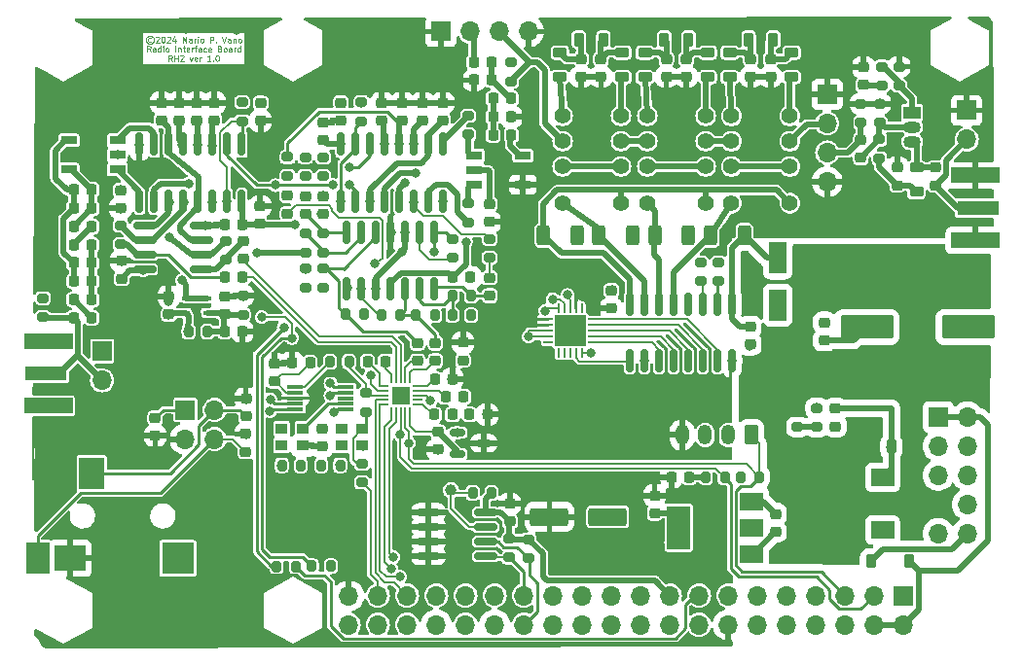
<source format=gtl>
G04 #@! TF.GenerationSoftware,KiCad,Pcbnew,7.0.10*
G04 #@! TF.CreationDate,2024-01-23T19:41:07-06:00*
G04 #@! TF.ProjectId,radiohead,72616469-6f68-4656-9164-2e6b69636164,2.0*
G04 #@! TF.SameCoordinates,Original*
G04 #@! TF.FileFunction,Copper,L1,Top*
G04 #@! TF.FilePolarity,Positive*
%FSLAX46Y46*%
G04 Gerber Fmt 4.6, Leading zero omitted, Abs format (unit mm)*
G04 Created by KiCad (PCBNEW 7.0.10) date 2024-01-23 19:41:07*
%MOMM*%
%LPD*%
G01*
G04 APERTURE LIST*
G04 Aperture macros list*
%AMRoundRect*
0 Rectangle with rounded corners*
0 $1 Rounding radius*
0 $2 $3 $4 $5 $6 $7 $8 $9 X,Y pos of 4 corners*
0 Add a 4 corners polygon primitive as box body*
4,1,4,$2,$3,$4,$5,$6,$7,$8,$9,$2,$3,0*
0 Add four circle primitives for the rounded corners*
1,1,$1+$1,$2,$3*
1,1,$1+$1,$4,$5*
1,1,$1+$1,$6,$7*
1,1,$1+$1,$8,$9*
0 Add four rect primitives between the rounded corners*
20,1,$1+$1,$2,$3,$4,$5,0*
20,1,$1+$1,$4,$5,$6,$7,0*
20,1,$1+$1,$6,$7,$8,$9,0*
20,1,$1+$1,$8,$9,$2,$3,0*%
G04 Aperture macros list end*
%ADD10C,0.100000*%
G04 #@! TA.AperFunction,NonConductor*
%ADD11C,0.100000*%
G04 #@! TD*
G04 #@! TA.AperFunction,SMDPad,CuDef*
%ADD12RoundRect,0.225000X0.250000X-0.225000X0.250000X0.225000X-0.250000X0.225000X-0.250000X-0.225000X0*%
G04 #@! TD*
G04 #@! TA.AperFunction,SMDPad,CuDef*
%ADD13RoundRect,0.200000X-0.275000X0.200000X-0.275000X-0.200000X0.275000X-0.200000X0.275000X0.200000X0*%
G04 #@! TD*
G04 #@! TA.AperFunction,SMDPad,CuDef*
%ADD14RoundRect,0.200000X0.200000X0.275000X-0.200000X0.275000X-0.200000X-0.275000X0.200000X-0.275000X0*%
G04 #@! TD*
G04 #@! TA.AperFunction,SMDPad,CuDef*
%ADD15RoundRect,0.225000X-0.250000X0.225000X-0.250000X-0.225000X0.250000X-0.225000X0.250000X0.225000X0*%
G04 #@! TD*
G04 #@! TA.AperFunction,SMDPad,CuDef*
%ADD16RoundRect,0.225000X-0.225000X-0.250000X0.225000X-0.250000X0.225000X0.250000X-0.225000X0.250000X0*%
G04 #@! TD*
G04 #@! TA.AperFunction,SMDPad,CuDef*
%ADD17RoundRect,0.225000X0.225000X0.250000X-0.225000X0.250000X-0.225000X-0.250000X0.225000X-0.250000X0*%
G04 #@! TD*
G04 #@! TA.AperFunction,SMDPad,CuDef*
%ADD18RoundRect,0.218750X0.218750X0.256250X-0.218750X0.256250X-0.218750X-0.256250X0.218750X-0.256250X0*%
G04 #@! TD*
G04 #@! TA.AperFunction,SMDPad,CuDef*
%ADD19RoundRect,0.218750X-0.218750X-0.256250X0.218750X-0.256250X0.218750X0.256250X-0.218750X0.256250X0*%
G04 #@! TD*
G04 #@! TA.AperFunction,SMDPad,CuDef*
%ADD20R,3.600000X1.270000*%
G04 #@! TD*
G04 #@! TA.AperFunction,SMDPad,CuDef*
%ADD21R,4.200000X1.350000*%
G04 #@! TD*
G04 #@! TA.AperFunction,SMDPad,CuDef*
%ADD22RoundRect,0.200000X0.275000X-0.200000X0.275000X0.200000X-0.275000X0.200000X-0.275000X-0.200000X0*%
G04 #@! TD*
G04 #@! TA.AperFunction,SMDPad,CuDef*
%ADD23RoundRect,0.200000X-0.200000X-0.275000X0.200000X-0.275000X0.200000X0.275000X-0.200000X0.275000X0*%
G04 #@! TD*
G04 #@! TA.AperFunction,SMDPad,CuDef*
%ADD24R,1.400000X0.300000*%
G04 #@! TD*
G04 #@! TA.AperFunction,SMDPad,CuDef*
%ADD25RoundRect,0.225000X-0.225000X-0.375000X0.225000X-0.375000X0.225000X0.375000X-0.225000X0.375000X0*%
G04 #@! TD*
G04 #@! TA.AperFunction,SMDPad,CuDef*
%ADD26RoundRect,0.150000X-0.825000X-0.150000X0.825000X-0.150000X0.825000X0.150000X-0.825000X0.150000X0*%
G04 #@! TD*
G04 #@! TA.AperFunction,SMDPad,CuDef*
%ADD27RoundRect,0.050000X0.375000X0.050000X-0.375000X0.050000X-0.375000X-0.050000X0.375000X-0.050000X0*%
G04 #@! TD*
G04 #@! TA.AperFunction,SMDPad,CuDef*
%ADD28RoundRect,0.050000X0.050000X0.375000X-0.050000X0.375000X-0.050000X-0.375000X0.050000X-0.375000X0*%
G04 #@! TD*
G04 #@! TA.AperFunction,SMDPad,CuDef*
%ADD29R,1.650000X1.650000*%
G04 #@! TD*
G04 #@! TA.AperFunction,SMDPad,CuDef*
%ADD30RoundRect,0.150000X0.150000X-0.825000X0.150000X0.825000X-0.150000X0.825000X-0.150000X-0.825000X0*%
G04 #@! TD*
G04 #@! TA.AperFunction,SMDPad,CuDef*
%ADD31RoundRect,0.250001X-2.049999X-0.799999X2.049999X-0.799999X2.049999X0.799999X-2.049999X0.799999X0*%
G04 #@! TD*
G04 #@! TA.AperFunction,ComponentPad*
%ADD32R,1.700000X1.700000*%
G04 #@! TD*
G04 #@! TA.AperFunction,ComponentPad*
%ADD33O,1.700000X1.700000*%
G04 #@! TD*
G04 #@! TA.AperFunction,ComponentPad*
%ADD34C,1.000000*%
G04 #@! TD*
G04 #@! TA.AperFunction,SMDPad,CuDef*
%ADD35R,2.000000X1.500000*%
G04 #@! TD*
G04 #@! TA.AperFunction,SMDPad,CuDef*
%ADD36R,2.000000X3.800000*%
G04 #@! TD*
G04 #@! TA.AperFunction,SMDPad,CuDef*
%ADD37R,1.400000X0.760000*%
G04 #@! TD*
G04 #@! TA.AperFunction,SMDPad,CuDef*
%ADD38RoundRect,0.250000X1.412500X0.550000X-1.412500X0.550000X-1.412500X-0.550000X1.412500X-0.550000X0*%
G04 #@! TD*
G04 #@! TA.AperFunction,SMDPad,CuDef*
%ADD39RoundRect,0.150000X0.825000X0.150000X-0.825000X0.150000X-0.825000X-0.150000X0.825000X-0.150000X0*%
G04 #@! TD*
G04 #@! TA.AperFunction,SMDPad,CuDef*
%ADD40RoundRect,0.150000X-0.512500X-0.150000X0.512500X-0.150000X0.512500X0.150000X-0.512500X0.150000X0*%
G04 #@! TD*
G04 #@! TA.AperFunction,SMDPad,CuDef*
%ADD41RoundRect,0.225000X0.225000X0.375000X-0.225000X0.375000X-0.225000X-0.375000X0.225000X-0.375000X0*%
G04 #@! TD*
G04 #@! TA.AperFunction,SMDPad,CuDef*
%ADD42RoundRect,0.250000X0.312500X0.625000X-0.312500X0.625000X-0.312500X-0.625000X0.312500X-0.625000X0*%
G04 #@! TD*
G04 #@! TA.AperFunction,SMDPad,CuDef*
%ADD43RoundRect,0.218750X0.218750X0.381250X-0.218750X0.381250X-0.218750X-0.381250X0.218750X-0.381250X0*%
G04 #@! TD*
G04 #@! TA.AperFunction,ComponentPad*
%ADD44RoundRect,0.250000X0.350000X0.625000X-0.350000X0.625000X-0.350000X-0.625000X0.350000X-0.625000X0*%
G04 #@! TD*
G04 #@! TA.AperFunction,ComponentPad*
%ADD45O,1.200000X1.750000*%
G04 #@! TD*
G04 #@! TA.AperFunction,SMDPad,CuDef*
%ADD46RoundRect,0.218750X-0.381250X0.218750X-0.381250X-0.218750X0.381250X-0.218750X0.381250X0.218750X0*%
G04 #@! TD*
G04 #@! TA.AperFunction,SMDPad,CuDef*
%ADD47RoundRect,0.062500X-0.337500X-0.062500X0.337500X-0.062500X0.337500X0.062500X-0.337500X0.062500X0*%
G04 #@! TD*
G04 #@! TA.AperFunction,SMDPad,CuDef*
%ADD48RoundRect,0.062500X-0.062500X-0.337500X0.062500X-0.337500X0.062500X0.337500X-0.062500X0.337500X0*%
G04 #@! TD*
G04 #@! TA.AperFunction,SMDPad,CuDef*
%ADD49R,2.700000X2.700000*%
G04 #@! TD*
G04 #@! TA.AperFunction,ComponentPad*
%ADD50R,1.500000X1.050000*%
G04 #@! TD*
G04 #@! TA.AperFunction,ComponentPad*
%ADD51O,1.500000X1.050000*%
G04 #@! TD*
G04 #@! TA.AperFunction,SMDPad,CuDef*
%ADD52R,1.050000X0.950000*%
G04 #@! TD*
G04 #@! TA.AperFunction,ComponentPad*
%ADD53C,1.400000*%
G04 #@! TD*
G04 #@! TA.AperFunction,SMDPad,CuDef*
%ADD54RoundRect,0.218750X0.381250X-0.218750X0.381250X0.218750X-0.381250X0.218750X-0.381250X-0.218750X0*%
G04 #@! TD*
G04 #@! TA.AperFunction,SMDPad,CuDef*
%ADD55R,0.650000X0.400000*%
G04 #@! TD*
G04 #@! TA.AperFunction,SMDPad,CuDef*
%ADD56RoundRect,0.250000X-0.550000X1.137500X-0.550000X-1.137500X0.550000X-1.137500X0.550000X1.137500X0*%
G04 #@! TD*
G04 #@! TA.AperFunction,SMDPad,CuDef*
%ADD57R,2.006600X2.794000*%
G04 #@! TD*
G04 #@! TA.AperFunction,SMDPad,CuDef*
%ADD58R,2.794000X2.794000*%
G04 #@! TD*
G04 #@! TA.AperFunction,SMDPad,CuDef*
%ADD59R,2.209800X2.794000*%
G04 #@! TD*
G04 #@! TA.AperFunction,SMDPad,CuDef*
%ADD60R,2.794000X2.209800*%
G04 #@! TD*
G04 #@! TA.AperFunction,SMDPad,CuDef*
%ADD61RoundRect,0.150000X-0.150000X0.825000X-0.150000X-0.825000X0.150000X-0.825000X0.150000X0.825000X0*%
G04 #@! TD*
G04 #@! TA.AperFunction,ViaPad*
%ADD62C,0.800000*%
G04 #@! TD*
G04 #@! TA.AperFunction,Conductor*
%ADD63C,0.500000*%
G04 #@! TD*
G04 #@! TA.AperFunction,Conductor*
%ADD64C,0.200000*%
G04 #@! TD*
G04 #@! TA.AperFunction,Conductor*
%ADD65C,0.250000*%
G04 #@! TD*
G04 APERTURE END LIST*
D10*
D11*
X91149620Y-102652357D02*
X91102001Y-102628547D01*
X91102001Y-102628547D02*
X91006763Y-102628547D01*
X91006763Y-102628547D02*
X90959144Y-102652357D01*
X90959144Y-102652357D02*
X90911525Y-102699976D01*
X90911525Y-102699976D02*
X90887715Y-102747595D01*
X90887715Y-102747595D02*
X90887715Y-102842833D01*
X90887715Y-102842833D02*
X90911525Y-102890452D01*
X90911525Y-102890452D02*
X90959144Y-102938071D01*
X90959144Y-102938071D02*
X91006763Y-102961880D01*
X91006763Y-102961880D02*
X91102001Y-102961880D01*
X91102001Y-102961880D02*
X91149620Y-102938071D01*
X91054382Y-102461880D02*
X90935334Y-102485690D01*
X90935334Y-102485690D02*
X90816287Y-102557119D01*
X90816287Y-102557119D02*
X90744858Y-102676166D01*
X90744858Y-102676166D02*
X90721049Y-102795214D01*
X90721049Y-102795214D02*
X90744858Y-102914261D01*
X90744858Y-102914261D02*
X90816287Y-103033309D01*
X90816287Y-103033309D02*
X90935334Y-103104738D01*
X90935334Y-103104738D02*
X91054382Y-103128547D01*
X91054382Y-103128547D02*
X91173430Y-103104738D01*
X91173430Y-103104738D02*
X91292477Y-103033309D01*
X91292477Y-103033309D02*
X91363906Y-102914261D01*
X91363906Y-102914261D02*
X91387715Y-102795214D01*
X91387715Y-102795214D02*
X91363906Y-102676166D01*
X91363906Y-102676166D02*
X91292477Y-102557119D01*
X91292477Y-102557119D02*
X91173430Y-102485690D01*
X91173430Y-102485690D02*
X91054382Y-102461880D01*
X91578192Y-102580928D02*
X91602001Y-102557119D01*
X91602001Y-102557119D02*
X91649620Y-102533309D01*
X91649620Y-102533309D02*
X91768668Y-102533309D01*
X91768668Y-102533309D02*
X91816287Y-102557119D01*
X91816287Y-102557119D02*
X91840096Y-102580928D01*
X91840096Y-102580928D02*
X91863906Y-102628547D01*
X91863906Y-102628547D02*
X91863906Y-102676166D01*
X91863906Y-102676166D02*
X91840096Y-102747595D01*
X91840096Y-102747595D02*
X91554382Y-103033309D01*
X91554382Y-103033309D02*
X91863906Y-103033309D01*
X92173429Y-102533309D02*
X92221048Y-102533309D01*
X92221048Y-102533309D02*
X92268667Y-102557119D01*
X92268667Y-102557119D02*
X92292477Y-102580928D01*
X92292477Y-102580928D02*
X92316286Y-102628547D01*
X92316286Y-102628547D02*
X92340096Y-102723785D01*
X92340096Y-102723785D02*
X92340096Y-102842833D01*
X92340096Y-102842833D02*
X92316286Y-102938071D01*
X92316286Y-102938071D02*
X92292477Y-102985690D01*
X92292477Y-102985690D02*
X92268667Y-103009500D01*
X92268667Y-103009500D02*
X92221048Y-103033309D01*
X92221048Y-103033309D02*
X92173429Y-103033309D01*
X92173429Y-103033309D02*
X92125810Y-103009500D01*
X92125810Y-103009500D02*
X92102001Y-102985690D01*
X92102001Y-102985690D02*
X92078191Y-102938071D01*
X92078191Y-102938071D02*
X92054382Y-102842833D01*
X92054382Y-102842833D02*
X92054382Y-102723785D01*
X92054382Y-102723785D02*
X92078191Y-102628547D01*
X92078191Y-102628547D02*
X92102001Y-102580928D01*
X92102001Y-102580928D02*
X92125810Y-102557119D01*
X92125810Y-102557119D02*
X92173429Y-102533309D01*
X92530572Y-102580928D02*
X92554381Y-102557119D01*
X92554381Y-102557119D02*
X92602000Y-102533309D01*
X92602000Y-102533309D02*
X92721048Y-102533309D01*
X92721048Y-102533309D02*
X92768667Y-102557119D01*
X92768667Y-102557119D02*
X92792476Y-102580928D01*
X92792476Y-102580928D02*
X92816286Y-102628547D01*
X92816286Y-102628547D02*
X92816286Y-102676166D01*
X92816286Y-102676166D02*
X92792476Y-102747595D01*
X92792476Y-102747595D02*
X92506762Y-103033309D01*
X92506762Y-103033309D02*
X92816286Y-103033309D01*
X93244857Y-102699976D02*
X93244857Y-103033309D01*
X93125809Y-102509500D02*
X93006762Y-102866642D01*
X93006762Y-102866642D02*
X93316285Y-102866642D01*
X93887713Y-103033309D02*
X93887713Y-102533309D01*
X93887713Y-102533309D02*
X94054380Y-102890452D01*
X94054380Y-102890452D02*
X94221046Y-102533309D01*
X94221046Y-102533309D02*
X94221046Y-103033309D01*
X94673428Y-103033309D02*
X94673428Y-102771404D01*
X94673428Y-102771404D02*
X94649618Y-102723785D01*
X94649618Y-102723785D02*
X94601999Y-102699976D01*
X94601999Y-102699976D02*
X94506761Y-102699976D01*
X94506761Y-102699976D02*
X94459142Y-102723785D01*
X94673428Y-103009500D02*
X94625809Y-103033309D01*
X94625809Y-103033309D02*
X94506761Y-103033309D01*
X94506761Y-103033309D02*
X94459142Y-103009500D01*
X94459142Y-103009500D02*
X94435333Y-102961880D01*
X94435333Y-102961880D02*
X94435333Y-102914261D01*
X94435333Y-102914261D02*
X94459142Y-102866642D01*
X94459142Y-102866642D02*
X94506761Y-102842833D01*
X94506761Y-102842833D02*
X94625809Y-102842833D01*
X94625809Y-102842833D02*
X94673428Y-102819023D01*
X94911523Y-103033309D02*
X94911523Y-102699976D01*
X94911523Y-102795214D02*
X94935333Y-102747595D01*
X94935333Y-102747595D02*
X94959142Y-102723785D01*
X94959142Y-102723785D02*
X95006761Y-102699976D01*
X95006761Y-102699976D02*
X95054380Y-102699976D01*
X95221047Y-103033309D02*
X95221047Y-102699976D01*
X95221047Y-102533309D02*
X95197238Y-102557119D01*
X95197238Y-102557119D02*
X95221047Y-102580928D01*
X95221047Y-102580928D02*
X95244857Y-102557119D01*
X95244857Y-102557119D02*
X95221047Y-102533309D01*
X95221047Y-102533309D02*
X95221047Y-102580928D01*
X95530571Y-103033309D02*
X95482952Y-103009500D01*
X95482952Y-103009500D02*
X95459142Y-102985690D01*
X95459142Y-102985690D02*
X95435333Y-102938071D01*
X95435333Y-102938071D02*
X95435333Y-102795214D01*
X95435333Y-102795214D02*
X95459142Y-102747595D01*
X95459142Y-102747595D02*
X95482952Y-102723785D01*
X95482952Y-102723785D02*
X95530571Y-102699976D01*
X95530571Y-102699976D02*
X95601999Y-102699976D01*
X95601999Y-102699976D02*
X95649618Y-102723785D01*
X95649618Y-102723785D02*
X95673428Y-102747595D01*
X95673428Y-102747595D02*
X95697237Y-102795214D01*
X95697237Y-102795214D02*
X95697237Y-102938071D01*
X95697237Y-102938071D02*
X95673428Y-102985690D01*
X95673428Y-102985690D02*
X95649618Y-103009500D01*
X95649618Y-103009500D02*
X95601999Y-103033309D01*
X95601999Y-103033309D02*
X95530571Y-103033309D01*
X96292475Y-103033309D02*
X96292475Y-102533309D01*
X96292475Y-102533309D02*
X96482951Y-102533309D01*
X96482951Y-102533309D02*
X96530570Y-102557119D01*
X96530570Y-102557119D02*
X96554380Y-102580928D01*
X96554380Y-102580928D02*
X96578189Y-102628547D01*
X96578189Y-102628547D02*
X96578189Y-102699976D01*
X96578189Y-102699976D02*
X96554380Y-102747595D01*
X96554380Y-102747595D02*
X96530570Y-102771404D01*
X96530570Y-102771404D02*
X96482951Y-102795214D01*
X96482951Y-102795214D02*
X96292475Y-102795214D01*
X96792475Y-102985690D02*
X96816285Y-103009500D01*
X96816285Y-103009500D02*
X96792475Y-103033309D01*
X96792475Y-103033309D02*
X96768666Y-103009500D01*
X96768666Y-103009500D02*
X96792475Y-102985690D01*
X96792475Y-102985690D02*
X96792475Y-103033309D01*
X97340094Y-102533309D02*
X97506760Y-103033309D01*
X97506760Y-103033309D02*
X97673427Y-102533309D01*
X98054379Y-103033309D02*
X98054379Y-102771404D01*
X98054379Y-102771404D02*
X98030569Y-102723785D01*
X98030569Y-102723785D02*
X97982950Y-102699976D01*
X97982950Y-102699976D02*
X97887712Y-102699976D01*
X97887712Y-102699976D02*
X97840093Y-102723785D01*
X98054379Y-103009500D02*
X98006760Y-103033309D01*
X98006760Y-103033309D02*
X97887712Y-103033309D01*
X97887712Y-103033309D02*
X97840093Y-103009500D01*
X97840093Y-103009500D02*
X97816284Y-102961880D01*
X97816284Y-102961880D02*
X97816284Y-102914261D01*
X97816284Y-102914261D02*
X97840093Y-102866642D01*
X97840093Y-102866642D02*
X97887712Y-102842833D01*
X97887712Y-102842833D02*
X98006760Y-102842833D01*
X98006760Y-102842833D02*
X98054379Y-102819023D01*
X98292474Y-102699976D02*
X98292474Y-103033309D01*
X98292474Y-102747595D02*
X98316284Y-102723785D01*
X98316284Y-102723785D02*
X98363903Y-102699976D01*
X98363903Y-102699976D02*
X98435331Y-102699976D01*
X98435331Y-102699976D02*
X98482950Y-102723785D01*
X98482950Y-102723785D02*
X98506760Y-102771404D01*
X98506760Y-102771404D02*
X98506760Y-103033309D01*
X98816284Y-103033309D02*
X98768665Y-103009500D01*
X98768665Y-103009500D02*
X98744855Y-102985690D01*
X98744855Y-102985690D02*
X98721046Y-102938071D01*
X98721046Y-102938071D02*
X98721046Y-102795214D01*
X98721046Y-102795214D02*
X98744855Y-102747595D01*
X98744855Y-102747595D02*
X98768665Y-102723785D01*
X98768665Y-102723785D02*
X98816284Y-102699976D01*
X98816284Y-102699976D02*
X98887712Y-102699976D01*
X98887712Y-102699976D02*
X98935331Y-102723785D01*
X98935331Y-102723785D02*
X98959141Y-102747595D01*
X98959141Y-102747595D02*
X98982950Y-102795214D01*
X98982950Y-102795214D02*
X98982950Y-102938071D01*
X98982950Y-102938071D02*
X98959141Y-102985690D01*
X98959141Y-102985690D02*
X98935331Y-103009500D01*
X98935331Y-103009500D02*
X98887712Y-103033309D01*
X98887712Y-103033309D02*
X98816284Y-103033309D01*
X91090096Y-103838309D02*
X90923430Y-103600214D01*
X90804382Y-103838309D02*
X90804382Y-103338309D01*
X90804382Y-103338309D02*
X90994858Y-103338309D01*
X90994858Y-103338309D02*
X91042477Y-103362119D01*
X91042477Y-103362119D02*
X91066287Y-103385928D01*
X91066287Y-103385928D02*
X91090096Y-103433547D01*
X91090096Y-103433547D02*
X91090096Y-103504976D01*
X91090096Y-103504976D02*
X91066287Y-103552595D01*
X91066287Y-103552595D02*
X91042477Y-103576404D01*
X91042477Y-103576404D02*
X90994858Y-103600214D01*
X90994858Y-103600214D02*
X90804382Y-103600214D01*
X91518668Y-103838309D02*
X91518668Y-103576404D01*
X91518668Y-103576404D02*
X91494858Y-103528785D01*
X91494858Y-103528785D02*
X91447239Y-103504976D01*
X91447239Y-103504976D02*
X91352001Y-103504976D01*
X91352001Y-103504976D02*
X91304382Y-103528785D01*
X91518668Y-103814500D02*
X91471049Y-103838309D01*
X91471049Y-103838309D02*
X91352001Y-103838309D01*
X91352001Y-103838309D02*
X91304382Y-103814500D01*
X91304382Y-103814500D02*
X91280573Y-103766880D01*
X91280573Y-103766880D02*
X91280573Y-103719261D01*
X91280573Y-103719261D02*
X91304382Y-103671642D01*
X91304382Y-103671642D02*
X91352001Y-103647833D01*
X91352001Y-103647833D02*
X91471049Y-103647833D01*
X91471049Y-103647833D02*
X91518668Y-103624023D01*
X91971049Y-103838309D02*
X91971049Y-103338309D01*
X91971049Y-103814500D02*
X91923430Y-103838309D01*
X91923430Y-103838309D02*
X91828192Y-103838309D01*
X91828192Y-103838309D02*
X91780573Y-103814500D01*
X91780573Y-103814500D02*
X91756763Y-103790690D01*
X91756763Y-103790690D02*
X91732954Y-103743071D01*
X91732954Y-103743071D02*
X91732954Y-103600214D01*
X91732954Y-103600214D02*
X91756763Y-103552595D01*
X91756763Y-103552595D02*
X91780573Y-103528785D01*
X91780573Y-103528785D02*
X91828192Y-103504976D01*
X91828192Y-103504976D02*
X91923430Y-103504976D01*
X91923430Y-103504976D02*
X91971049Y-103528785D01*
X92209144Y-103838309D02*
X92209144Y-103504976D01*
X92209144Y-103338309D02*
X92185335Y-103362119D01*
X92185335Y-103362119D02*
X92209144Y-103385928D01*
X92209144Y-103385928D02*
X92232954Y-103362119D01*
X92232954Y-103362119D02*
X92209144Y-103338309D01*
X92209144Y-103338309D02*
X92209144Y-103385928D01*
X92518668Y-103838309D02*
X92471049Y-103814500D01*
X92471049Y-103814500D02*
X92447239Y-103790690D01*
X92447239Y-103790690D02*
X92423430Y-103743071D01*
X92423430Y-103743071D02*
X92423430Y-103600214D01*
X92423430Y-103600214D02*
X92447239Y-103552595D01*
X92447239Y-103552595D02*
X92471049Y-103528785D01*
X92471049Y-103528785D02*
X92518668Y-103504976D01*
X92518668Y-103504976D02*
X92590096Y-103504976D01*
X92590096Y-103504976D02*
X92637715Y-103528785D01*
X92637715Y-103528785D02*
X92661525Y-103552595D01*
X92661525Y-103552595D02*
X92685334Y-103600214D01*
X92685334Y-103600214D02*
X92685334Y-103743071D01*
X92685334Y-103743071D02*
X92661525Y-103790690D01*
X92661525Y-103790690D02*
X92637715Y-103814500D01*
X92637715Y-103814500D02*
X92590096Y-103838309D01*
X92590096Y-103838309D02*
X92518668Y-103838309D01*
X93280572Y-103838309D02*
X93280572Y-103338309D01*
X93518667Y-103504976D02*
X93518667Y-103838309D01*
X93518667Y-103552595D02*
X93542477Y-103528785D01*
X93542477Y-103528785D02*
X93590096Y-103504976D01*
X93590096Y-103504976D02*
X93661524Y-103504976D01*
X93661524Y-103504976D02*
X93709143Y-103528785D01*
X93709143Y-103528785D02*
X93732953Y-103576404D01*
X93732953Y-103576404D02*
X93732953Y-103838309D01*
X93899620Y-103504976D02*
X94090096Y-103504976D01*
X93971048Y-103338309D02*
X93971048Y-103766880D01*
X93971048Y-103766880D02*
X93994858Y-103814500D01*
X93994858Y-103814500D02*
X94042477Y-103838309D01*
X94042477Y-103838309D02*
X94090096Y-103838309D01*
X94447238Y-103814500D02*
X94399619Y-103838309D01*
X94399619Y-103838309D02*
X94304381Y-103838309D01*
X94304381Y-103838309D02*
X94256762Y-103814500D01*
X94256762Y-103814500D02*
X94232953Y-103766880D01*
X94232953Y-103766880D02*
X94232953Y-103576404D01*
X94232953Y-103576404D02*
X94256762Y-103528785D01*
X94256762Y-103528785D02*
X94304381Y-103504976D01*
X94304381Y-103504976D02*
X94399619Y-103504976D01*
X94399619Y-103504976D02*
X94447238Y-103528785D01*
X94447238Y-103528785D02*
X94471048Y-103576404D01*
X94471048Y-103576404D02*
X94471048Y-103624023D01*
X94471048Y-103624023D02*
X94232953Y-103671642D01*
X94685333Y-103838309D02*
X94685333Y-103504976D01*
X94685333Y-103600214D02*
X94709143Y-103552595D01*
X94709143Y-103552595D02*
X94732952Y-103528785D01*
X94732952Y-103528785D02*
X94780571Y-103504976D01*
X94780571Y-103504976D02*
X94828190Y-103504976D01*
X94923429Y-103504976D02*
X95113905Y-103504976D01*
X94994857Y-103838309D02*
X94994857Y-103409738D01*
X94994857Y-103409738D02*
X95018667Y-103362119D01*
X95018667Y-103362119D02*
X95066286Y-103338309D01*
X95066286Y-103338309D02*
X95113905Y-103338309D01*
X95494857Y-103838309D02*
X95494857Y-103576404D01*
X95494857Y-103576404D02*
X95471047Y-103528785D01*
X95471047Y-103528785D02*
X95423428Y-103504976D01*
X95423428Y-103504976D02*
X95328190Y-103504976D01*
X95328190Y-103504976D02*
X95280571Y-103528785D01*
X95494857Y-103814500D02*
X95447238Y-103838309D01*
X95447238Y-103838309D02*
X95328190Y-103838309D01*
X95328190Y-103838309D02*
X95280571Y-103814500D01*
X95280571Y-103814500D02*
X95256762Y-103766880D01*
X95256762Y-103766880D02*
X95256762Y-103719261D01*
X95256762Y-103719261D02*
X95280571Y-103671642D01*
X95280571Y-103671642D02*
X95328190Y-103647833D01*
X95328190Y-103647833D02*
X95447238Y-103647833D01*
X95447238Y-103647833D02*
X95494857Y-103624023D01*
X95947238Y-103814500D02*
X95899619Y-103838309D01*
X95899619Y-103838309D02*
X95804381Y-103838309D01*
X95804381Y-103838309D02*
X95756762Y-103814500D01*
X95756762Y-103814500D02*
X95732952Y-103790690D01*
X95732952Y-103790690D02*
X95709143Y-103743071D01*
X95709143Y-103743071D02*
X95709143Y-103600214D01*
X95709143Y-103600214D02*
X95732952Y-103552595D01*
X95732952Y-103552595D02*
X95756762Y-103528785D01*
X95756762Y-103528785D02*
X95804381Y-103504976D01*
X95804381Y-103504976D02*
X95899619Y-103504976D01*
X95899619Y-103504976D02*
X95947238Y-103528785D01*
X96351999Y-103814500D02*
X96304380Y-103838309D01*
X96304380Y-103838309D02*
X96209142Y-103838309D01*
X96209142Y-103838309D02*
X96161523Y-103814500D01*
X96161523Y-103814500D02*
X96137714Y-103766880D01*
X96137714Y-103766880D02*
X96137714Y-103576404D01*
X96137714Y-103576404D02*
X96161523Y-103528785D01*
X96161523Y-103528785D02*
X96209142Y-103504976D01*
X96209142Y-103504976D02*
X96304380Y-103504976D01*
X96304380Y-103504976D02*
X96351999Y-103528785D01*
X96351999Y-103528785D02*
X96375809Y-103576404D01*
X96375809Y-103576404D02*
X96375809Y-103624023D01*
X96375809Y-103624023D02*
X96137714Y-103671642D01*
X97137713Y-103576404D02*
X97209141Y-103600214D01*
X97209141Y-103600214D02*
X97232951Y-103624023D01*
X97232951Y-103624023D02*
X97256760Y-103671642D01*
X97256760Y-103671642D02*
X97256760Y-103743071D01*
X97256760Y-103743071D02*
X97232951Y-103790690D01*
X97232951Y-103790690D02*
X97209141Y-103814500D01*
X97209141Y-103814500D02*
X97161522Y-103838309D01*
X97161522Y-103838309D02*
X96971046Y-103838309D01*
X96971046Y-103838309D02*
X96971046Y-103338309D01*
X96971046Y-103338309D02*
X97137713Y-103338309D01*
X97137713Y-103338309D02*
X97185332Y-103362119D01*
X97185332Y-103362119D02*
X97209141Y-103385928D01*
X97209141Y-103385928D02*
X97232951Y-103433547D01*
X97232951Y-103433547D02*
X97232951Y-103481166D01*
X97232951Y-103481166D02*
X97209141Y-103528785D01*
X97209141Y-103528785D02*
X97185332Y-103552595D01*
X97185332Y-103552595D02*
X97137713Y-103576404D01*
X97137713Y-103576404D02*
X96971046Y-103576404D01*
X97542475Y-103838309D02*
X97494856Y-103814500D01*
X97494856Y-103814500D02*
X97471046Y-103790690D01*
X97471046Y-103790690D02*
X97447237Y-103743071D01*
X97447237Y-103743071D02*
X97447237Y-103600214D01*
X97447237Y-103600214D02*
X97471046Y-103552595D01*
X97471046Y-103552595D02*
X97494856Y-103528785D01*
X97494856Y-103528785D02*
X97542475Y-103504976D01*
X97542475Y-103504976D02*
X97613903Y-103504976D01*
X97613903Y-103504976D02*
X97661522Y-103528785D01*
X97661522Y-103528785D02*
X97685332Y-103552595D01*
X97685332Y-103552595D02*
X97709141Y-103600214D01*
X97709141Y-103600214D02*
X97709141Y-103743071D01*
X97709141Y-103743071D02*
X97685332Y-103790690D01*
X97685332Y-103790690D02*
X97661522Y-103814500D01*
X97661522Y-103814500D02*
X97613903Y-103838309D01*
X97613903Y-103838309D02*
X97542475Y-103838309D01*
X98137713Y-103838309D02*
X98137713Y-103576404D01*
X98137713Y-103576404D02*
X98113903Y-103528785D01*
X98113903Y-103528785D02*
X98066284Y-103504976D01*
X98066284Y-103504976D02*
X97971046Y-103504976D01*
X97971046Y-103504976D02*
X97923427Y-103528785D01*
X98137713Y-103814500D02*
X98090094Y-103838309D01*
X98090094Y-103838309D02*
X97971046Y-103838309D01*
X97971046Y-103838309D02*
X97923427Y-103814500D01*
X97923427Y-103814500D02*
X97899618Y-103766880D01*
X97899618Y-103766880D02*
X97899618Y-103719261D01*
X97899618Y-103719261D02*
X97923427Y-103671642D01*
X97923427Y-103671642D02*
X97971046Y-103647833D01*
X97971046Y-103647833D02*
X98090094Y-103647833D01*
X98090094Y-103647833D02*
X98137713Y-103624023D01*
X98375808Y-103838309D02*
X98375808Y-103504976D01*
X98375808Y-103600214D02*
X98399618Y-103552595D01*
X98399618Y-103552595D02*
X98423427Y-103528785D01*
X98423427Y-103528785D02*
X98471046Y-103504976D01*
X98471046Y-103504976D02*
X98518665Y-103504976D01*
X98899618Y-103838309D02*
X98899618Y-103338309D01*
X98899618Y-103814500D02*
X98851999Y-103838309D01*
X98851999Y-103838309D02*
X98756761Y-103838309D01*
X98756761Y-103838309D02*
X98709142Y-103814500D01*
X98709142Y-103814500D02*
X98685332Y-103790690D01*
X98685332Y-103790690D02*
X98661523Y-103743071D01*
X98661523Y-103743071D02*
X98661523Y-103600214D01*
X98661523Y-103600214D02*
X98685332Y-103552595D01*
X98685332Y-103552595D02*
X98709142Y-103528785D01*
X98709142Y-103528785D02*
X98756761Y-103504976D01*
X98756761Y-103504976D02*
X98851999Y-103504976D01*
X98851999Y-103504976D02*
X98899618Y-103528785D01*
X92971048Y-104643309D02*
X92804382Y-104405214D01*
X92685334Y-104643309D02*
X92685334Y-104143309D01*
X92685334Y-104143309D02*
X92875810Y-104143309D01*
X92875810Y-104143309D02*
X92923429Y-104167119D01*
X92923429Y-104167119D02*
X92947239Y-104190928D01*
X92947239Y-104190928D02*
X92971048Y-104238547D01*
X92971048Y-104238547D02*
X92971048Y-104309976D01*
X92971048Y-104309976D02*
X92947239Y-104357595D01*
X92947239Y-104357595D02*
X92923429Y-104381404D01*
X92923429Y-104381404D02*
X92875810Y-104405214D01*
X92875810Y-104405214D02*
X92685334Y-104405214D01*
X93185334Y-104643309D02*
X93185334Y-104143309D01*
X93185334Y-104381404D02*
X93471048Y-104381404D01*
X93471048Y-104643309D02*
X93471048Y-104143309D01*
X93685335Y-104190928D02*
X93709144Y-104167119D01*
X93709144Y-104167119D02*
X93756763Y-104143309D01*
X93756763Y-104143309D02*
X93875811Y-104143309D01*
X93875811Y-104143309D02*
X93923430Y-104167119D01*
X93923430Y-104167119D02*
X93947239Y-104190928D01*
X93947239Y-104190928D02*
X93971049Y-104238547D01*
X93971049Y-104238547D02*
X93971049Y-104286166D01*
X93971049Y-104286166D02*
X93947239Y-104357595D01*
X93947239Y-104357595D02*
X93661525Y-104643309D01*
X93661525Y-104643309D02*
X93971049Y-104643309D01*
X94518667Y-104309976D02*
X94637715Y-104643309D01*
X94637715Y-104643309D02*
X94756762Y-104309976D01*
X95137714Y-104619500D02*
X95090095Y-104643309D01*
X95090095Y-104643309D02*
X94994857Y-104643309D01*
X94994857Y-104643309D02*
X94947238Y-104619500D01*
X94947238Y-104619500D02*
X94923429Y-104571880D01*
X94923429Y-104571880D02*
X94923429Y-104381404D01*
X94923429Y-104381404D02*
X94947238Y-104333785D01*
X94947238Y-104333785D02*
X94994857Y-104309976D01*
X94994857Y-104309976D02*
X95090095Y-104309976D01*
X95090095Y-104309976D02*
X95137714Y-104333785D01*
X95137714Y-104333785D02*
X95161524Y-104381404D01*
X95161524Y-104381404D02*
X95161524Y-104429023D01*
X95161524Y-104429023D02*
X94923429Y-104476642D01*
X95375809Y-104643309D02*
X95375809Y-104309976D01*
X95375809Y-104405214D02*
X95399619Y-104357595D01*
X95399619Y-104357595D02*
X95423428Y-104333785D01*
X95423428Y-104333785D02*
X95471047Y-104309976D01*
X95471047Y-104309976D02*
X95518666Y-104309976D01*
X96328190Y-104643309D02*
X96042476Y-104643309D01*
X96185333Y-104643309D02*
X96185333Y-104143309D01*
X96185333Y-104143309D02*
X96137714Y-104214738D01*
X96137714Y-104214738D02*
X96090095Y-104262357D01*
X96090095Y-104262357D02*
X96042476Y-104286166D01*
X96542475Y-104595690D02*
X96566285Y-104619500D01*
X96566285Y-104619500D02*
X96542475Y-104643309D01*
X96542475Y-104643309D02*
X96518666Y-104619500D01*
X96518666Y-104619500D02*
X96542475Y-104595690D01*
X96542475Y-104595690D02*
X96542475Y-104643309D01*
X96875808Y-104143309D02*
X96923427Y-104143309D01*
X96923427Y-104143309D02*
X96971046Y-104167119D01*
X96971046Y-104167119D02*
X96994856Y-104190928D01*
X96994856Y-104190928D02*
X97018665Y-104238547D01*
X97018665Y-104238547D02*
X97042475Y-104333785D01*
X97042475Y-104333785D02*
X97042475Y-104452833D01*
X97042475Y-104452833D02*
X97018665Y-104548071D01*
X97018665Y-104548071D02*
X96994856Y-104595690D01*
X96994856Y-104595690D02*
X96971046Y-104619500D01*
X96971046Y-104619500D02*
X96923427Y-104643309D01*
X96923427Y-104643309D02*
X96875808Y-104643309D01*
X96875808Y-104643309D02*
X96828189Y-104619500D01*
X96828189Y-104619500D02*
X96804380Y-104595690D01*
X96804380Y-104595690D02*
X96780570Y-104548071D01*
X96780570Y-104548071D02*
X96756761Y-104452833D01*
X96756761Y-104452833D02*
X96756761Y-104333785D01*
X96756761Y-104333785D02*
X96780570Y-104238547D01*
X96780570Y-104238547D02*
X96804380Y-104190928D01*
X96804380Y-104190928D02*
X96828189Y-104167119D01*
X96828189Y-104167119D02*
X96875808Y-104143309D01*
D12*
X92043200Y-109826600D03*
X92043200Y-108276600D03*
D13*
X99138000Y-125078400D03*
X99138000Y-126728400D03*
D14*
X96055400Y-128187400D03*
X94405400Y-128187400D03*
D12*
X100633200Y-118834600D03*
X100633200Y-117284600D03*
X95126532Y-109826600D03*
X95126532Y-108276600D03*
D15*
X99153700Y-120340400D03*
X99153700Y-121890400D03*
D16*
X109982600Y-130796400D03*
X111532600Y-130796400D03*
D12*
X96668200Y-109826600D03*
X96668200Y-108276600D03*
D17*
X117368900Y-132332800D03*
X115818900Y-132332800D03*
X120788200Y-106321600D03*
X119238200Y-106321600D03*
D16*
X120918200Y-109503600D03*
X122468200Y-109503600D03*
D18*
X120800700Y-104755600D03*
X119225700Y-104755600D03*
D19*
X120905700Y-107907600D03*
X122480700Y-107907600D03*
D18*
X122480700Y-111099600D03*
X120905700Y-111099600D03*
D17*
X85987800Y-115868974D03*
X84437800Y-115868974D03*
D18*
X86000300Y-123830844D03*
X84425300Y-123830844D03*
D19*
X84425300Y-119053722D03*
X86000300Y-119053722D03*
D18*
X86000300Y-117461348D03*
X84425300Y-117461348D03*
X86000300Y-125423218D03*
X84425300Y-125423218D03*
D20*
X82030000Y-131857600D03*
D21*
X82230000Y-129032600D03*
X82230000Y-134682600D03*
D22*
X104592600Y-124388800D03*
X104592600Y-122738800D03*
X117398000Y-121809800D03*
X117398000Y-120159800D03*
D14*
X112825400Y-126784200D03*
X111175400Y-126784200D03*
D13*
X106159800Y-122739000D03*
X106159800Y-124389000D03*
D22*
X97610400Y-121974800D03*
X97610400Y-120324800D03*
X88511500Y-120602200D03*
X88511500Y-118952200D03*
X99064800Y-109887200D03*
X99064800Y-108237200D03*
X109450080Y-109884600D03*
X109450080Y-108234600D03*
D17*
X104988200Y-130921600D03*
X103438200Y-130921600D03*
D12*
X118279200Y-130722800D03*
X118279200Y-129172800D03*
D23*
X114189200Y-126788200D03*
X115839200Y-126788200D03*
D14*
X109681200Y-126715600D03*
X108031200Y-126715600D03*
D17*
X99091040Y-118870500D03*
X97541040Y-118870500D03*
D23*
X119124400Y-142267400D03*
X120774400Y-142267400D03*
D22*
X123993000Y-147953800D03*
X123993000Y-146303800D03*
D16*
X97556800Y-128197400D03*
X99106800Y-128197400D03*
D24*
X108093500Y-135009500D03*
X108093500Y-134509500D03*
X108093500Y-134009500D03*
X108093500Y-133509500D03*
X108093500Y-133009500D03*
X103693500Y-133009500D03*
X103693500Y-133509500D03*
X103693500Y-134009500D03*
X103693500Y-134509500D03*
X103693500Y-135009500D03*
D12*
X93584866Y-109826600D03*
X93584866Y-108276600D03*
D17*
X117355800Y-135445200D03*
X115805800Y-135445200D03*
D12*
X88569460Y-123614060D03*
X88569460Y-122064060D03*
D17*
X99131300Y-123474500D03*
X97581300Y-123474500D03*
X85987800Y-122238470D03*
X84437800Y-122238470D03*
D25*
X153760000Y-148228000D03*
X157060000Y-148228000D03*
D26*
X115288600Y-143949600D03*
X115288600Y-145219600D03*
X115288600Y-146489600D03*
X115288600Y-147759600D03*
X120238600Y-147759600D03*
X120238600Y-146489600D03*
X120238600Y-145219600D03*
X120238600Y-143949600D03*
D27*
X114307200Y-134557200D03*
X114307200Y-134157200D03*
X114307200Y-133757200D03*
X114307200Y-133357200D03*
X114307200Y-132957200D03*
D28*
X113657200Y-132307200D03*
X113257200Y-132307200D03*
X112857200Y-132307200D03*
X112457200Y-132307200D03*
X112057200Y-132307200D03*
D27*
X111407200Y-132957200D03*
X111407200Y-133357200D03*
X111407200Y-133757200D03*
X111407200Y-134157200D03*
X111407200Y-134557200D03*
D28*
X112057200Y-135207200D03*
X112457200Y-135207200D03*
X112857200Y-135207200D03*
X113257200Y-135207200D03*
X113657200Y-135207200D03*
D29*
X112857200Y-133757200D03*
D22*
X122319000Y-147887200D03*
X122319000Y-146237200D03*
D12*
X115888200Y-130758800D03*
X115888200Y-129208800D03*
X106110400Y-111548200D03*
X106110400Y-109998200D03*
D15*
X88487800Y-115911400D03*
X88487800Y-117461400D03*
D17*
X118312600Y-133889200D03*
X116762600Y-133889200D03*
D12*
X91509200Y-137278000D03*
X91509200Y-135728000D03*
D15*
X99384000Y-137137200D03*
X99384000Y-138687200D03*
X99390200Y-134031800D03*
X99390200Y-135581800D03*
D30*
X107673200Y-116851600D03*
X108943200Y-116851600D03*
X110213200Y-116851600D03*
X111483200Y-116851600D03*
X112753200Y-116851600D03*
X114023200Y-116851600D03*
X115293200Y-116851600D03*
X116563200Y-116851600D03*
X116563200Y-111901600D03*
X115293200Y-111901600D03*
X114023200Y-111901600D03*
X112753200Y-111901600D03*
X111483200Y-111901600D03*
X110213200Y-111901600D03*
X108943200Y-111901600D03*
X107673200Y-111901600D03*
D16*
X84437800Y-120646096D03*
X85987800Y-120646096D03*
D17*
X85987800Y-127015598D03*
X84437800Y-127015598D03*
D12*
X116099400Y-138484000D03*
X116099400Y-136934000D03*
X106034800Y-138226000D03*
X106034800Y-136676000D03*
D16*
X117392400Y-123485200D03*
X118942400Y-123485200D03*
D31*
X153410000Y-127808000D03*
X162210000Y-127808000D03*
D15*
X101893200Y-131001600D03*
X101893200Y-132551600D03*
D16*
X118841000Y-135435400D03*
X120391000Y-135435400D03*
D32*
X159620000Y-135636000D03*
D33*
X162160000Y-135636000D03*
X159620000Y-138176000D03*
X162160000Y-138176000D03*
X159620000Y-140716000D03*
X162160000Y-140716000D03*
X159620000Y-143256000D03*
X162160000Y-143256000D03*
X159620000Y-145796000D03*
X162160000Y-145796000D03*
D13*
X147374600Y-134883800D03*
X147374600Y-136533800D03*
D22*
X149050000Y-136513000D03*
X149050000Y-134863000D03*
D13*
X104587000Y-119660000D03*
X104587000Y-121310000D03*
D22*
X106147200Y-121312600D03*
X106147200Y-119662600D03*
D34*
X117239800Y-142029400D03*
D35*
X154780000Y-145498000D03*
X154780000Y-143198000D03*
D36*
X148480000Y-143198000D03*
D35*
X154780000Y-140898000D03*
D23*
X117351400Y-125104800D03*
X119001400Y-125104800D03*
D12*
X92686800Y-126698200D03*
X92686800Y-125148200D03*
D37*
X119272200Y-115417600D03*
X119272200Y-114147600D03*
X119272200Y-112877600D03*
X123482200Y-115417600D03*
X123482200Y-112877600D03*
X88228200Y-111555600D03*
X88228200Y-112825600D03*
X88228200Y-114095600D03*
X84018200Y-111555600D03*
X84018200Y-114095600D03*
D14*
X144075600Y-140880800D03*
X142425600Y-140880800D03*
X141043400Y-140899200D03*
X139393400Y-140899200D03*
D12*
X122351800Y-144742200D03*
X122351800Y-143192200D03*
D15*
X149719200Y-127428600D03*
X149719200Y-128978600D03*
X107676800Y-108284600D03*
X107676800Y-109834600D03*
X150680000Y-134913000D03*
X150680000Y-136463000D03*
X145457800Y-144090400D03*
X145457800Y-145640400D03*
D35*
X143358000Y-147588000D03*
X143358000Y-145288000D03*
D36*
X137058000Y-145288000D03*
D35*
X143358000Y-142988000D03*
D23*
X117348600Y-126799600D03*
X118998600Y-126799600D03*
D15*
X114311000Y-129214800D03*
X114311000Y-130764800D03*
D12*
X134950200Y-144031000D03*
X134950200Y-142481000D03*
D38*
X130877500Y-144348000D03*
X125802500Y-144348000D03*
D39*
X95539800Y-122793200D03*
X95539800Y-121523200D03*
X95539800Y-120253200D03*
X95539800Y-118983200D03*
X90589800Y-118983200D03*
X90589800Y-120253200D03*
X90589800Y-121523200D03*
X90589800Y-122793200D03*
D12*
X97576600Y-126689200D03*
X97576600Y-125139200D03*
X120601400Y-125081200D03*
X120601400Y-123531200D03*
X106123200Y-117964600D03*
X106123200Y-116414600D03*
X104573200Y-117954600D03*
X104573200Y-116404600D03*
X114769920Y-109834600D03*
X114769920Y-108284600D03*
X111223360Y-109834600D03*
X111223360Y-108284600D03*
X116543200Y-109834600D03*
X116543200Y-108284600D03*
X112996640Y-109834600D03*
X112996640Y-108284600D03*
D22*
X120578200Y-121783600D03*
X120578200Y-120133600D03*
X118712000Y-118719200D03*
X118712000Y-117069200D03*
D13*
X118753200Y-109404600D03*
X118753200Y-111054600D03*
D22*
X106113200Y-114684600D03*
X106113200Y-113034600D03*
X104553200Y-114664600D03*
X104553200Y-113014600D03*
X103023200Y-114654600D03*
X103023200Y-113004600D03*
D12*
X103023200Y-117944600D03*
X103023200Y-116394600D03*
D40*
X117808900Y-136989200D03*
X117808900Y-138889200D03*
X120083900Y-137939200D03*
D41*
X155540000Y-138238000D03*
X152240000Y-138238000D03*
D13*
X122445000Y-104770000D03*
X122445000Y-106420000D03*
D30*
X108178600Y-124522000D03*
X109448600Y-124522000D03*
X110718600Y-124522000D03*
X111988600Y-124522000D03*
X113258600Y-124522000D03*
X114528600Y-124522000D03*
X115798600Y-124522000D03*
X115798600Y-119572000D03*
X114528600Y-119572000D03*
X113258600Y-119572000D03*
X111988600Y-119572000D03*
X110718600Y-119572000D03*
X109448600Y-119572000D03*
X108178600Y-119572000D03*
D42*
X137900832Y-119815000D03*
X134975832Y-119815000D03*
D23*
X105950000Y-139855000D03*
X107600000Y-139855000D03*
D43*
X130497500Y-102785000D03*
X128372500Y-102785000D03*
D44*
X143345000Y-137215000D03*
D45*
X141345000Y-137215000D03*
X139345000Y-137215000D03*
X137345000Y-137215000D03*
D13*
X140505000Y-122190000D03*
X140505000Y-123840000D03*
D15*
X130287220Y-104470000D03*
X130287220Y-106020000D03*
D32*
X149955000Y-107545000D03*
D33*
X149955000Y-110085000D03*
X149955000Y-112625000D03*
X149955000Y-115165000D03*
D22*
X156215000Y-106790000D03*
X156215000Y-105140000D03*
D23*
X102080000Y-148655000D03*
X103730000Y-148655000D03*
D46*
X141485000Y-103912500D03*
X141485000Y-106037500D03*
D23*
X106718600Y-130835400D03*
X108368600Y-130835400D03*
D47*
X125665000Y-127145000D03*
X125665000Y-127645000D03*
X125665000Y-128145000D03*
X125665000Y-128645000D03*
X125665000Y-129145000D03*
D48*
X126615000Y-130095000D03*
X127115000Y-130095000D03*
X127615000Y-130095000D03*
X128115000Y-130095000D03*
X128615000Y-130095000D03*
D47*
X129565000Y-129145000D03*
X129565000Y-128645000D03*
X129565000Y-128145000D03*
X129565000Y-127645000D03*
X129565000Y-127145000D03*
D48*
X128615000Y-126195000D03*
X128115000Y-126195000D03*
X127615000Y-126195000D03*
X127115000Y-126195000D03*
X126615000Y-126195000D03*
D49*
X127615000Y-128145000D03*
D23*
X105140000Y-148645000D03*
X106790000Y-148645000D03*
D46*
X126705000Y-103912500D03*
X126705000Y-106037500D03*
D50*
X157345000Y-109135000D03*
D51*
X157345000Y-110405000D03*
X157345000Y-111675000D03*
D15*
X120579800Y-117119800D03*
X120579800Y-118669800D03*
D52*
X102510000Y-138128200D03*
X104360000Y-138128200D03*
X104360000Y-136678200D03*
X102510000Y-136678200D03*
D13*
X109515000Y-139710000D03*
X109515000Y-141360000D03*
D22*
X81765000Y-126950000D03*
X81765000Y-125300000D03*
D12*
X156055000Y-115480000D03*
X156055000Y-113930000D03*
D42*
X142757500Y-119815000D03*
X139832500Y-119815000D03*
D46*
X146865000Y-103912500D03*
X146865000Y-106037500D03*
D15*
X159375000Y-113930000D03*
X159375000Y-115480000D03*
X128556110Y-104470000D03*
X128556110Y-106020000D03*
D32*
X86895000Y-129915000D03*
D33*
X86895000Y-132455000D03*
D15*
X143318333Y-104470000D03*
X143318333Y-106020000D03*
D53*
X132025000Y-117035000D03*
X132025000Y-113835000D03*
X132025000Y-111635000D03*
X132025000Y-109435000D03*
X126945000Y-109435000D03*
X126945000Y-111635000D03*
X126945000Y-113835000D03*
X126945000Y-117035000D03*
D20*
X163060000Y-117440000D03*
D21*
X162860000Y-120265000D03*
X162860000Y-114615000D03*
D30*
X132790000Y-130750000D03*
X134060000Y-130750000D03*
X135330000Y-130750000D03*
X136600000Y-130750000D03*
X137870000Y-130750000D03*
X139140000Y-130750000D03*
X140410000Y-130750000D03*
X141680000Y-130750000D03*
X141680000Y-125800000D03*
X140410000Y-125800000D03*
X139140000Y-125800000D03*
X137870000Y-125800000D03*
X136600000Y-125800000D03*
X135330000Y-125800000D03*
X134060000Y-125800000D03*
X132790000Y-125800000D03*
D17*
X137950000Y-140895000D03*
X136400000Y-140895000D03*
D15*
X131185000Y-124640000D03*
X131185000Y-126190000D03*
D46*
X139573333Y-103912500D03*
X139573333Y-106037500D03*
D15*
X143265000Y-127780000D03*
X143265000Y-129330000D03*
D22*
X154495000Y-113130000D03*
X154495000Y-111480000D03*
D46*
X134103333Y-103912500D03*
X134103333Y-106037500D03*
D54*
X157725000Y-116037500D03*
X157725000Y-113912500D03*
D15*
X145031666Y-104470000D03*
X145031666Y-106020000D03*
D12*
X153115000Y-106740000D03*
X153115000Y-105190000D03*
D32*
X94124600Y-135032800D03*
D33*
X96664600Y-135032800D03*
X94124600Y-137572800D03*
X96664600Y-137572800D03*
D15*
X137709999Y-104470000D03*
X137709999Y-106020000D03*
D12*
X152885000Y-113080000D03*
X152885000Y-111530000D03*
D22*
X109860400Y-135195400D03*
X109860400Y-133545400D03*
D55*
X96075000Y-126605000D03*
X96075000Y-125955000D03*
X96075000Y-125305000D03*
X94175000Y-125305000D03*
X94175000Y-126605000D03*
D13*
X138965000Y-122180000D03*
X138965000Y-123830000D03*
D32*
X162095000Y-108945000D03*
D33*
X162095000Y-111485000D03*
D53*
X146715000Y-117035000D03*
X146715000Y-113835000D03*
X146715000Y-111635000D03*
X146715000Y-109435000D03*
X141635000Y-109435000D03*
X141635000Y-111635000D03*
X141635000Y-113835000D03*
X141635000Y-117035000D03*
D52*
X107690000Y-138129200D03*
X109540000Y-138129200D03*
X109540000Y-136679200D03*
X107690000Y-136679200D03*
D42*
X133044166Y-119815000D03*
X130119166Y-119815000D03*
X128187500Y-119815000D03*
X125262500Y-119815000D03*
D15*
X135966666Y-104470000D03*
X135966666Y-106020000D03*
X100675600Y-108322200D03*
X100675600Y-109872200D03*
D53*
X139393333Y-117035000D03*
X139393333Y-113835000D03*
X139393333Y-111635000D03*
X139393333Y-109435000D03*
X134313333Y-109435000D03*
X134313333Y-111635000D03*
X134313333Y-113835000D03*
X134313333Y-117035000D03*
D56*
X145655000Y-121792500D03*
X145655000Y-125917500D03*
D57*
X81274699Y-147955000D03*
D58*
X93474700Y-147955000D03*
D59*
X85974700Y-140555000D03*
D60*
X84074701Y-147955000D03*
D32*
X116375000Y-102085000D03*
D33*
X118915000Y-102085000D03*
X121455000Y-102085000D03*
X123995000Y-102085000D03*
D14*
X104170000Y-139855000D03*
X102520000Y-139855000D03*
D61*
X99034600Y-111901600D03*
X97764600Y-111901600D03*
X96494600Y-111901600D03*
X95224600Y-111901600D03*
X93954600Y-111901600D03*
X92684600Y-111901600D03*
X91414600Y-111901600D03*
X90144600Y-111901600D03*
X90144600Y-116851600D03*
X91414600Y-116851600D03*
X92684600Y-116851600D03*
X93954600Y-116851600D03*
X95224600Y-116851600D03*
X96494600Y-116851600D03*
X97764600Y-116851600D03*
X99034600Y-116851600D03*
D43*
X145247500Y-102785000D03*
X143122500Y-102785000D03*
D22*
X152895000Y-110010000D03*
X152895000Y-108360000D03*
D46*
X132138332Y-103912500D03*
X132138332Y-106037500D03*
D43*
X137895833Y-102785000D03*
X135770833Y-102785000D03*
D22*
X154535000Y-110010000D03*
X154535000Y-108360000D03*
D13*
X154715000Y-105140000D03*
X154715000Y-106790000D03*
D32*
X156600000Y-151200000D03*
D33*
X156600000Y-153740000D03*
X154060000Y-151200000D03*
X154060000Y-153740000D03*
X151520000Y-151200000D03*
X151520000Y-153740000D03*
X148980000Y-151200000D03*
X148980000Y-153740000D03*
X146440000Y-151200000D03*
X146440000Y-153740000D03*
X143900000Y-151200000D03*
X143900000Y-153740000D03*
X141360000Y-151200000D03*
X141360000Y-153740000D03*
X138820000Y-151200000D03*
X138820000Y-153740000D03*
X136280000Y-151200000D03*
X136280000Y-153740000D03*
X133740000Y-151200000D03*
X133740000Y-153740000D03*
X131200000Y-151200000D03*
X131200000Y-153740000D03*
X128660000Y-151200000D03*
X128660000Y-153740000D03*
X126120000Y-151200000D03*
X126120000Y-153740000D03*
X123580000Y-151200000D03*
X123580000Y-153740000D03*
X121040000Y-151200000D03*
X121040000Y-153740000D03*
X118500000Y-151200000D03*
X118500000Y-153740000D03*
X115960000Y-151200000D03*
X115960000Y-153740000D03*
X113420000Y-151200000D03*
X113420000Y-153740000D03*
X110880000Y-151200000D03*
X110880000Y-153740000D03*
X108340000Y-151200000D03*
X108340000Y-153740000D03*
D62*
X116563193Y-116851607D03*
X89140000Y-132110000D03*
X122470000Y-109500000D03*
X149719200Y-127428588D03*
X82940000Y-116830000D03*
X162860000Y-114670000D03*
X126630000Y-148470000D03*
X97570000Y-125190000D03*
X92630000Y-125570000D03*
X87420000Y-147890000D03*
X114800000Y-108280000D03*
X112039400Y-119557800D03*
X95118200Y-108264088D03*
X118295200Y-129162000D03*
X112970000Y-108290000D03*
X144620000Y-112090000D03*
X139620000Y-134310000D03*
X83180000Y-108310000D03*
X88620000Y-122090000D03*
X82690000Y-137410000D03*
X83180000Y-110280000D03*
X128720000Y-137970000D03*
X107590000Y-105470000D03*
X140860000Y-101870000D03*
X149550000Y-104540000D03*
X90420000Y-101830000D03*
X116070000Y-138520000D03*
X99400000Y-134100000D03*
X153140000Y-105150000D03*
X101903200Y-131041600D03*
X122340000Y-150240000D03*
X150660000Y-117840000D03*
X117322600Y-132354600D03*
X87110000Y-120100000D03*
X129510000Y-112090000D03*
X137050000Y-111970000D03*
X87100000Y-143960000D03*
X136990000Y-109230000D03*
X133650000Y-134480000D03*
X109551000Y-138182200D03*
X156160000Y-117740000D03*
X123230000Y-115410000D03*
X87020000Y-116800000D03*
X112857200Y-133757200D03*
X91010000Y-147890000D03*
X123810000Y-138090000D03*
X87380000Y-153940000D03*
X126620000Y-102100000D03*
X119700000Y-150270000D03*
X91520000Y-137320000D03*
X144570000Y-109230000D03*
X159490000Y-111110000D03*
X134950200Y-142481000D03*
X145590000Y-126000000D03*
X97060000Y-153870000D03*
X159490000Y-107100000D03*
X100701000Y-109859200D03*
X120565800Y-118663200D03*
X105591911Y-134047657D03*
X149020000Y-101950000D03*
X86370000Y-105380000D03*
X107620000Y-109820000D03*
X154510000Y-108340000D03*
X120083400Y-137955600D03*
X96668200Y-108264088D03*
X130290000Y-106050000D03*
X133240000Y-141310000D03*
X123900000Y-134220000D03*
X100603200Y-117289600D03*
X156020000Y-113900000D03*
X114650000Y-105420000D03*
X93568200Y-108264110D03*
X99110000Y-128210000D03*
X86880000Y-108390000D03*
X94150000Y-101860000D03*
X98540000Y-105470000D03*
X95900000Y-118990000D03*
X103010000Y-146700000D03*
X82630000Y-142280000D03*
X108929628Y-143283168D03*
X102940000Y-143240000D03*
X98050000Y-132140000D03*
X113020000Y-142760000D03*
X131210000Y-126160000D03*
X104385000Y-138100700D03*
X115290600Y-146410100D03*
X84150000Y-148060000D03*
X98550000Y-101920000D03*
X117200000Y-150230000D03*
X95130000Y-126280000D03*
X83010000Y-122620000D03*
X137728333Y-106050000D03*
X145432400Y-145665800D03*
X141680000Y-130750000D03*
X123920000Y-131980000D03*
X119260000Y-106310000D03*
X115290600Y-147859100D03*
X117490000Y-104310000D03*
X133180000Y-148410000D03*
X114650000Y-102040000D03*
X128450000Y-125050000D03*
X116530000Y-108290000D03*
X162209994Y-127807994D03*
X145040000Y-106050000D03*
X96950000Y-144040000D03*
X89080000Y-135180000D03*
X93220000Y-132140000D03*
X125800000Y-144388000D03*
X123360000Y-118630000D03*
X99160000Y-125150000D03*
X123990000Y-127130000D03*
X96980000Y-147870000D03*
X156240000Y-105180000D03*
X128600000Y-106020000D03*
X87060000Y-123860000D03*
X89260000Y-125450000D03*
X86830000Y-113460000D03*
X88490000Y-117500000D03*
X128690000Y-134340000D03*
X118940000Y-123510000D03*
X135948333Y-106050000D03*
X103403200Y-130951600D03*
X124330000Y-141310000D03*
X89100000Y-137450000D03*
X106110400Y-109998194D03*
X129510000Y-109320000D03*
X150670000Y-136478000D03*
X112810000Y-146720000D03*
X97583190Y-118845100D03*
X120350000Y-135416800D03*
X143320000Y-106050000D03*
X108910000Y-146760000D03*
X152870000Y-108360000D03*
X90148200Y-111926586D03*
X89180000Y-128310000D03*
X143256000Y-147574000D03*
X92043200Y-108239082D03*
X162840000Y-120270000D03*
X123430000Y-123040000D03*
X111190000Y-102040000D03*
X137020000Y-148400000D03*
X133320000Y-102020000D03*
X111240000Y-108300000D03*
X115290600Y-145161000D03*
X111220000Y-105420000D03*
X105984800Y-138226000D03*
X99400000Y-137170000D03*
X122326400Y-143179800D03*
X94170000Y-105420000D03*
X143190000Y-129450000D03*
X149030000Y-134848000D03*
X90680000Y-144040000D03*
X107600000Y-101920000D03*
X90410000Y-105420000D03*
X136380000Y-140930000D03*
X154560000Y-101870000D03*
X115290600Y-143941800D03*
X86740000Y-111000000D03*
X90890000Y-154010000D03*
X100670000Y-112660000D03*
X133650000Y-138300000D03*
X92780000Y-119980000D03*
X94408463Y-115338301D03*
X96430100Y-112002800D03*
X95228200Y-111926612D03*
X92767700Y-116952800D03*
X93882000Y-111977396D03*
X93980000Y-116978200D03*
X113258600Y-119558300D03*
X104587000Y-121310000D03*
X113000000Y-121257300D03*
X110718600Y-124522000D03*
X118998600Y-126799600D03*
X100331100Y-121350000D03*
X88228200Y-112825600D03*
X115839200Y-126788200D03*
X93831897Y-123760803D03*
X88500000Y-115820000D03*
X109677200Y-126695200D03*
X120564600Y-117145000D03*
X109995394Y-130796400D03*
X107061000Y-135234000D03*
X102475000Y-136685700D03*
X105984800Y-136676000D03*
X104160000Y-139880000D03*
X123990000Y-128640000D03*
X136906000Y-145288000D03*
X107660000Y-108290000D03*
X137414000Y-146558000D03*
X143400000Y-145320000D03*
X127380000Y-125030000D03*
X92680000Y-126740000D03*
X136398000Y-144018000D03*
X94380000Y-128170000D03*
X107670400Y-136696600D03*
X110238251Y-132028501D03*
X118269800Y-130762200D03*
X101912850Y-132530287D03*
X131230000Y-124590000D03*
X137414000Y-144018000D03*
X115440000Y-134220000D03*
X100675600Y-108322200D03*
X109460000Y-108290000D03*
X118826000Y-135467600D03*
X130880000Y-144368000D03*
X105940000Y-139830000D03*
X134950200Y-144031000D03*
X117780000Y-137010000D03*
X136398000Y-146558000D03*
X99090000Y-108260000D03*
X117385000Y-135443400D03*
X118312600Y-133889200D03*
X93620000Y-147810000D03*
X91510000Y-135750000D03*
X82770000Y-129172600D03*
X84437800Y-123818344D03*
X82770000Y-134797600D03*
X107673200Y-111901610D03*
X103656337Y-118903246D03*
X153409985Y-127807985D03*
X118528200Y-120407800D03*
X143324200Y-142942400D03*
X90470000Y-122892700D03*
X99091040Y-118870500D03*
X114133200Y-114389598D03*
X104553202Y-113014598D03*
X114023200Y-111901600D03*
X113993106Y-116951600D03*
X111483200Y-111901614D03*
X106113204Y-113034596D03*
X110213200Y-116851600D03*
X112753200Y-111901598D03*
X113193202Y-115284610D03*
X106150000Y-116380000D03*
X106113204Y-114684596D03*
X105973712Y-117983000D03*
X104590000Y-122750000D03*
X108204000Y-124434600D03*
X104573194Y-116404600D03*
X104553194Y-114664600D03*
X103023196Y-116394600D03*
X103023202Y-114654600D03*
X115798600Y-121259600D03*
X110610000Y-122290000D03*
X157725000Y-116037500D03*
X137790000Y-119810000D03*
X142760000Y-119810000D03*
X132960000Y-119770000D03*
X128180000Y-119760000D03*
X155510000Y-138298000D03*
X142421200Y-140891600D03*
X139393400Y-140899200D03*
X106750000Y-132730000D03*
X141043400Y-140899200D03*
X125455966Y-126392619D03*
X112840000Y-137190000D03*
X113580000Y-137920000D03*
X126085320Y-125386746D03*
X106750000Y-133780000D03*
X112800000Y-149570000D03*
X106790000Y-148645000D03*
X112040000Y-148860000D03*
X112210000Y-147830000D03*
X107673212Y-116851600D03*
X140570000Y-122200000D03*
X102700000Y-127830000D03*
X138965000Y-122180000D03*
X103410000Y-128760000D03*
X100770000Y-126960000D03*
X97768200Y-116876600D03*
X109448600Y-124522000D03*
X104592600Y-124388800D03*
X106159800Y-124389000D03*
X117398000Y-121809800D03*
X149049994Y-136513000D03*
X154780000Y-145498000D03*
X108407200Y-115392200D03*
X106948700Y-115454723D03*
X101955600Y-115460000D03*
X101508916Y-134113917D03*
X101498400Y-135128000D03*
X108407200Y-113893600D03*
X96494600Y-116952800D03*
X129380000Y-130030000D03*
X134060000Y-130750000D03*
X102510000Y-138130000D03*
X102510000Y-139871100D03*
X107690000Y-138130000D03*
X107580000Y-139828900D03*
X81815000Y-125350000D03*
X122430000Y-104750000D03*
D63*
X116563200Y-116851600D02*
X116563193Y-116851607D01*
D64*
X101893200Y-131001600D02*
X101893200Y-131031600D01*
X125677500Y-127645000D02*
X123980000Y-127670000D01*
X103438200Y-130921600D02*
X103433200Y-130921600D01*
D65*
X115288600Y-147759600D02*
X115288600Y-147857100D01*
D63*
X143358000Y-147588000D02*
X143510200Y-147588000D01*
D64*
X125677500Y-127145000D02*
X124005000Y-127145000D01*
D65*
X115288600Y-147857100D02*
X115290600Y-147859100D01*
D64*
X123980000Y-127670000D02*
X123990000Y-127130000D01*
D63*
X150680000Y-136468000D02*
X150670000Y-136478000D01*
X145655000Y-125917500D02*
X145655000Y-125935000D01*
X143510200Y-147588000D02*
X145432400Y-145665800D01*
D64*
X103433200Y-130921600D02*
X103403200Y-130951600D01*
X103693500Y-134009500D02*
X105553754Y-134009500D01*
D63*
X143358000Y-147588000D02*
X143270000Y-147588000D01*
D65*
X100620700Y-117272100D02*
X100603200Y-117289600D01*
D63*
X143270000Y-147588000D02*
X143256000Y-147574000D01*
D65*
X122326400Y-143192200D02*
X122326400Y-143179800D01*
D64*
X117344400Y-132332800D02*
X117322600Y-132354600D01*
D65*
X115288600Y-146489600D02*
X115288600Y-146412100D01*
D64*
X128115000Y-125575000D02*
X128115000Y-126207500D01*
X120391000Y-135435400D02*
X120368600Y-135435400D01*
D65*
X100633200Y-117272100D02*
X100620700Y-117272100D01*
D64*
X125802500Y-144385500D02*
X125800000Y-144388000D01*
X105553754Y-134009500D02*
X105591911Y-134047657D01*
D63*
X150680000Y-136463000D02*
X150680000Y-136468000D01*
D65*
X95130000Y-126280000D02*
X95404579Y-125955000D01*
D63*
X97576600Y-125139200D02*
X97576600Y-125188400D01*
D65*
X115288600Y-146412100D02*
X115290600Y-146410100D01*
X95404579Y-125955000D02*
X96075000Y-125955000D01*
D64*
X117368900Y-132332800D02*
X117344400Y-132332800D01*
X125802500Y-144348000D02*
X125802500Y-144385500D01*
X128450000Y-125050000D02*
X128115000Y-125575000D01*
D63*
X145655000Y-125935000D02*
X145590000Y-126000000D01*
D64*
X101893200Y-131031600D02*
X101903200Y-131041600D01*
X124005000Y-127145000D02*
X123990000Y-127130000D01*
D63*
X96430100Y-112002800D02*
X96430100Y-110064700D01*
X94408463Y-115338301D02*
X91952900Y-115338301D01*
X95539800Y-121523200D02*
X96412000Y-121523200D01*
X92780000Y-119980000D02*
X94679699Y-121523200D01*
X91952900Y-115338301D02*
X91414600Y-115876601D01*
X91414600Y-115876601D02*
X91414600Y-116851600D01*
X96430100Y-110064700D02*
X96668200Y-109826600D01*
X94679699Y-121523200D02*
X95539800Y-121523200D01*
X96412000Y-121523200D02*
X97610400Y-120324800D01*
X90589800Y-118983200D02*
X91564799Y-118983200D01*
X91564799Y-118983200D02*
X92684600Y-117863399D01*
X95228200Y-109949100D02*
X95118200Y-109839100D01*
X92684600Y-117863399D02*
X92684600Y-116851600D01*
X95228200Y-111926600D02*
X95228200Y-109949100D01*
X89812500Y-120253200D02*
X88511500Y-118952200D01*
X93568200Y-111536596D02*
X93958200Y-111926596D01*
X93980000Y-117557949D02*
X93980000Y-116978200D01*
X90589800Y-120253200D02*
X89812500Y-120253200D01*
X93568200Y-109839100D02*
X93568200Y-111536596D01*
X90589800Y-120253200D02*
X91284749Y-120253200D01*
X91284749Y-120253200D02*
X93980000Y-117557949D01*
X92043200Y-109826600D02*
X92684600Y-110468000D01*
X95539800Y-120253200D02*
X94564801Y-120253200D01*
X93690000Y-118943884D02*
X95224600Y-117409284D01*
X95258463Y-116817737D02*
X95224600Y-116851600D01*
X95270000Y-114770000D02*
X95258463Y-116817737D01*
X93690000Y-119378399D02*
X93690000Y-118943884D01*
X94564801Y-120253200D02*
X93690000Y-119378399D01*
X92684600Y-111901600D02*
X92684600Y-112594600D01*
X92684600Y-112594600D02*
X95270000Y-114770000D01*
X95224600Y-117409284D02*
X95224600Y-116851600D01*
X92684600Y-110468000D02*
X92684600Y-111901600D01*
X142760833Y-103912500D02*
X143318333Y-104470000D01*
X143318333Y-102980833D02*
X143122500Y-102785000D01*
X143318333Y-104470000D02*
X143318333Y-102980833D01*
X141485000Y-103912500D02*
X142760833Y-103912500D01*
D65*
X94570192Y-123474500D02*
X92618892Y-121523200D01*
D63*
X88986500Y-120602200D02*
X89907500Y-121523200D01*
X88511500Y-120602200D02*
X88986500Y-120602200D01*
D65*
X92618892Y-121523200D02*
X90589800Y-121523200D01*
D63*
X89907500Y-121523200D02*
X90589800Y-121523200D01*
D65*
X97581300Y-123474500D02*
X94570192Y-123474500D01*
D63*
X96792000Y-122793200D02*
X97610400Y-121974800D01*
X97610400Y-121974800D02*
X97610400Y-121883700D01*
X97610400Y-121883700D02*
X99153700Y-120340400D01*
X95539800Y-122793200D02*
X96792000Y-122793200D01*
X135966666Y-102980833D02*
X135770833Y-102785000D01*
X135409166Y-103912500D02*
X135966666Y-104470000D01*
X135966666Y-104470000D02*
X135966666Y-102980833D01*
X134103333Y-103912500D02*
X135409166Y-103912500D01*
X128556110Y-104470000D02*
X128556110Y-102968610D01*
X127262500Y-104470000D02*
X126705000Y-103912500D01*
X128556110Y-104470000D02*
X127262500Y-104470000D01*
X128556110Y-102968610D02*
X128372500Y-102785000D01*
X146307500Y-104470000D02*
X146865000Y-103912500D01*
X145031666Y-104470000D02*
X145031666Y-103000834D01*
X145031666Y-103000834D02*
X145247500Y-102785000D01*
X145031666Y-104470000D02*
X146307500Y-104470000D01*
X104587000Y-121310000D02*
X100342300Y-121361200D01*
X120564600Y-114240000D02*
X120472200Y-114147600D01*
X88487800Y-115832200D02*
X88500000Y-115820000D01*
X110718600Y-123547001D02*
X110718600Y-124522000D01*
X88487800Y-115911400D02*
X88487800Y-115832200D01*
X113258600Y-119558300D02*
X113258600Y-121007001D01*
X120564600Y-117145000D02*
X120564600Y-114240000D01*
X94175000Y-125305000D02*
X94175000Y-124103906D01*
X100342300Y-121361200D02*
X100331100Y-121350000D01*
X113258600Y-121007001D02*
X110718600Y-123547001D01*
X94175000Y-125305000D02*
X96075000Y-125305000D01*
X120472200Y-114147600D02*
X119272200Y-114147600D01*
X94175000Y-124103906D02*
X93831897Y-123760803D01*
D64*
X112151633Y-128663747D02*
X105786252Y-128663747D01*
X99153700Y-122031195D02*
X99153700Y-121890400D01*
X112857200Y-132307200D02*
X112857200Y-129369314D01*
X105786252Y-128663747D02*
X99153700Y-122031195D01*
X112857200Y-129369314D02*
X112151633Y-128663747D01*
X98269600Y-137572800D02*
X99384000Y-138687200D01*
D65*
X91960400Y-142277000D02*
X96664600Y-137572800D01*
D64*
X109996100Y-130796400D02*
X109982600Y-130796400D01*
X96664600Y-137572800D02*
X98269600Y-137572800D01*
X111052911Y-132957200D02*
X111052911Y-131853211D01*
D65*
X81274699Y-147955000D02*
X81274699Y-146012301D01*
X81274699Y-146012301D02*
X85010000Y-142277000D01*
D64*
X109982600Y-130796400D02*
X109995394Y-130796400D01*
X111407200Y-132957200D02*
X111052911Y-132957200D01*
X111052911Y-131853211D02*
X109996100Y-130796400D01*
D65*
X85010000Y-142277000D02*
X91960400Y-142277000D01*
D64*
X111532600Y-131395400D02*
X111532600Y-130796400D01*
X112057200Y-131920000D02*
X111532600Y-131395400D01*
X112057200Y-132307200D02*
X112057200Y-131920000D01*
D65*
X107908351Y-122739000D02*
X107918351Y-122749000D01*
X107479000Y-126163400D02*
X107479000Y-123818200D01*
X109554347Y-128238747D02*
X108031200Y-126715600D01*
X106399800Y-122739000D02*
X107479000Y-123818200D01*
X113334947Y-128238747D02*
X109554347Y-128238747D01*
X114311000Y-129214800D02*
X113334947Y-128238747D01*
X108031200Y-126715600D02*
X107479000Y-126163400D01*
X110718600Y-119948751D02*
X110718600Y-119572000D01*
X107918351Y-122749000D02*
X110718600Y-119948751D01*
X106159800Y-122739000D02*
X107908351Y-122739000D01*
X106159800Y-122739000D02*
X106399800Y-122739000D01*
D64*
X113257200Y-131343600D02*
X113836000Y-130764800D01*
X113257200Y-132307200D02*
X113257200Y-131343600D01*
X113836000Y-130764800D02*
X114311000Y-130764800D01*
X113657200Y-132307200D02*
X113657200Y-131782800D01*
X113925200Y-131514800D02*
X115132200Y-131514800D01*
X113657200Y-131782800D02*
X113925200Y-131514800D01*
X115132200Y-131514800D02*
X115888200Y-130758800D01*
D65*
X112825400Y-126784200D02*
X112825800Y-126784200D01*
X112829400Y-126788200D02*
X112825400Y-126784200D01*
X113258600Y-126351400D02*
X113258600Y-124522000D01*
X115888200Y-129208800D02*
X115888200Y-128487200D01*
X114189200Y-126788200D02*
X112829400Y-126788200D01*
X115888200Y-128487200D02*
X114189200Y-126788200D01*
X112825800Y-126784200D02*
X113258600Y-126351400D01*
D63*
X138267499Y-103912500D02*
X137709999Y-104470000D01*
X137709999Y-104470000D02*
X137709999Y-102970834D01*
X139573333Y-103912500D02*
X138267499Y-103912500D01*
X137709999Y-102970834D02*
X137895833Y-102785000D01*
D65*
X107061000Y-135234000D02*
X107310500Y-134984500D01*
D63*
X94175000Y-126605000D02*
X92735000Y-126605000D01*
D64*
X103960200Y-131949600D02*
X102495200Y-131949600D01*
X118841000Y-135435400D02*
X118841000Y-135452600D01*
D63*
X137058000Y-145288000D02*
X136906000Y-145288000D01*
D64*
X130877500Y-144365500D02*
X130880000Y-144368000D01*
X115097200Y-133757200D02*
X115570000Y-134230000D01*
D63*
X94405400Y-126835400D02*
X94175000Y-126605000D01*
D65*
X107310500Y-134984500D02*
X107696000Y-134984500D01*
D64*
X110300025Y-132770000D02*
X110300025Y-132090275D01*
X127380000Y-125030000D02*
X127615000Y-125491046D01*
X125677500Y-128145000D02*
X123990000Y-128145000D01*
X130877500Y-144348000D02*
X130877500Y-144365500D01*
X104988200Y-130921600D02*
X103960200Y-131949600D01*
X110887225Y-133357200D02*
X110300025Y-132770000D01*
X111407200Y-133357200D02*
X110887225Y-133357200D01*
X123990000Y-128145000D02*
X123990000Y-128640000D01*
X114307200Y-133757200D02*
X115097200Y-133757200D01*
X125677500Y-128645000D02*
X123995000Y-128645000D01*
X103693500Y-133509500D02*
X102913100Y-133509500D01*
D63*
X134963200Y-144018000D02*
X136398000Y-144018000D01*
X94380000Y-128170000D02*
X94405400Y-126835400D01*
D64*
X102913100Y-133509500D02*
X101933887Y-132530287D01*
X127615000Y-125491046D02*
X127615000Y-126207500D01*
X110300025Y-132090275D02*
X110238251Y-132028501D01*
D63*
X94405400Y-128187400D02*
X94380000Y-128170000D01*
D64*
X123995000Y-128645000D02*
X123990000Y-128640000D01*
D63*
X134950200Y-144031000D02*
X134963200Y-144018000D01*
D64*
X101933887Y-132530287D02*
X101912850Y-132530287D01*
X102495200Y-131949600D02*
X101893200Y-132551600D01*
D63*
X130287220Y-104470000D02*
X130287220Y-102995280D01*
X132138332Y-103912500D02*
X130844720Y-103912500D01*
X130287220Y-102995280D02*
X130497500Y-102785000D01*
X130844720Y-103912500D02*
X130287220Y-104470000D01*
X85987800Y-126985718D02*
X84425300Y-125423218D01*
X85987800Y-127015598D02*
X85987800Y-126985718D01*
D65*
X98841200Y-135032800D02*
X99390200Y-135581800D01*
X95299600Y-136397800D02*
X95299600Y-138059501D01*
X96664600Y-135032800D02*
X98841200Y-135032800D01*
X95299600Y-138059501D02*
X92804101Y-140555000D01*
X92804101Y-140555000D02*
X85974700Y-140555000D01*
X96664600Y-135032800D02*
X95299600Y-136397800D01*
X117355800Y-135445200D02*
X117383200Y-135445200D01*
X117383200Y-135445200D02*
X117385000Y-135443400D01*
D63*
X122374200Y-107907600D02*
X120788200Y-106321600D01*
X120788200Y-104768100D02*
X120800700Y-104755600D01*
X122480700Y-107907600D02*
X122374200Y-107907600D01*
X120788200Y-106321600D02*
X120788200Y-104768100D01*
X86000300Y-122250970D02*
X85987800Y-122238470D01*
X85987800Y-120646096D02*
X85987800Y-122238470D01*
X86000300Y-125423218D02*
X86000300Y-123830844D01*
X86000300Y-123830844D02*
X86000300Y-122250970D01*
X120905700Y-111099600D02*
X120905700Y-109516100D01*
X120905700Y-109516100D02*
X120918200Y-109503600D01*
X120918200Y-107920100D02*
X120905700Y-107907600D01*
X120918200Y-109503600D02*
X120918200Y-107920100D01*
X122402700Y-112068100D02*
X123212200Y-112877600D01*
X122402700Y-111099600D02*
X122402700Y-112068100D01*
D64*
X115615200Y-135445200D02*
X115805800Y-135445200D01*
X114787250Y-134557200D02*
X115675250Y-135445200D01*
X114307200Y-134557200D02*
X114787250Y-134557200D01*
X115675250Y-135445200D02*
X115805800Y-135445200D01*
D65*
X93474700Y-147955000D02*
X93475000Y-147955000D01*
X94124600Y-135032800D02*
X92204400Y-135032800D01*
X93475000Y-147955000D02*
X93620000Y-147810000D01*
X92204400Y-135032800D02*
X91509200Y-135728000D01*
D64*
X116230600Y-133357200D02*
X116762600Y-133889200D01*
X114307200Y-133357200D02*
X116230600Y-133357200D01*
X115194500Y-132957200D02*
X115818900Y-132332800D01*
X114307200Y-132957200D02*
X115194500Y-132957200D01*
X120578200Y-121783600D02*
X120578200Y-123508000D01*
X120578200Y-123508000D02*
X120601400Y-123531200D01*
D65*
X120577800Y-125104800D02*
X120601400Y-125081200D01*
X116015800Y-124304800D02*
X118201400Y-124304800D01*
X118201400Y-124304800D02*
X119001400Y-125104800D01*
X119001400Y-125104800D02*
X120577800Y-125104800D01*
X115798600Y-124522000D02*
X116015800Y-124304800D01*
D63*
X84437800Y-127015598D02*
X84780000Y-127357798D01*
X84780000Y-130340000D02*
X86895000Y-132455000D01*
X83195000Y-131857600D02*
X82030000Y-131857600D01*
X84780000Y-130272600D02*
X84780000Y-130340000D01*
X84437800Y-127015598D02*
X81830598Y-127015598D01*
X84780000Y-127357798D02*
X84780000Y-130272600D01*
X84780000Y-130272600D02*
X83195000Y-131857600D01*
X81830598Y-127015598D02*
X81815000Y-127000000D01*
X84437800Y-120616222D02*
X86000300Y-119053722D01*
X84437800Y-120646096D02*
X84437800Y-120616222D01*
X85987800Y-117448848D02*
X86000300Y-117461348D01*
X86000300Y-117461348D02*
X86000300Y-117478722D01*
X84214426Y-114095600D02*
X85987800Y-115868974D01*
X85987800Y-115868974D02*
X85987800Y-117448848D01*
X86000300Y-117478722D02*
X84425300Y-119053722D01*
X84018200Y-114095600D02*
X84214426Y-114095600D01*
X84425300Y-123830844D02*
X84437800Y-123818344D01*
X84425300Y-115881474D02*
X84437800Y-115868974D01*
X83537800Y-118348848D02*
X83537800Y-121338470D01*
X84425300Y-117461348D02*
X84425300Y-115881474D01*
X82818200Y-114875600D02*
X83811574Y-115868974D01*
X84425300Y-117461348D02*
X83537800Y-118348848D01*
X83698200Y-111555600D02*
X82818200Y-112435600D01*
X84018200Y-111555600D02*
X83698200Y-111555600D01*
X82818200Y-112435600D02*
X82818200Y-114875600D01*
X83811574Y-115868974D02*
X84437800Y-115868974D01*
X84437800Y-122238470D02*
X84437800Y-123818344D01*
X83537800Y-121338470D02*
X84437800Y-122238470D01*
X118528200Y-120407800D02*
X118528200Y-122349400D01*
X99091040Y-116908040D02*
X99034600Y-116851600D01*
X106463800Y-111901600D02*
X106110400Y-111548200D01*
X143358000Y-142988000D02*
X144355400Y-142988000D01*
X111988600Y-123964316D02*
X111988600Y-124522000D01*
X117004200Y-123097000D02*
X112855916Y-123097000D01*
X99091040Y-118870500D02*
X99091040Y-116908040D01*
X144355400Y-142988000D02*
X145457800Y-144090400D01*
X100597300Y-118870500D02*
X100633200Y-118834600D01*
X89290820Y-122892700D02*
X88569460Y-123614060D01*
X107673200Y-111901600D02*
X106463800Y-111901600D01*
X103656337Y-118903246D02*
X100701846Y-118903246D01*
X118528200Y-122349400D02*
X117392400Y-123485200D01*
X100701846Y-118903246D02*
X100633200Y-118834600D01*
X112855916Y-123097000D02*
X111988600Y-123964316D01*
X90470000Y-122892700D02*
X89290820Y-122892700D01*
X99091040Y-118870500D02*
X100597300Y-118870500D01*
X117392400Y-123485200D02*
X117004200Y-123097000D01*
X149719200Y-128978600D02*
X152239400Y-128978600D01*
X152239400Y-128978600D02*
X153410000Y-127808000D01*
D64*
X114139636Y-136934000D02*
X116099400Y-136934000D01*
X113657200Y-136451564D02*
X114139636Y-136934000D01*
D63*
X117808900Y-138643500D02*
X116099400Y-136934000D01*
X117808900Y-138889200D02*
X117808900Y-138643500D01*
D64*
X113657200Y-135207200D02*
X113657200Y-136451564D01*
D63*
X114769920Y-109834600D02*
X114023200Y-110581320D01*
X111483200Y-116851600D02*
X111483200Y-115736610D01*
X114023200Y-110581320D02*
X114023200Y-111901600D01*
X112830212Y-114389598D02*
X114133200Y-114389598D01*
X111483200Y-115736610D02*
X112830212Y-114389598D01*
D64*
X116556600Y-118126600D02*
X114826600Y-118126600D01*
X120152400Y-119707800D02*
X118137800Y-119707800D01*
D63*
X111344600Y-111763014D02*
X111483200Y-111901614D01*
X111344600Y-109834600D02*
X111344600Y-111763014D01*
D64*
X118137800Y-119707800D02*
X116556600Y-118126600D01*
D63*
X111223360Y-109834600D02*
X111344600Y-109834600D01*
D64*
X120578200Y-120133600D02*
X120152400Y-119707800D01*
X114826600Y-118126600D02*
X113993106Y-117293106D01*
X113993106Y-117293106D02*
X113993106Y-116951600D01*
X111483200Y-111901600D02*
X111483200Y-111901614D01*
D63*
X114630203Y-113539597D02*
X112550203Y-113539597D01*
X115293200Y-112876600D02*
X114630203Y-113539597D01*
X112550203Y-113539597D02*
X110213200Y-115876600D01*
X115293200Y-111084600D02*
X115293200Y-111901600D01*
X110213200Y-115876600D02*
X110213200Y-116851600D01*
X115293200Y-111901600D02*
X115293200Y-112876600D01*
X116543200Y-109834600D02*
X115293200Y-111084600D01*
X112753200Y-109996800D02*
X112753200Y-111901600D01*
D65*
X112753200Y-110105388D02*
X112753200Y-111901600D01*
X103023200Y-113004600D02*
X103023200Y-111815548D01*
D63*
X112915400Y-109834600D02*
X112753200Y-109996800D01*
X112753200Y-116851600D02*
X112753200Y-115724612D01*
D65*
X111707412Y-109059600D02*
X112753200Y-110105388D01*
X103023200Y-111815548D02*
X105779148Y-109059600D01*
D63*
X112753200Y-115724612D02*
X113193202Y-115284610D01*
D65*
X105779148Y-109059600D02*
X111707412Y-109059600D01*
D63*
X112996640Y-109834600D02*
X112915400Y-109834600D01*
D64*
X106150000Y-116380000D02*
X106007731Y-116374600D01*
X106007731Y-116374600D02*
X106173200Y-116374600D01*
D65*
X105992112Y-117964600D02*
X105973712Y-117983000D01*
X108178600Y-124522000D02*
X108178600Y-124460000D01*
X108178600Y-124460000D02*
X108204000Y-124434600D01*
X106123200Y-117964600D02*
X105992112Y-117964600D01*
X106147200Y-119662600D02*
X106147200Y-119528600D01*
X106237800Y-119572000D02*
X106147200Y-119662600D01*
X106147200Y-119528600D02*
X104573200Y-117954600D01*
X108178600Y-119572000D02*
X106237800Y-119572000D01*
D64*
X107503048Y-118297000D02*
X106900000Y-117693952D01*
X106900000Y-117693952D02*
X106900000Y-117517704D01*
X110610000Y-122290000D02*
X111318600Y-121870943D01*
D65*
X116810200Y-119572000D02*
X117398000Y-120159800D01*
X115798600Y-119572000D02*
X116810200Y-119572000D01*
D64*
X103763200Y-117204600D02*
X103023200Y-117944600D01*
X106900000Y-117517704D02*
X106586896Y-117204600D01*
D65*
X115798600Y-119572000D02*
X115798600Y-121259600D01*
D64*
X111059152Y-118297000D02*
X107503048Y-118297000D01*
X111318600Y-121870943D02*
X111318600Y-118556448D01*
X106586896Y-117204600D02*
X103763200Y-117204600D01*
X111318600Y-118556448D02*
X111059152Y-118297000D01*
D63*
X145655000Y-121792500D02*
X144735000Y-121792500D01*
X142760000Y-119810000D02*
X141680000Y-120890000D01*
X155540000Y-138278000D02*
X155540000Y-140138000D01*
X141680000Y-120890000D02*
X141680000Y-125800000D01*
X154495000Y-113920000D02*
X156055000Y-115480000D01*
X141680000Y-127110000D02*
X142350000Y-127780000D01*
X157167500Y-115480000D02*
X157725000Y-116037500D01*
X150711000Y-134882000D02*
X150680000Y-134913000D01*
X155540000Y-140138000D02*
X154780000Y-140898000D01*
X155540000Y-138278000D02*
X155540000Y-134882000D01*
X142350000Y-127780000D02*
X143265000Y-127780000D01*
X141680000Y-125800000D02*
X141680000Y-127110000D01*
X154495000Y-113130000D02*
X154495000Y-113920000D01*
X156055000Y-115480000D02*
X157167500Y-115480000D01*
X142760000Y-119810000D02*
X142757500Y-119815000D01*
X144735000Y-121792500D02*
X142757500Y-119815000D01*
X155540000Y-134882000D02*
X150711000Y-134882000D01*
X154495000Y-110050000D02*
X154535000Y-110010000D01*
X154930000Y-110405000D02*
X157345000Y-110405000D01*
X153045000Y-112930000D02*
X154495000Y-111480000D01*
X154495000Y-111480000D02*
X154495000Y-110050000D01*
X152885000Y-112930000D02*
X153045000Y-112930000D01*
X154535000Y-110010000D02*
X154930000Y-110405000D01*
X122319000Y-146237200D02*
X122319000Y-144775000D01*
X122351800Y-144742200D02*
X121559200Y-143949600D01*
X123993000Y-146303800D02*
X125240000Y-147550800D01*
X125240000Y-149558478D02*
X125581522Y-149900000D01*
X120238600Y-143949600D02*
X120238600Y-142803200D01*
X125581522Y-149900000D02*
X134980000Y-149900000D01*
X123993000Y-146303800D02*
X122385600Y-146303800D01*
X122385600Y-146303800D02*
X122319000Y-146237200D01*
X122319000Y-144775000D02*
X122351800Y-144742200D01*
X125240000Y-147550800D02*
X125240000Y-149558478D01*
X137950000Y-140895000D02*
X139389200Y-140895000D01*
X139389200Y-140895000D02*
X139393400Y-140899200D01*
X134980000Y-149900000D02*
X136280000Y-151200000D01*
X121559200Y-143949600D02*
X120238600Y-143949600D01*
X120238600Y-142803200D02*
X120774400Y-142267400D01*
X154715000Y-106790000D02*
X153165000Y-106790000D01*
X153165000Y-106790000D02*
X153115000Y-106740000D01*
X157725000Y-113912500D02*
X159357500Y-113912500D01*
X159357500Y-113912500D02*
X159375000Y-113930000D01*
X157725000Y-112055000D02*
X157345000Y-111675000D01*
X157345000Y-111675000D02*
X157345000Y-111900000D01*
X157725000Y-113912500D02*
X157725000Y-112055000D01*
X160300000Y-114555000D02*
X160300000Y-113280000D01*
X160300000Y-113280000D02*
X162095000Y-111485000D01*
X159375000Y-115480000D02*
X161335000Y-117440000D01*
X161335000Y-117440000D02*
X163060000Y-117440000D01*
X159375000Y-115480000D02*
X160300000Y-114555000D01*
X153760000Y-148228000D02*
X154810000Y-147178000D01*
X160778000Y-147178000D02*
X162160000Y-145796000D01*
X154810000Y-147178000D02*
X160778000Y-147178000D01*
X161292000Y-149068000D02*
X157900000Y-149068000D01*
X157900000Y-152440000D02*
X156600000Y-153740000D01*
X163950000Y-146410000D02*
X161292000Y-149068000D01*
X154060000Y-153740000D02*
X156600000Y-153740000D01*
X163950000Y-136338000D02*
X163248000Y-135636000D01*
X162160000Y-135636000D02*
X159620000Y-135636000D01*
X157900000Y-149068000D02*
X157900000Y-152440000D01*
X157060000Y-148228000D02*
X157900000Y-149068000D01*
X163950000Y-146410000D02*
X163950000Y-136338000D01*
X163248000Y-135636000D02*
X162160000Y-135636000D01*
X152240000Y-142158000D02*
X153280000Y-143198000D01*
X148480000Y-143198000D02*
X148480000Y-142038000D01*
X154780000Y-143198000D02*
X159620000Y-143256000D01*
X159620000Y-142640002D02*
X159620000Y-143256000D01*
X159549990Y-142849990D02*
X159620000Y-142920000D01*
X153280000Y-143198000D02*
X154780000Y-143198000D01*
X154780000Y-143198000D02*
X155582000Y-143198000D01*
X148480000Y-143198000D02*
X154780000Y-143198000D01*
X152240000Y-138278000D02*
X152240000Y-142158000D01*
X148410000Y-141808000D02*
X148410000Y-143958000D01*
D65*
X106750000Y-132730000D02*
X107029500Y-133009500D01*
X154060000Y-151200000D02*
X152885000Y-152375000D01*
D64*
X125653585Y-126195000D02*
X125455966Y-126392619D01*
X112840000Y-137190000D02*
X112857200Y-136911300D01*
D65*
X142297804Y-149564200D02*
X141583000Y-148849396D01*
D64*
X126615000Y-126195000D02*
X125653585Y-126195000D01*
D65*
X151033299Y-152375000D02*
X150155000Y-151496701D01*
X141583000Y-141503000D02*
X141010000Y-140930000D01*
X150155000Y-150713299D02*
X149005901Y-149564200D01*
X141583000Y-148849396D02*
X141583000Y-141503000D01*
X107029500Y-133009500D02*
X108093500Y-133009500D01*
D64*
X112857200Y-136911300D02*
X112857200Y-135207200D01*
X113844314Y-140120000D02*
X140264200Y-140120000D01*
X112840000Y-139115686D02*
X113844314Y-140120000D01*
X112840000Y-137190000D02*
X112840000Y-139115686D01*
X141043400Y-140899200D02*
X140264200Y-140120000D01*
D65*
X149005901Y-149564200D02*
X142297804Y-149564200D01*
X150155000Y-151496701D02*
X150155000Y-150713299D01*
X152885000Y-152375000D02*
X151033299Y-152375000D01*
X142033000Y-148533000D02*
X142033000Y-142077800D01*
D64*
X113580000Y-137920000D02*
X113580000Y-139290000D01*
D65*
X143275600Y-141680800D02*
X144075600Y-140880800D01*
D64*
X142914800Y-139720000D02*
X114010000Y-139720000D01*
X113580000Y-136940050D02*
X113580000Y-137920000D01*
D65*
X108093500Y-133509500D02*
X107020500Y-133509500D01*
D64*
X113257200Y-135207200D02*
X113257200Y-136617250D01*
X144075600Y-140880800D02*
X144075600Y-137945600D01*
D65*
X142430000Y-141680800D02*
X143275600Y-141680800D01*
D64*
X126721132Y-125386746D02*
X126085320Y-125386746D01*
X127115000Y-125780614D02*
X126721132Y-125386746D01*
D65*
X142050000Y-148550000D02*
X142033000Y-148533000D01*
D64*
X144075600Y-137945600D02*
X143345000Y-137215000D01*
D65*
X107020500Y-133509500D02*
X106750000Y-133780000D01*
D64*
X127115000Y-126207500D02*
X127115000Y-125780614D01*
D65*
X142033000Y-142077800D02*
X142430000Y-141680800D01*
X149434200Y-149114200D02*
X142484200Y-149114200D01*
D64*
X113257200Y-136617250D02*
X113580000Y-136940050D01*
D65*
X151520000Y-151200000D02*
X149434200Y-149114200D01*
X142484200Y-149114200D02*
X142050000Y-148550000D01*
D64*
X144075600Y-140880800D02*
X142914800Y-139720000D01*
X113580000Y-139290000D02*
X114010000Y-139720000D01*
X111407200Y-134557200D02*
X111080000Y-134557200D01*
X111050676Y-136039324D02*
X111055340Y-149039654D01*
X111050676Y-134586524D02*
X111050676Y-136039324D01*
X111080000Y-134557200D02*
X111050676Y-134586524D01*
X111055340Y-149039654D02*
X111585686Y-149570000D01*
X111585686Y-149570000D02*
X112800000Y-149570000D01*
D65*
X107868299Y-154930000D02*
X106780000Y-153841701D01*
X104520000Y-149445000D02*
X103730000Y-148655000D01*
X106225000Y-149445000D02*
X104520000Y-149445000D01*
X138820000Y-151200000D02*
X138410000Y-151200000D01*
X106780000Y-153841701D02*
X106780000Y-150000000D01*
X137640000Y-151970000D02*
X137640000Y-154041701D01*
X106780000Y-150000000D02*
X106225000Y-149445000D01*
X138410000Y-151200000D02*
X137640000Y-151970000D01*
X137640000Y-154041701D02*
X136751701Y-154930000D01*
X136751701Y-154930000D02*
X107868299Y-154930000D01*
X120238600Y-147858600D02*
X120238600Y-147759600D01*
D64*
X120366200Y-147887200D02*
X120238600Y-147759600D01*
D65*
X123580000Y-151200000D02*
X123580000Y-149148200D01*
X123580000Y-149148200D02*
X122319000Y-147887200D01*
D64*
X122319000Y-147887200D02*
X120366200Y-147887200D01*
D65*
X123580000Y-153740000D02*
X124755000Y-152565000D01*
X121348396Y-146489600D02*
X121820996Y-146962200D01*
X124755000Y-152565000D02*
X124755000Y-150115000D01*
X124030000Y-147990800D02*
X123993000Y-147953800D01*
X121820996Y-146962200D02*
X123001400Y-146962200D01*
X124755000Y-150115000D02*
X124030000Y-149390000D01*
X124030000Y-149390000D02*
X124030000Y-147990800D01*
X120238600Y-146489600D02*
X121348396Y-146489600D01*
X123001400Y-146962200D02*
X123993000Y-147953800D01*
D64*
X111407200Y-134157200D02*
X110650000Y-134157200D01*
X113420000Y-151200000D02*
X112260000Y-150040000D01*
X110655400Y-149205400D02*
X110650000Y-134157200D01*
X112260000Y-150040000D02*
X111490000Y-150040000D01*
X111490000Y-150040000D02*
X110655400Y-149205400D01*
X110252849Y-142097849D02*
X110252849Y-149368535D01*
X110252849Y-149368535D02*
X110880000Y-149995686D01*
X109515000Y-141360000D02*
X110252849Y-142097849D01*
X110880000Y-149995686D02*
X110880000Y-151200000D01*
D63*
X118712000Y-117069200D02*
X118712000Y-115707800D01*
X118712000Y-115707800D02*
X119002200Y-115417600D01*
D64*
X112057200Y-135207200D02*
X112057200Y-135890000D01*
X112057200Y-135890000D02*
X111455400Y-136491800D01*
X111455400Y-136491800D02*
X111455400Y-148275400D01*
X111455400Y-148275400D02*
X112040000Y-148860000D01*
D63*
X118753200Y-111054600D02*
X118753200Y-112628600D01*
X118753200Y-112628600D02*
X119002200Y-112877600D01*
D64*
X111855400Y-136657486D02*
X111855400Y-147475400D01*
X112457200Y-136055686D02*
X111855400Y-136657486D01*
X112457200Y-135207200D02*
X112457200Y-136055686D01*
X111855400Y-147475400D02*
X112210000Y-147830000D01*
D65*
X100323400Y-147326396D02*
X100323400Y-130206600D01*
X102080000Y-148655000D02*
X101652004Y-148655000D01*
X108943200Y-111901600D02*
X108943200Y-110391480D01*
X107673200Y-116851600D02*
X107673200Y-113560800D01*
X100323400Y-130206600D02*
X102700000Y-127830000D01*
X140505000Y-122190000D02*
X140560000Y-122190000D01*
X108943200Y-112290800D02*
X108943200Y-111901600D01*
X107673200Y-113560800D02*
X108943200Y-112290800D01*
X101652004Y-148655000D02*
X100323400Y-147326396D01*
X140560000Y-122190000D02*
X140570000Y-122200000D01*
X108943200Y-110391480D02*
X109450080Y-109884600D01*
D64*
X105664619Y-129107800D02*
X112030000Y-129107800D01*
X99131300Y-123474500D02*
X100031318Y-123474500D01*
X112457200Y-129535000D02*
X112457200Y-132307200D01*
X100031318Y-123474500D02*
X105664619Y-129107800D01*
X112030000Y-129107800D02*
X112457200Y-129535000D01*
D65*
X99064800Y-109887200D02*
X99064800Y-111871400D01*
D64*
X97764600Y-116851600D02*
X97764600Y-113924600D01*
X102819950Y-126960000D02*
X100770000Y-126960000D01*
X97764600Y-113924600D02*
X97164600Y-113324600D01*
X97164600Y-113324600D02*
X97164600Y-110886048D01*
X103410000Y-128760000D02*
X103400000Y-128610000D01*
D65*
X102460000Y-128760000D02*
X103410000Y-128760000D01*
X99064800Y-111871400D02*
X99034600Y-111901600D01*
X100773400Y-130446600D02*
X102460000Y-128760000D01*
X104350000Y-147855000D02*
X105140000Y-148645000D01*
D64*
X98163448Y-109887200D02*
X99064800Y-109887200D01*
D65*
X100773400Y-130446600D02*
X100773400Y-147140000D01*
D64*
X97164600Y-110886048D02*
X98163448Y-109887200D01*
X103400000Y-127540050D02*
X102819950Y-126960000D01*
D65*
X101488400Y-147855000D02*
X104350000Y-147855000D01*
D64*
X103400000Y-128610000D02*
X103400000Y-127540050D01*
D65*
X100773400Y-147140000D02*
X101488400Y-147855000D01*
D63*
X139400000Y-115885000D02*
X139393333Y-117035000D01*
X132790000Y-123650000D02*
X130520000Y-121380000D01*
X145565000Y-115885000D02*
X146715000Y-117035000D01*
X125262500Y-117091154D02*
X126468654Y-115885000D01*
X126468654Y-115885000D02*
X130875000Y-115885000D01*
X138243333Y-115885000D02*
X145565000Y-115885000D01*
X130875000Y-115885000D02*
X138243333Y-115885000D01*
X132790000Y-125800000D02*
X132790000Y-123650000D01*
X125262500Y-119815000D02*
X125262500Y-117091154D01*
X126827500Y-121380000D02*
X125262500Y-119815000D01*
X132040000Y-115885000D02*
X132025000Y-117035000D01*
X130520000Y-121380000D02*
X126827500Y-121380000D01*
X141635000Y-113835000D02*
X146715000Y-113835000D01*
X146715000Y-109435000D02*
X146715000Y-106187500D01*
X146715000Y-106187500D02*
X146865000Y-106037500D01*
X141635000Y-109435000D02*
X141485000Y-106037500D01*
X139393333Y-111635000D02*
X141635000Y-111635000D01*
X139832500Y-119815000D02*
X141635000Y-117035000D01*
X139832500Y-119815000D02*
X136600000Y-123047500D01*
X136600000Y-123047500D02*
X136600000Y-125800000D01*
X134313333Y-113835000D02*
X139393333Y-113835000D01*
X139393333Y-109435000D02*
X139393333Y-106217500D01*
X139363333Y-106247500D02*
X139573333Y-106037500D01*
X139393333Y-106217500D02*
X139573333Y-106037500D01*
X134313333Y-109435000D02*
X134103333Y-106037500D01*
X132025000Y-111635000D02*
X134313333Y-111635000D01*
X135330000Y-125800000D02*
X135330000Y-121910000D01*
X135330000Y-121910000D02*
X134922500Y-121502500D01*
X134975832Y-117697499D02*
X134313333Y-117035000D01*
X134922500Y-121502500D02*
X134922500Y-119805000D01*
X134975832Y-119815000D02*
X134975832Y-117697499D01*
X126945000Y-113835000D02*
X132025000Y-113835000D01*
X132025000Y-109435000D02*
X132025000Y-106150832D01*
X132025000Y-106150832D02*
X132138332Y-106037500D01*
X131995000Y-106180832D02*
X132138332Y-106037500D01*
X126945000Y-109435000D02*
X126705000Y-106037500D01*
X130119166Y-119219217D02*
X130119166Y-119815000D01*
X130072500Y-119795000D02*
X134060000Y-123782500D01*
X134060000Y-123782500D02*
X134060000Y-125800000D01*
X126945000Y-117035000D02*
X130119166Y-119219217D01*
X156215000Y-106550000D02*
X154715000Y-105050000D01*
X156215000Y-106790000D02*
X156215000Y-106550000D01*
X157345000Y-107920000D02*
X156215000Y-106790000D01*
X157345000Y-109135000D02*
X157345000Y-107920000D01*
D64*
X104544500Y-133009500D02*
X106718600Y-130835400D01*
X103693500Y-133009500D02*
X104544500Y-133009500D01*
X110947200Y-126784200D02*
X109448600Y-125285600D01*
X111175400Y-126784200D02*
X110947200Y-126784200D01*
X109448600Y-125285600D02*
X109448600Y-124522000D01*
X115381000Y-121959600D02*
X114528600Y-121107200D01*
D65*
X117398000Y-121809800D02*
X117223200Y-121984600D01*
D64*
X114528600Y-121107200D02*
X114528600Y-119572000D01*
X117398000Y-121809800D02*
X117248200Y-121959600D01*
X117248200Y-121959600D02*
X115381000Y-121959600D01*
D63*
X149050000Y-136513000D02*
X147395400Y-136513000D01*
X147395400Y-136513000D02*
X147374600Y-136533800D01*
D64*
X117239800Y-143599800D02*
X118859600Y-145219600D01*
X117239800Y-142029400D02*
X117239800Y-143599800D01*
X119124400Y-142267400D02*
X117477800Y-142267400D01*
X117477800Y-142267400D02*
X117239800Y-142029400D01*
X118859600Y-145219600D02*
X120238600Y-145219600D01*
D65*
X114853601Y-125822000D02*
X116634200Y-125822000D01*
X114528600Y-124522000D02*
X114528600Y-125496999D01*
X116634200Y-125822000D02*
X117351400Y-125104800D01*
X117348600Y-126799600D02*
X117348600Y-125107600D01*
X117348600Y-125107600D02*
X117351400Y-125104800D01*
X114528600Y-125496999D02*
X114853601Y-125822000D01*
X106147200Y-121220200D02*
X104587000Y-119660000D01*
X109448600Y-119572000D02*
X109448600Y-119948751D01*
X106147200Y-121312600D02*
X108084751Y-121312600D01*
X109448600Y-119948751D02*
X108084751Y-121312600D01*
D63*
X116961728Y-115426600D02*
X115916600Y-115426600D01*
X115293200Y-116050000D02*
X115293200Y-116851600D01*
X117787000Y-116251872D02*
X116961728Y-115426600D01*
X117787000Y-117794200D02*
X117787000Y-116251872D01*
X118712000Y-118719200D02*
X117787000Y-117794200D01*
X115916600Y-115426600D02*
X115293200Y-116050000D01*
X116563200Y-111901600D02*
X116563200Y-111594600D01*
X116563200Y-111901600D02*
X116563200Y-111312600D01*
X116563200Y-111594600D02*
X118753200Y-109404600D01*
X89307200Y-110476600D02*
X88228200Y-111555600D01*
X91414600Y-111901600D02*
X91414600Y-110926601D01*
X91414600Y-110926601D02*
X90964599Y-110476600D01*
X90964599Y-110476600D02*
X89307200Y-110476600D01*
X90144600Y-116851600D02*
X90144600Y-116012000D01*
X90144600Y-116012000D02*
X88228200Y-114095600D01*
D65*
X108943200Y-116851600D02*
X108943200Y-115928200D01*
X101508916Y-134113917D02*
X101904499Y-134509500D01*
X97764600Y-112876599D02*
X97764600Y-111901600D01*
X102387400Y-115443000D02*
X106960423Y-115443000D01*
X101904499Y-134509500D02*
X103693500Y-134509500D01*
X101955600Y-115460000D02*
X102387400Y-115443000D01*
X100348001Y-115460000D02*
X97764600Y-112876599D01*
X108943200Y-115928200D02*
X108407200Y-115392200D01*
X101955600Y-115460000D02*
X100348001Y-115460000D01*
X106960423Y-115443000D02*
X106948700Y-115454723D01*
X109196199Y-113893600D02*
X110213200Y-112876599D01*
X101616900Y-135009500D02*
X103693500Y-135009500D01*
X110213200Y-112876599D02*
X110213200Y-111901600D01*
X108407200Y-113893600D02*
X109196199Y-113893600D01*
X101498400Y-135128000D02*
X101616900Y-135009500D01*
X108093500Y-134509500D02*
X106528700Y-134509500D01*
X106528700Y-134509500D02*
X104360000Y-136678200D01*
D64*
X128115000Y-130509386D02*
X128405614Y-130800000D01*
X128405614Y-130800000D02*
X132740000Y-130800000D01*
X128115000Y-130082500D02*
X128115000Y-130509386D01*
X132740000Y-130800000D02*
X132790000Y-130750000D01*
X128667500Y-130030000D02*
X128615000Y-130082500D01*
X129380000Y-130030000D02*
X128667500Y-130030000D01*
X135330000Y-129775001D02*
X135330000Y-130750000D01*
X134699999Y-129145000D02*
X135330000Y-129775001D01*
X129565000Y-129145000D02*
X134699999Y-129145000D01*
X135469999Y-128645000D02*
X136600000Y-129775001D01*
X136600000Y-129775001D02*
X136600000Y-130750000D01*
X129565000Y-128645000D02*
X135469999Y-128645000D01*
X136239999Y-128145000D02*
X137870000Y-129775001D01*
X137870000Y-129775001D02*
X137870000Y-130750000D01*
X129565000Y-128145000D02*
X136239999Y-128145000D01*
X139140000Y-129775001D02*
X139140000Y-130750000D01*
X137009999Y-127645000D02*
X139140000Y-129775001D01*
X129565000Y-127645000D02*
X137009999Y-127645000D01*
X140410000Y-129775001D02*
X137779999Y-127145000D01*
X140410000Y-130750000D02*
X140410000Y-129775001D01*
X137779999Y-127145000D02*
X129565000Y-127145000D01*
D63*
X119225700Y-102395700D02*
X118915000Y-102085000D01*
X119225700Y-104755600D02*
X119225700Y-102395700D01*
X97506800Y-128197400D02*
X97506800Y-126759000D01*
X96055400Y-128187400D02*
X97546800Y-128187400D01*
X97615800Y-126728400D02*
X97576600Y-126689200D01*
X96075000Y-126605000D02*
X97492400Y-126605000D01*
X99138000Y-126728400D02*
X97615800Y-126728400D01*
X97546800Y-128187400D02*
X97556800Y-128197400D01*
X97506800Y-126759000D02*
X97576600Y-126689200D01*
X97492400Y-126605000D02*
X97576600Y-126689200D01*
D65*
X140410000Y-125800000D02*
X140410000Y-123950000D01*
D64*
X139140000Y-125800000D02*
X139140000Y-124010000D01*
X109040000Y-139710000D02*
X108715000Y-139385000D01*
D65*
X109860400Y-135195400D02*
X109860400Y-136358800D01*
X109860400Y-136358800D02*
X109540000Y-136679200D01*
D64*
X108715000Y-137504200D02*
X109540000Y-136679200D01*
X108715000Y-139385000D02*
X108715000Y-137504200D01*
X109515000Y-139710000D02*
X109040000Y-139710000D01*
D65*
X102510000Y-138128200D02*
X102510000Y-138130000D01*
X107600000Y-139855000D02*
X107595000Y-139855000D01*
X107690000Y-138129200D02*
X107690000Y-138130000D01*
D63*
X125380000Y-110070000D02*
X126945000Y-111635000D01*
X122445000Y-106420000D02*
X122445000Y-106390000D01*
X121455000Y-102085000D02*
X121455000Y-102110000D01*
X121455000Y-102110000D02*
X124090000Y-104745000D01*
X125380000Y-105400000D02*
X125380000Y-110070000D01*
X124090000Y-104745000D02*
X124725000Y-104745000D01*
X122445000Y-106390000D02*
X124090000Y-104745000D01*
X124725000Y-104745000D02*
X125380000Y-105400000D01*
X148190000Y-110160000D02*
X149360000Y-110160000D01*
X146715000Y-111635000D02*
X148190000Y-110160000D01*
X152885000Y-110020000D02*
X152895000Y-110010000D01*
X149955000Y-112625000D02*
X151790000Y-112625000D01*
X152885000Y-111380000D02*
X152885000Y-110020000D01*
X151790000Y-112625000D02*
X152885000Y-111530000D01*
X122440000Y-104700000D02*
X122490000Y-104650000D01*
X122440000Y-104745000D02*
X122440000Y-104700000D01*
D64*
X108368600Y-131310400D02*
X109860400Y-132802200D01*
X110072200Y-133757200D02*
X109860400Y-133545400D01*
X109860400Y-132802200D02*
X109860400Y-133545400D01*
X111407200Y-133757200D02*
X110072200Y-133757200D01*
X108368600Y-130835400D02*
X108368600Y-131310400D01*
G04 #@! TA.AperFunction,Conductor*
G36*
X160193621Y-120623502D02*
G01*
X160240114Y-120677158D01*
X160251500Y-120729500D01*
X160251500Y-120988649D01*
X160258009Y-121049196D01*
X160258011Y-121049204D01*
X160309110Y-121186202D01*
X160309112Y-121186207D01*
X160396738Y-121303261D01*
X160513792Y-121390887D01*
X160513794Y-121390888D01*
X160513796Y-121390889D01*
X160549744Y-121404297D01*
X160650795Y-121441988D01*
X160650803Y-121441990D01*
X160711350Y-121448499D01*
X160711355Y-121448499D01*
X160711362Y-121448500D01*
X160711368Y-121448500D01*
X164044876Y-121448500D01*
X164112997Y-121468502D01*
X164159490Y-121522158D01*
X164170876Y-121574713D01*
X164163175Y-126123713D01*
X164143057Y-126191800D01*
X164089323Y-126238202D01*
X164037175Y-126249500D01*
X160109448Y-126249500D01*
X160005578Y-126260112D01*
X159837262Y-126315885D01*
X159837260Y-126315886D01*
X159686348Y-126408970D01*
X159686342Y-126408975D01*
X159560975Y-126534342D01*
X159560970Y-126534348D01*
X159467886Y-126685260D01*
X159467885Y-126685262D01*
X159412112Y-126853578D01*
X159401500Y-126957447D01*
X159401500Y-128658552D01*
X159401499Y-128658552D01*
X159412112Y-128762421D01*
X159412112Y-128762423D01*
X159412113Y-128762425D01*
X159467885Y-128930738D01*
X159545222Y-129056119D01*
X159560970Y-129081651D01*
X159560975Y-129081657D01*
X159686342Y-129207024D01*
X159686348Y-129207029D01*
X159686349Y-129207030D01*
X159837262Y-129300115D01*
X160005575Y-129355887D01*
X160033906Y-129358781D01*
X160109448Y-129366500D01*
X164031471Y-129366500D01*
X164099592Y-129386502D01*
X164146085Y-129440158D01*
X164157471Y-129492713D01*
X164147877Y-135159219D01*
X164127759Y-135227306D01*
X164074025Y-135273708D01*
X164003734Y-135283693D01*
X163939203Y-135254091D01*
X163932782Y-135248101D01*
X163829908Y-135145227D01*
X163817936Y-135131375D01*
X163809662Y-135120261D01*
X163803469Y-135111942D01*
X163789694Y-135100383D01*
X163765129Y-135079770D01*
X163757027Y-135072345D01*
X163753106Y-135068424D01*
X163728528Y-135048989D01*
X163725691Y-135046678D01*
X163667635Y-134997964D01*
X163661506Y-134993933D01*
X163661541Y-134993878D01*
X163655187Y-134989829D01*
X163655153Y-134989886D01*
X163648906Y-134986033D01*
X163580205Y-134953996D01*
X163576909Y-134952401D01*
X163564169Y-134946003D01*
X163509188Y-134918391D01*
X163509186Y-134918390D01*
X163509183Y-134918389D01*
X163502289Y-134915880D01*
X163502311Y-134915817D01*
X163495189Y-134913341D01*
X163495169Y-134913404D01*
X163488211Y-134911098D01*
X163413942Y-134895762D01*
X163410367Y-134894969D01*
X163329517Y-134875808D01*
X163330138Y-134873185D01*
X163276319Y-134850291D01*
X163250827Y-134821852D01*
X163235725Y-134798736D01*
X163235720Y-134798729D01*
X163110751Y-134662979D01*
X163083240Y-134633094D01*
X163083239Y-134633093D01*
X163083237Y-134633091D01*
X162963367Y-134539792D01*
X162905576Y-134494811D01*
X162707574Y-134387658D01*
X162707572Y-134387657D01*
X162707571Y-134387656D01*
X162494639Y-134314557D01*
X162494630Y-134314555D01*
X162450476Y-134307187D01*
X162272569Y-134277500D01*
X162047431Y-134277500D01*
X161899211Y-134302233D01*
X161825369Y-134314555D01*
X161825360Y-134314557D01*
X161612428Y-134387656D01*
X161612426Y-134387658D01*
X161415585Y-134494183D01*
X161414426Y-134494810D01*
X161414424Y-134494811D01*
X161236762Y-134633091D01*
X161175754Y-134699363D01*
X161114901Y-134735933D01*
X161043936Y-134733798D01*
X160985391Y-134693636D01*
X160964999Y-134658057D01*
X160920889Y-134539797D01*
X160920887Y-134539792D01*
X160833261Y-134422738D01*
X160716207Y-134335112D01*
X160716202Y-134335110D01*
X160579204Y-134284011D01*
X160579196Y-134284009D01*
X160518649Y-134277500D01*
X160518638Y-134277500D01*
X158721362Y-134277500D01*
X158721350Y-134277500D01*
X158660803Y-134284009D01*
X158660795Y-134284011D01*
X158523797Y-134335110D01*
X158523792Y-134335112D01*
X158406738Y-134422738D01*
X158319112Y-134539792D01*
X158319110Y-134539797D01*
X158268011Y-134676795D01*
X158268009Y-134676803D01*
X158261500Y-134737350D01*
X158261500Y-136534649D01*
X158268009Y-136595196D01*
X158268011Y-136595204D01*
X158319110Y-136732202D01*
X158319112Y-136732207D01*
X158406738Y-136849261D01*
X158523791Y-136936886D01*
X158523792Y-136936886D01*
X158523796Y-136936889D01*
X158638810Y-136979787D01*
X158695642Y-137022332D01*
X158720453Y-137088852D01*
X158705362Y-137158226D01*
X158687475Y-137183179D01*
X158544280Y-137338729D01*
X158544275Y-137338734D01*
X158421141Y-137527206D01*
X158330703Y-137733386D01*
X158330702Y-137733387D01*
X158275437Y-137951624D01*
X158275436Y-137951630D01*
X158275436Y-137951632D01*
X158256844Y-138176000D01*
X158273765Y-138380205D01*
X158275437Y-138400375D01*
X158330702Y-138618612D01*
X158330703Y-138618613D01*
X158330704Y-138618616D01*
X158406546Y-138791520D01*
X158421141Y-138824793D01*
X158544275Y-139013265D01*
X158544279Y-139013270D01*
X158696762Y-139178908D01*
X158717977Y-139195420D01*
X158874424Y-139317189D01*
X158907680Y-139335186D01*
X158958071Y-139385200D01*
X158973423Y-139454516D01*
X158948862Y-139521129D01*
X158907680Y-139556813D01*
X158874426Y-139574810D01*
X158874424Y-139574811D01*
X158696762Y-139713091D01*
X158544279Y-139878729D01*
X158544275Y-139878734D01*
X158421141Y-140067206D01*
X158330703Y-140273386D01*
X158330702Y-140273387D01*
X158275437Y-140491624D01*
X158275436Y-140491630D01*
X158275436Y-140491632D01*
X158256844Y-140716000D01*
X158274842Y-140933203D01*
X158275437Y-140940375D01*
X158330702Y-141158612D01*
X158330703Y-141158613D01*
X158330704Y-141158616D01*
X158359889Y-141225152D01*
X158421141Y-141364793D01*
X158544275Y-141553265D01*
X158544279Y-141553270D01*
X158618339Y-141633719D01*
X158695572Y-141717616D01*
X158696762Y-141718908D01*
X158745954Y-141757196D01*
X158874424Y-141857189D01*
X159072426Y-141964342D01*
X159072427Y-141964342D01*
X159072428Y-141964343D01*
X159160320Y-141994516D01*
X159285365Y-142037444D01*
X159507431Y-142074500D01*
X159507435Y-142074500D01*
X159732565Y-142074500D01*
X159732569Y-142074500D01*
X159954635Y-142037444D01*
X160167574Y-141964342D01*
X160365576Y-141857189D01*
X160543240Y-141718906D01*
X160695722Y-141553268D01*
X160784518Y-141417354D01*
X160838520Y-141371268D01*
X160908868Y-141361692D01*
X160973225Y-141391669D01*
X160995480Y-141417353D01*
X161028438Y-141467799D01*
X161084275Y-141553265D01*
X161084279Y-141553270D01*
X161158339Y-141633719D01*
X161235572Y-141717616D01*
X161236762Y-141718908D01*
X161285954Y-141757196D01*
X161414424Y-141857189D01*
X161446172Y-141874370D01*
X161447680Y-141875186D01*
X161498071Y-141925200D01*
X161513423Y-141994516D01*
X161488862Y-142061129D01*
X161447680Y-142096813D01*
X161414426Y-142114810D01*
X161414424Y-142114811D01*
X161236762Y-142253091D01*
X161084279Y-142418729D01*
X161084275Y-142418734D01*
X160961141Y-142607206D01*
X160870703Y-142813386D01*
X160870702Y-142813387D01*
X160815437Y-143031624D01*
X160815436Y-143031630D01*
X160815436Y-143031632D01*
X160796844Y-143256000D01*
X160809386Y-143407360D01*
X160815437Y-143480375D01*
X160870702Y-143698612D01*
X160870703Y-143698613D01*
X160870704Y-143698616D01*
X160927885Y-143828977D01*
X160961141Y-143904793D01*
X161084275Y-144093265D01*
X161084279Y-144093270D01*
X161236762Y-144258908D01*
X161291331Y-144301381D01*
X161414424Y-144397189D01*
X161447680Y-144415186D01*
X161498071Y-144465200D01*
X161513423Y-144534516D01*
X161488862Y-144601129D01*
X161447680Y-144636813D01*
X161414426Y-144654810D01*
X161414424Y-144654811D01*
X161236762Y-144793091D01*
X161084279Y-144958729D01*
X160995483Y-145094643D01*
X160941479Y-145140731D01*
X160871131Y-145150306D01*
X160806774Y-145120329D01*
X160784517Y-145094643D01*
X160695720Y-144958729D01*
X160543237Y-144793091D01*
X160461382Y-144729381D01*
X160365576Y-144654811D01*
X160167574Y-144547658D01*
X160167572Y-144547657D01*
X160167571Y-144547656D01*
X159954639Y-144474557D01*
X159954630Y-144474555D01*
X159898567Y-144465200D01*
X159732569Y-144437500D01*
X159507431Y-144437500D01*
X159359211Y-144462233D01*
X159285369Y-144474555D01*
X159285360Y-144474557D01*
X159072428Y-144547656D01*
X159072426Y-144547658D01*
X158874432Y-144654807D01*
X158874426Y-144654810D01*
X158874424Y-144654811D01*
X158696762Y-144793091D01*
X158544279Y-144958729D01*
X158544275Y-144958734D01*
X158421141Y-145147206D01*
X158330703Y-145353386D01*
X158330702Y-145353387D01*
X158275437Y-145571624D01*
X158275436Y-145571630D01*
X158275436Y-145571632D01*
X158256844Y-145796000D01*
X158274969Y-146014736D01*
X158275437Y-146020375D01*
X158325179Y-146216800D01*
X158330704Y-146238616D01*
X158332576Y-146242884D01*
X158341625Y-146313300D01*
X158311166Y-146377431D01*
X158250871Y-146414915D01*
X158217190Y-146419500D01*
X156414500Y-146419500D01*
X156346379Y-146399498D01*
X156299886Y-146345842D01*
X156288500Y-146293500D01*
X156288500Y-144699367D01*
X156288499Y-144699350D01*
X156281990Y-144638803D01*
X156281988Y-144638795D01*
X156243093Y-144534516D01*
X156230889Y-144501796D01*
X156230888Y-144501794D01*
X156230887Y-144501792D01*
X156143261Y-144384738D01*
X156026207Y-144297112D01*
X156026202Y-144297110D01*
X155889204Y-144246011D01*
X155889196Y-144246009D01*
X155828649Y-144239500D01*
X155828638Y-144239500D01*
X153731362Y-144239500D01*
X153731350Y-144239500D01*
X153670803Y-144246009D01*
X153670795Y-144246011D01*
X153533797Y-144297110D01*
X153533792Y-144297112D01*
X153416738Y-144384738D01*
X153329112Y-144501792D01*
X153329110Y-144501797D01*
X153278011Y-144638795D01*
X153278009Y-144638803D01*
X153271500Y-144699350D01*
X153271500Y-146296649D01*
X153278009Y-146357196D01*
X153278011Y-146357204D01*
X153329110Y-146494202D01*
X153329112Y-146494207D01*
X153416738Y-146611261D01*
X153533792Y-146698887D01*
X153533794Y-146698888D01*
X153533796Y-146698889D01*
X153592875Y-146720924D01*
X153670795Y-146749988D01*
X153670803Y-146749990D01*
X153731350Y-146756499D01*
X153731355Y-146756499D01*
X153731362Y-146756500D01*
X153854629Y-146756500D01*
X153922750Y-146776502D01*
X153969243Y-146830158D01*
X153979347Y-146900432D01*
X153949853Y-146965012D01*
X153943724Y-146971595D01*
X153832724Y-147082595D01*
X153770412Y-147116621D01*
X153743629Y-147119500D01*
X153486120Y-147119500D01*
X153385666Y-147129763D01*
X153222899Y-147183698D01*
X153076959Y-147273715D01*
X153076953Y-147273720D01*
X152955720Y-147394953D01*
X152955715Y-147394959D01*
X152865698Y-147540899D01*
X152811763Y-147703666D01*
X152801500Y-147804119D01*
X152801500Y-148369733D01*
X152781498Y-148437854D01*
X152727842Y-148484347D01*
X152676287Y-148495731D01*
X149670401Y-148514508D01*
X149619576Y-148504148D01*
X149612347Y-148501020D01*
X149612348Y-148501020D01*
X149612345Y-148501019D01*
X149612343Y-148501018D01*
X149612341Y-148501018D01*
X149568674Y-148494101D01*
X149557055Y-148491695D01*
X149514230Y-148480700D01*
X149493976Y-148480700D01*
X149474266Y-148479149D01*
X149454257Y-148475980D01*
X149410239Y-148480141D01*
X149398381Y-148480700D01*
X144992500Y-148480700D01*
X144924379Y-148460698D01*
X144877886Y-148407042D01*
X144866500Y-148354700D01*
X144866500Y-147356571D01*
X144886502Y-147288450D01*
X144903405Y-147267476D01*
X145535076Y-146635805D01*
X145597388Y-146601779D01*
X145624171Y-146598900D01*
X145756680Y-146598900D01*
X145829736Y-146591435D01*
X145857136Y-146588636D01*
X146019901Y-146534702D01*
X146165840Y-146444685D01*
X146287085Y-146323440D01*
X146377102Y-146177501D01*
X146431036Y-146014736D01*
X146440469Y-145922410D01*
X146441300Y-145914280D01*
X146441300Y-145366519D01*
X146431036Y-145266066D01*
X146431036Y-145266064D01*
X146377102Y-145103299D01*
X146287085Y-144957360D01*
X146284223Y-144954498D01*
X146282886Y-144952050D01*
X146282532Y-144951602D01*
X146282608Y-144951541D01*
X146250196Y-144892191D01*
X146255257Y-144821375D01*
X146284223Y-144776301D01*
X146287085Y-144773440D01*
X146377102Y-144627501D01*
X146431036Y-144464736D01*
X146433835Y-144437336D01*
X146441300Y-144364280D01*
X146441300Y-143816519D01*
X146431036Y-143716066D01*
X146431036Y-143716064D01*
X146377102Y-143553299D01*
X146287085Y-143407360D01*
X146287084Y-143407359D01*
X146287079Y-143407353D01*
X146165846Y-143286120D01*
X146165840Y-143286115D01*
X146098372Y-143244500D01*
X146019901Y-143196098D01*
X145857136Y-143142164D01*
X145857133Y-143142163D01*
X145756680Y-143131900D01*
X145756672Y-143131900D01*
X145624171Y-143131900D01*
X145556050Y-143111898D01*
X145535076Y-143094995D01*
X144937308Y-142497227D01*
X144925336Y-142483375D01*
X144910866Y-142463938D01*
X144905832Y-142458603D01*
X144906916Y-142457579D01*
X144872180Y-142405360D01*
X144866500Y-142367957D01*
X144866500Y-142189367D01*
X144866499Y-142189350D01*
X144859990Y-142128803D01*
X144859988Y-142128795D01*
X144812407Y-142001229D01*
X144808889Y-141991796D01*
X144721261Y-141874739D01*
X144721257Y-141874736D01*
X144717066Y-141869137D01*
X144692255Y-141802617D01*
X144707346Y-141733242D01*
X144728836Y-141704534D01*
X144837416Y-141595955D01*
X144926427Y-141448713D01*
X144977613Y-141284449D01*
X144984100Y-141213065D01*
X144984099Y-140548536D01*
X144977613Y-140477151D01*
X144926427Y-140312887D01*
X144837416Y-140165645D01*
X144837415Y-140165644D01*
X144837411Y-140165639D01*
X144721005Y-140049233D01*
X144686979Y-139986921D01*
X144684100Y-139960138D01*
X144684100Y-137993735D01*
X144685178Y-137977288D01*
X144686471Y-137967467D01*
X144689350Y-137945600D01*
X144684100Y-137905722D01*
X144684100Y-137905715D01*
X144668438Y-137786750D01*
X144607124Y-137638725D01*
X144582491Y-137606622D01*
X144556538Y-137572799D01*
X144556538Y-137572798D01*
X144531597Y-137540295D01*
X144531567Y-137540258D01*
X144509587Y-137511613D01*
X144502790Y-137506397D01*
X144460926Y-137449057D01*
X144453499Y-137406438D01*
X144453499Y-136791061D01*
X146391100Y-136791061D01*
X146397586Y-136862446D01*
X146397586Y-136862447D01*
X146448770Y-137026706D01*
X146448772Y-137026711D01*
X146448773Y-137026713D01*
X146490194Y-137095232D01*
X146537784Y-137173955D01*
X146537788Y-137173960D01*
X146659439Y-137295611D01*
X146659444Y-137295615D01*
X146659445Y-137295616D01*
X146806687Y-137384627D01*
X146970951Y-137435813D01*
X147042335Y-137442300D01*
X147706864Y-137442299D01*
X147778249Y-137435813D01*
X147942513Y-137384627D01*
X148089755Y-137295616D01*
X148089755Y-137295615D01*
X148096277Y-137291673D01*
X148097579Y-137293827D01*
X148152266Y-137272049D01*
X148164016Y-137271500D01*
X148294235Y-137271500D01*
X148359419Y-137289671D01*
X148482087Y-137363827D01*
X148482091Y-137363828D01*
X148482093Y-137363829D01*
X148494766Y-137367778D01*
X148646351Y-137415013D01*
X148717735Y-137421500D01*
X148939831Y-137421499D01*
X148939839Y-137421500D01*
X148954507Y-137421500D01*
X149155632Y-137421500D01*
X149155644Y-137421499D01*
X149382262Y-137421499D01*
X149382264Y-137421499D01*
X149453649Y-137415013D01*
X149617913Y-137363827D01*
X149765155Y-137274816D01*
X149783227Y-137256743D01*
X149845534Y-137222719D01*
X149916349Y-137227780D01*
X149961417Y-137256743D01*
X149971953Y-137267279D01*
X149971959Y-137267284D01*
X149971960Y-137267285D01*
X150117899Y-137357302D01*
X150280664Y-137411236D01*
X150299173Y-137413127D01*
X150381120Y-137421500D01*
X150381128Y-137421500D01*
X150978880Y-137421500D01*
X151053936Y-137413831D01*
X151079336Y-137411236D01*
X151242101Y-137357302D01*
X151388040Y-137267285D01*
X151509285Y-137146040D01*
X151599302Y-137000101D01*
X151653236Y-136837336D01*
X151657672Y-136793914D01*
X151663500Y-136736880D01*
X151663500Y-136189119D01*
X151653664Y-136092852D01*
X151653236Y-136088664D01*
X151599302Y-135925899D01*
X151541782Y-135832646D01*
X151523046Y-135764167D01*
X151544305Y-135696429D01*
X151598812Y-135650937D01*
X151649024Y-135640500D01*
X154655500Y-135640500D01*
X154723621Y-135660502D01*
X154770114Y-135714158D01*
X154781500Y-135766500D01*
X154781500Y-137306984D01*
X154761498Y-137375105D01*
X154744595Y-137396079D01*
X154735720Y-137404953D01*
X154735715Y-137404959D01*
X154645698Y-137550899D01*
X154591763Y-137713666D01*
X154581500Y-137814119D01*
X154581500Y-138661880D01*
X154581499Y-138661880D01*
X154591763Y-138762333D01*
X154591764Y-138762336D01*
X154645698Y-138925101D01*
X154735715Y-139071040D01*
X154744593Y-139079918D01*
X154778620Y-139142227D01*
X154781500Y-139169015D01*
X154781500Y-139513500D01*
X154761498Y-139581621D01*
X154707842Y-139628114D01*
X154655500Y-139639500D01*
X153731350Y-139639500D01*
X153670803Y-139646009D01*
X153670795Y-139646011D01*
X153533797Y-139697110D01*
X153533792Y-139697112D01*
X153416738Y-139784738D01*
X153329112Y-139901792D01*
X153329110Y-139901797D01*
X153278011Y-140038795D01*
X153278009Y-140038803D01*
X153271500Y-140099350D01*
X153271500Y-141696649D01*
X153278009Y-141757196D01*
X153278011Y-141757204D01*
X153329110Y-141894202D01*
X153329112Y-141894207D01*
X153416738Y-142011261D01*
X153533792Y-142098887D01*
X153533794Y-142098888D01*
X153533796Y-142098889D01*
X153592875Y-142120924D01*
X153670795Y-142149988D01*
X153670803Y-142149990D01*
X153731350Y-142156499D01*
X153731355Y-142156499D01*
X153731362Y-142156500D01*
X153731368Y-142156500D01*
X155828632Y-142156500D01*
X155828638Y-142156500D01*
X155828645Y-142156499D01*
X155828649Y-142156499D01*
X155889196Y-142149990D01*
X155889199Y-142149989D01*
X155889201Y-142149989D01*
X156026204Y-142098889D01*
X156051949Y-142079617D01*
X156143261Y-142011261D01*
X156230887Y-141894207D01*
X156230887Y-141894206D01*
X156230889Y-141894204D01*
X156281989Y-141757201D01*
X156287652Y-141704531D01*
X156288499Y-141696649D01*
X156288500Y-141696632D01*
X156288500Y-140283577D01*
X156291896Y-140254520D01*
X156298500Y-140226654D01*
X156299352Y-140219367D01*
X156299418Y-140219374D01*
X156300184Y-140211877D01*
X156300118Y-140211872D01*
X156300756Y-140204565D01*
X156300758Y-140204558D01*
X156298553Y-140128774D01*
X156298500Y-140125110D01*
X156298500Y-139169015D01*
X156318502Y-139100894D01*
X156335403Y-139079921D01*
X156344285Y-139071040D01*
X156434302Y-138925101D01*
X156488236Y-138762336D01*
X156493023Y-138715480D01*
X156498500Y-138661880D01*
X156498500Y-137814119D01*
X156488236Y-137713666D01*
X156488236Y-137713664D01*
X156434302Y-137550899D01*
X156344285Y-137404960D01*
X156344284Y-137404959D01*
X156344279Y-137404953D01*
X156335405Y-137396079D01*
X156301379Y-137333767D01*
X156298500Y-137306984D01*
X156298500Y-134907744D01*
X156298713Y-134900417D01*
X156301854Y-134846499D01*
X156302372Y-134837597D01*
X156291442Y-134775619D01*
X156290382Y-134768378D01*
X156286757Y-134737362D01*
X156283079Y-134705887D01*
X156279221Y-134695290D01*
X156273538Y-134674076D01*
X156271582Y-134662979D01*
X156246651Y-134605184D01*
X156243954Y-134598393D01*
X156227166Y-134552268D01*
X156222435Y-134539268D01*
X156216234Y-134529841D01*
X156205812Y-134510509D01*
X156201352Y-134500168D01*
X156186955Y-134480829D01*
X156163784Y-134449704D01*
X156159581Y-134443702D01*
X156143868Y-134419812D01*
X156125001Y-134391126D01*
X156116795Y-134383384D01*
X156102198Y-134366981D01*
X156100724Y-134365001D01*
X156095469Y-134357942D01*
X156093078Y-134355936D01*
X156047279Y-134317506D01*
X156041804Y-134312634D01*
X156028200Y-134299799D01*
X155996029Y-134269447D01*
X155986265Y-134263810D01*
X155968272Y-134251212D01*
X155959640Y-134243968D01*
X155903408Y-134215727D01*
X155896985Y-134212263D01*
X155842472Y-134180791D01*
X155831666Y-134177556D01*
X155811257Y-134169447D01*
X155801195Y-134164393D01*
X155801186Y-134164390D01*
X155739966Y-134149880D01*
X155732891Y-134147984D01*
X155672610Y-134129938D01*
X155669176Y-134129737D01*
X155661346Y-134129281D01*
X155639623Y-134126099D01*
X155628658Y-134123500D01*
X155628656Y-134123500D01*
X155565744Y-134123500D01*
X155558419Y-134123287D01*
X155545621Y-134122541D01*
X155495601Y-134119628D01*
X155495593Y-134119628D01*
X155484491Y-134121586D01*
X155462613Y-134123500D01*
X151447744Y-134123500D01*
X151381597Y-134104741D01*
X151359652Y-134091205D01*
X151242101Y-134018698D01*
X151079336Y-133964764D01*
X151079333Y-133964763D01*
X150978880Y-133954500D01*
X150978872Y-133954500D01*
X150381128Y-133954500D01*
X150381120Y-133954500D01*
X150280666Y-133964763D01*
X150117899Y-134018698D01*
X149971959Y-134108715D01*
X149971956Y-134108717D01*
X149961415Y-134119259D01*
X149899101Y-134153282D01*
X149828286Y-134148215D01*
X149783227Y-134119256D01*
X149765155Y-134101184D01*
X149617913Y-134012173D01*
X149617912Y-134012172D01*
X149617911Y-134012172D01*
X149617906Y-134012170D01*
X149453646Y-133960986D01*
X149401723Y-133956268D01*
X149382265Y-133954500D01*
X149382262Y-133954500D01*
X149209302Y-133954500D01*
X149183105Y-133951747D01*
X149125487Y-133939500D01*
X148934513Y-133939500D01*
X148934511Y-133939500D01*
X148876890Y-133951747D01*
X148850696Y-133954500D01*
X148717738Y-133954500D01*
X148646352Y-133960986D01*
X148482093Y-134012170D01*
X148482088Y-134012172D01*
X148334844Y-134101184D01*
X148334839Y-134101188D01*
X148213188Y-134222839D01*
X148213184Y-134222844D01*
X148124172Y-134370088D01*
X148124170Y-134370093D01*
X148072986Y-134534353D01*
X148071112Y-134554979D01*
X148067053Y-134599656D01*
X148066500Y-134605737D01*
X148066500Y-135120261D01*
X148072986Y-135191646D01*
X148072986Y-135191647D01*
X148124170Y-135355906D01*
X148124172Y-135355911D01*
X148124173Y-135355913D01*
X148134589Y-135373143D01*
X148213184Y-135503155D01*
X148213188Y-135503160D01*
X148249433Y-135539405D01*
X148283459Y-135601717D01*
X148278394Y-135672532D01*
X148235847Y-135729368D01*
X148169327Y-135754179D01*
X148160338Y-135754500D01*
X148095958Y-135754500D01*
X148030774Y-135736329D01*
X147942513Y-135682973D01*
X147942511Y-135682972D01*
X147942509Y-135682971D01*
X147942506Y-135682970D01*
X147778246Y-135631786D01*
X147726323Y-135627068D01*
X147706865Y-135625300D01*
X147706862Y-135625300D01*
X147042338Y-135625300D01*
X146970953Y-135631786D01*
X146970952Y-135631786D01*
X146806693Y-135682970D01*
X146806688Y-135682972D01*
X146659444Y-135771984D01*
X146659439Y-135771988D01*
X146537788Y-135893639D01*
X146537784Y-135893644D01*
X146448772Y-136040888D01*
X146448770Y-136040893D01*
X146397586Y-136205153D01*
X146391100Y-136276537D01*
X146391100Y-136791061D01*
X144453499Y-136791061D01*
X144453499Y-136539455D01*
X144442887Y-136435574D01*
X144430750Y-136398946D01*
X144387115Y-136267262D01*
X144294030Y-136116348D01*
X144294029Y-136116347D01*
X144294024Y-136116341D01*
X144168658Y-135990975D01*
X144168652Y-135990970D01*
X144099930Y-135948582D01*
X144017738Y-135897885D01*
X143898566Y-135858396D01*
X143849427Y-135842113D01*
X143849420Y-135842112D01*
X143745553Y-135831500D01*
X142944455Y-135831500D01*
X142840574Y-135842112D01*
X142672261Y-135897885D01*
X142521347Y-135990970D01*
X142521341Y-135990975D01*
X142483625Y-136028691D01*
X142421313Y-136062716D01*
X142350497Y-136057650D01*
X142293662Y-136015103D01*
X142268852Y-135948582D01*
X142268532Y-135939846D01*
X142262076Y-132126583D01*
X142281962Y-132058433D01*
X142298972Y-132037287D01*
X142354453Y-131981807D01*
X142439145Y-131838601D01*
X142485562Y-131678831D01*
X142488499Y-131641511D01*
X142488500Y-131641511D01*
X142488500Y-131200397D01*
X142505381Y-131137397D01*
X142511037Y-131127600D01*
X142514527Y-131121556D01*
X142573542Y-130939928D01*
X142593504Y-130750000D01*
X142573542Y-130560072D01*
X142514527Y-130378444D01*
X142514525Y-130378440D01*
X142514498Y-130378379D01*
X142514492Y-130378340D01*
X142512486Y-130372164D01*
X142513615Y-130371796D01*
X142505067Y-130308011D01*
X142535176Y-130243715D01*
X142595267Y-130205905D01*
X142666260Y-130206584D01*
X142695755Y-130219896D01*
X142699157Y-130221994D01*
X142702897Y-130224301D01*
X142709552Y-130227404D01*
X142709067Y-130228443D01*
X142727486Y-130237892D01*
X142727530Y-130237817D01*
X142729052Y-130238695D01*
X142731985Y-130240200D01*
X142733248Y-130241118D01*
X142907712Y-130318794D01*
X143094513Y-130358500D01*
X143285487Y-130358500D01*
X143472288Y-130318794D01*
X143472288Y-130318793D01*
X143472292Y-130318793D01*
X143515867Y-130299392D01*
X143560716Y-130288661D01*
X143563879Y-130288500D01*
X143634196Y-130281315D01*
X143664336Y-130278236D01*
X143827101Y-130224302D01*
X143973040Y-130134285D01*
X144094285Y-130013040D01*
X144184302Y-129867101D01*
X144238236Y-129704336D01*
X144242323Y-129664329D01*
X144248500Y-129603880D01*
X144248500Y-129252480D01*
X148735699Y-129252480D01*
X148745963Y-129352933D01*
X148745964Y-129352936D01*
X148799898Y-129515701D01*
X148889431Y-129660856D01*
X148889915Y-129661640D01*
X148889920Y-129661646D01*
X149011153Y-129782879D01*
X149011159Y-129782884D01*
X149011160Y-129782885D01*
X149157099Y-129872902D01*
X149319864Y-129926836D01*
X149339956Y-129928888D01*
X149420320Y-129937100D01*
X149420328Y-129937100D01*
X150018080Y-129937100D01*
X150091136Y-129929635D01*
X150118536Y-129926836D01*
X150281301Y-129872902D01*
X150427240Y-129782885D01*
X150427246Y-129782879D01*
X150436121Y-129774005D01*
X150498433Y-129739979D01*
X150525216Y-129737100D01*
X152174959Y-129737100D01*
X152193219Y-129738430D01*
X152198889Y-129739260D01*
X152217189Y-129741941D01*
X152267046Y-129737578D01*
X152278027Y-129737100D01*
X152283575Y-129737100D01*
X152283580Y-129737100D01*
X152314687Y-129733463D01*
X152318289Y-129733095D01*
X152393826Y-129726487D01*
X152393830Y-129726485D01*
X152401018Y-129725002D01*
X152401031Y-129725068D01*
X152408387Y-129723436D01*
X152408372Y-129723371D01*
X152415502Y-129721680D01*
X152415513Y-129721679D01*
X152486800Y-129695732D01*
X152490169Y-129694561D01*
X152562138Y-129670714D01*
X152562147Y-129670708D01*
X152568789Y-129667612D01*
X152568818Y-129667674D01*
X152575603Y-129664389D01*
X152575573Y-129664329D01*
X152582124Y-129661037D01*
X152582132Y-129661035D01*
X152645491Y-129619361D01*
X152648561Y-129617406D01*
X152670504Y-129603872D01*
X152713051Y-129577630D01*
X152713059Y-129577621D01*
X152718808Y-129573077D01*
X152718850Y-129573131D01*
X152724689Y-129568375D01*
X152724646Y-129568323D01*
X152730264Y-129563607D01*
X152730274Y-129563601D01*
X152782345Y-129508407D01*
X152784831Y-129505848D01*
X152887277Y-129403404D01*
X152949590Y-129369379D01*
X152976372Y-129366500D01*
X155510552Y-129366500D01*
X155579798Y-129359424D01*
X155614425Y-129355887D01*
X155782738Y-129300115D01*
X155933651Y-129207030D01*
X156059030Y-129081651D01*
X156152115Y-128930738D01*
X156207887Y-128762425D01*
X156214055Y-128702052D01*
X156218500Y-128658552D01*
X156218500Y-126957447D01*
X156208512Y-126859694D01*
X156207887Y-126853575D01*
X156152115Y-126685262D01*
X156059030Y-126534349D01*
X156059029Y-126534348D01*
X156059024Y-126534342D01*
X155933657Y-126408975D01*
X155933651Y-126408970D01*
X155881494Y-126376799D01*
X155782738Y-126315885D01*
X155614425Y-126260113D01*
X155614423Y-126260112D01*
X155614421Y-126260112D01*
X155510552Y-126249500D01*
X155510544Y-126249500D01*
X151309456Y-126249500D01*
X151309448Y-126249500D01*
X151205578Y-126260112D01*
X151037262Y-126315885D01*
X151037260Y-126315886D01*
X150886348Y-126408970D01*
X150886342Y-126408975D01*
X150760975Y-126534342D01*
X150760968Y-126534351D01*
X150682986Y-126660778D01*
X150630200Y-126708256D01*
X150560125Y-126719658D01*
X150495010Y-126691365D01*
X150486651Y-126683725D01*
X150427246Y-126624320D01*
X150427240Y-126624315D01*
X150421365Y-126620691D01*
X150281301Y-126534298D01*
X150118536Y-126480364D01*
X150118533Y-126480363D01*
X150018080Y-126470100D01*
X150018072Y-126470100D01*
X149420328Y-126470100D01*
X149420320Y-126470100D01*
X149319866Y-126480363D01*
X149157099Y-126534298D01*
X149011159Y-126624315D01*
X149011153Y-126624320D01*
X148889920Y-126745553D01*
X148889915Y-126745559D01*
X148799898Y-126891499D01*
X148745963Y-127054266D01*
X148735700Y-127154719D01*
X148735700Y-127702480D01*
X148735699Y-127702480D01*
X148745963Y-127802933D01*
X148745964Y-127802936D01*
X148799898Y-127965701D01*
X148880459Y-128096309D01*
X148889915Y-128111640D01*
X148889920Y-128111646D01*
X148892779Y-128114505D01*
X148894114Y-128116951D01*
X148894468Y-128117398D01*
X148894391Y-128117458D01*
X148926805Y-128176817D01*
X148921740Y-128247632D01*
X148892779Y-128292695D01*
X148889920Y-128295553D01*
X148889915Y-128295559D01*
X148799898Y-128441499D01*
X148745963Y-128604266D01*
X148735700Y-128704719D01*
X148735700Y-129252480D01*
X148735699Y-129252480D01*
X144248500Y-129252480D01*
X144248500Y-129056119D01*
X144239158Y-128964693D01*
X144238236Y-128955664D01*
X144184302Y-128792899D01*
X144094285Y-128646960D01*
X144091423Y-128644098D01*
X144090086Y-128641650D01*
X144089732Y-128641202D01*
X144089808Y-128641141D01*
X144057396Y-128581791D01*
X144062457Y-128510975D01*
X144091423Y-128465901D01*
X144094285Y-128463040D01*
X144184302Y-128317101D01*
X144238236Y-128154336D01*
X144242010Y-128117398D01*
X144248500Y-128053880D01*
X144248500Y-127555516D01*
X144268502Y-127487395D01*
X144322158Y-127440902D01*
X144392432Y-127430798D01*
X144457012Y-127460292D01*
X144481741Y-127489370D01*
X144505968Y-127528649D01*
X144505975Y-127528658D01*
X144631341Y-127654024D01*
X144631347Y-127654029D01*
X144631348Y-127654030D01*
X144782262Y-127747115D01*
X144950574Y-127802887D01*
X145054455Y-127813500D01*
X146255544Y-127813499D01*
X146359426Y-127802887D01*
X146527738Y-127747115D01*
X146678652Y-127654030D01*
X146804030Y-127528652D01*
X146897115Y-127377738D01*
X146952887Y-127209426D01*
X146963500Y-127105545D01*
X146963499Y-124729456D01*
X146952887Y-124625574D01*
X146897115Y-124457262D01*
X146804030Y-124306348D01*
X146804029Y-124306347D01*
X146804024Y-124306341D01*
X146678658Y-124180975D01*
X146678652Y-124180970D01*
X146654122Y-124165840D01*
X146527738Y-124087885D01*
X146407531Y-124048053D01*
X146359427Y-124032113D01*
X146359420Y-124032112D01*
X146255553Y-124021500D01*
X145054455Y-124021500D01*
X144950574Y-124032112D01*
X144782261Y-124087885D01*
X144631347Y-124180970D01*
X144631341Y-124180975D01*
X144505975Y-124306341D01*
X144505970Y-124306347D01*
X144412885Y-124457262D01*
X144357113Y-124625572D01*
X144357112Y-124625579D01*
X144346500Y-124729446D01*
X144346500Y-127061576D01*
X144326498Y-127129697D01*
X144272842Y-127176190D01*
X144202568Y-127186294D01*
X144137988Y-127156800D01*
X144113259Y-127127722D01*
X144103850Y-127112468D01*
X144094285Y-127096960D01*
X144094282Y-127096957D01*
X144094279Y-127096953D01*
X143973046Y-126975720D01*
X143973040Y-126975715D01*
X143950897Y-126962057D01*
X143827101Y-126885698D01*
X143664336Y-126831764D01*
X143664333Y-126831763D01*
X143563880Y-126821500D01*
X143563872Y-126821500D01*
X142966128Y-126821500D01*
X142966120Y-126821500D01*
X142865666Y-126831763D01*
X142702898Y-126885698D01*
X142679750Y-126899976D01*
X142611270Y-126918712D01*
X142543532Y-126897451D01*
X142524510Y-126881829D01*
X142512577Y-126869896D01*
X142478551Y-126807584D01*
X142480676Y-126745645D01*
X142485562Y-126728831D01*
X142487236Y-126707564D01*
X142488500Y-126691508D01*
X142488500Y-124908489D01*
X142488499Y-124908488D01*
X142486294Y-124880477D01*
X142485562Y-124871169D01*
X142467087Y-124807578D01*
X142443503Y-124726397D01*
X142438500Y-124691245D01*
X142438500Y-121324499D01*
X142458502Y-121256378D01*
X142512158Y-121209885D01*
X142564500Y-121198499D01*
X143016128Y-121198499D01*
X143084249Y-121218501D01*
X143105223Y-121235404D01*
X144153092Y-122283273D01*
X144165065Y-122297127D01*
X144179531Y-122316558D01*
X144217874Y-122348731D01*
X144225967Y-122356148D01*
X144229899Y-122360080D01*
X144244615Y-122371716D01*
X144254452Y-122379494D01*
X144257284Y-122381800D01*
X144301491Y-122418895D01*
X144340817Y-122478003D01*
X144346500Y-122515416D01*
X144346500Y-122980544D01*
X144357112Y-123084425D01*
X144412885Y-123252738D01*
X144505970Y-123403652D01*
X144505975Y-123403658D01*
X144631341Y-123529024D01*
X144631347Y-123529029D01*
X144631348Y-123529030D01*
X144782262Y-123622115D01*
X144950574Y-123677887D01*
X145054455Y-123688500D01*
X146255544Y-123688499D01*
X146359426Y-123677887D01*
X146527738Y-123622115D01*
X146678652Y-123529030D01*
X146804030Y-123403652D01*
X146897115Y-123252738D01*
X146952887Y-123084426D01*
X146963500Y-122980545D01*
X146963499Y-120729499D01*
X146983501Y-120661379D01*
X147037157Y-120614886D01*
X147089499Y-120603500D01*
X160125500Y-120603500D01*
X160193621Y-120623502D01*
G37*
G04 #@! TD.AperFunction*
G04 #@! TA.AperFunction,Conductor*
G36*
X98160806Y-137892985D02*
G01*
X98181448Y-137909619D01*
X98672181Y-138400352D01*
X98705666Y-138461675D01*
X98708500Y-138488033D01*
X98708500Y-138945693D01*
X98724279Y-139045321D01*
X98724280Y-139045324D01*
X98724281Y-139045326D01*
X98783591Y-139161728D01*
X98785473Y-139165421D01*
X98785476Y-139165425D01*
X98880774Y-139260723D01*
X98880778Y-139260726D01*
X98880780Y-139260728D01*
X99000874Y-139321919D01*
X99000876Y-139321919D01*
X99000878Y-139321920D01*
X99100507Y-139337700D01*
X99100512Y-139337700D01*
X99667493Y-139337700D01*
X99767122Y-139321920D01*
X99767123Y-139321919D01*
X99767126Y-139321919D01*
X99817607Y-139296197D01*
X99886273Y-139283301D01*
X99951014Y-139309577D01*
X99991271Y-139366682D01*
X99997900Y-139406682D01*
X99997900Y-147306768D01*
X99997428Y-147317577D01*
X99994135Y-147355204D01*
X100003912Y-147391694D01*
X100006252Y-147402248D01*
X100012811Y-147439438D01*
X100014635Y-147444451D01*
X100021597Y-147461257D01*
X100023846Y-147466080D01*
X100045504Y-147497012D01*
X100051314Y-147506130D01*
X100070206Y-147538851D01*
X100089983Y-147555446D01*
X100099143Y-147563132D01*
X100107118Y-147570440D01*
X101407954Y-148871276D01*
X101415261Y-148879250D01*
X101439547Y-148908192D01*
X101440369Y-148908882D01*
X101441299Y-148910279D01*
X101446521Y-148916503D01*
X101445826Y-148917085D01*
X101479071Y-148967053D01*
X101483136Y-148984471D01*
X101494354Y-149055304D01*
X101551950Y-149168342D01*
X101551952Y-149168344D01*
X101551954Y-149168347D01*
X101641652Y-149258045D01*
X101641654Y-149258046D01*
X101641658Y-149258050D01*
X101739749Y-149308030D01*
X101754698Y-149315647D01*
X101848475Y-149330499D01*
X101848481Y-149330500D01*
X102311518Y-149330499D01*
X102405304Y-149315646D01*
X102518342Y-149258050D01*
X102608050Y-149168342D01*
X102665646Y-149055304D01*
X102665646Y-149055302D01*
X102665647Y-149055301D01*
X102679560Y-148967451D01*
X102680500Y-148961519D01*
X102680499Y-148348482D01*
X102680499Y-148348481D01*
X102680499Y-148348477D01*
X102676606Y-148323898D01*
X102685561Y-148254604D01*
X102730557Y-148201152D01*
X102797308Y-148180513D01*
X102799079Y-148180500D01*
X103010920Y-148180500D01*
X103077959Y-148200185D01*
X103123714Y-148252989D01*
X103133658Y-148322147D01*
X103133393Y-148323899D01*
X103129500Y-148348476D01*
X103129500Y-148961517D01*
X103137610Y-149012719D01*
X103144354Y-149055304D01*
X103201950Y-149168342D01*
X103201952Y-149168344D01*
X103201954Y-149168347D01*
X103291652Y-149258045D01*
X103291654Y-149258046D01*
X103291658Y-149258050D01*
X103389749Y-149308030D01*
X103404698Y-149315647D01*
X103498475Y-149330499D01*
X103498481Y-149330500D01*
X103893811Y-149330499D01*
X103960850Y-149350183D01*
X103981492Y-149366818D01*
X104275950Y-149661276D01*
X104283257Y-149669250D01*
X104307541Y-149698190D01*
X104307543Y-149698191D01*
X104307545Y-149698194D01*
X104307547Y-149698195D01*
X104307548Y-149698196D01*
X104340256Y-149717080D01*
X104349379Y-149722892D01*
X104354903Y-149726760D01*
X104380316Y-149744554D01*
X104380319Y-149744554D01*
X104385176Y-149746820D01*
X104401933Y-149753760D01*
X104406953Y-149755587D01*
X104406955Y-149755588D01*
X104444143Y-149762145D01*
X104454706Y-149764487D01*
X104491193Y-149774264D01*
X104528823Y-149770971D01*
X104539630Y-149770500D01*
X106038812Y-149770500D01*
X106105851Y-149790185D01*
X106126493Y-149806819D01*
X106418181Y-150098507D01*
X106451666Y-150159830D01*
X106454500Y-150186188D01*
X106454500Y-153822073D01*
X106454028Y-153832882D01*
X106450735Y-153870509D01*
X106460512Y-153906999D01*
X106462852Y-153917553D01*
X106469411Y-153954743D01*
X106471235Y-153959756D01*
X106478197Y-153976562D01*
X106480446Y-153981385D01*
X106502104Y-154012317D01*
X106507914Y-154021435D01*
X106526806Y-154054156D01*
X106555743Y-154078437D01*
X106563718Y-154085745D01*
X107624254Y-155146282D01*
X107631561Y-155154256D01*
X107655840Y-155183190D01*
X107655842Y-155183191D01*
X107655844Y-155183194D01*
X107655846Y-155183195D01*
X107655847Y-155183196D01*
X107688552Y-155202078D01*
X107697675Y-155207890D01*
X107728615Y-155229554D01*
X107728618Y-155229554D01*
X107733475Y-155231820D01*
X107750232Y-155238760D01*
X107755251Y-155240586D01*
X107755254Y-155240588D01*
X107792440Y-155247144D01*
X107803003Y-155249486D01*
X107821232Y-155254370D01*
X107839492Y-155259263D01*
X107877110Y-155255971D01*
X107887917Y-155255500D01*
X136732073Y-155255500D01*
X136742881Y-155255971D01*
X136780508Y-155259264D01*
X136817020Y-155249479D01*
X136827531Y-155247149D01*
X136864746Y-155240588D01*
X136864751Y-155240584D01*
X136869800Y-155238747D01*
X136886525Y-155231819D01*
X136891382Y-155229554D01*
X136891385Y-155229554D01*
X136922326Y-155207887D01*
X136931445Y-155202079D01*
X136964156Y-155183194D01*
X136964158Y-155183192D01*
X136988437Y-155154256D01*
X136995737Y-155146288D01*
X137788447Y-154353579D01*
X137849768Y-154320096D01*
X137919460Y-154325080D01*
X137971979Y-154362597D01*
X138040392Y-154445958D01*
X138073590Y-154486410D01*
X138233550Y-154617685D01*
X138416046Y-154715232D01*
X138614066Y-154775300D01*
X138614065Y-154775300D01*
X138632529Y-154777118D01*
X138820000Y-154795583D01*
X139025934Y-154775300D01*
X139223954Y-154715232D01*
X139406450Y-154617685D01*
X139566410Y-154486410D01*
X139697685Y-154326450D01*
X139795232Y-154143954D01*
X139815406Y-154077446D01*
X139853702Y-154019010D01*
X139917514Y-153990553D01*
X139986581Y-154001112D01*
X140038975Y-154047336D01*
X140053841Y-154081349D01*
X140086567Y-154203486D01*
X140086570Y-154203492D01*
X140186399Y-154417578D01*
X140321894Y-154611082D01*
X140488917Y-154778105D01*
X140682421Y-154913600D01*
X140896507Y-155013429D01*
X140896516Y-155013433D01*
X141110000Y-155070634D01*
X141110000Y-154175501D01*
X141217685Y-154224680D01*
X141324237Y-154240000D01*
X141395763Y-154240000D01*
X141502315Y-154224680D01*
X141610000Y-154175501D01*
X141610000Y-155070634D01*
X141624303Y-155081610D01*
X141643388Y-155082064D01*
X141701252Y-155121225D01*
X141728758Y-155185452D01*
X141729636Y-155200073D01*
X141729895Y-155506180D01*
X141710267Y-155573236D01*
X141657502Y-155619036D01*
X141606181Y-155630285D01*
X81944877Y-155767798D01*
X81900154Y-155759562D01*
X81796230Y-155719670D01*
X81784372Y-155714391D01*
X81779891Y-155712108D01*
X81688011Y-155665292D01*
X81637216Y-155617318D01*
X81623416Y-155582399D01*
X81606126Y-155506642D01*
X81606124Y-155506636D01*
X81606122Y-155506627D01*
X81513464Y-155270538D01*
X81386654Y-155050896D01*
X81228524Y-154852607D01*
X81042607Y-154680102D01*
X81042604Y-154680100D01*
X81042601Y-154680097D01*
X81038977Y-154677207D01*
X81040303Y-154675543D01*
X81001567Y-154628273D01*
X80991736Y-154579708D01*
X80992215Y-154251251D01*
X81011998Y-154184243D01*
X81064868Y-154138565D01*
X81134041Y-154128723D01*
X81175967Y-154142782D01*
X83500000Y-155421000D01*
X86040000Y-154024000D01*
X100960000Y-154024000D01*
X103500000Y-155421000D01*
X106040000Y-154024000D01*
X106040000Y-150976000D01*
X103500000Y-149579000D01*
X100960000Y-150976000D01*
X100960000Y-154024000D01*
X86040000Y-154024000D01*
X86040000Y-150976000D01*
X85090162Y-150453589D01*
X83841842Y-149767013D01*
X83792587Y-149717457D01*
X83777943Y-149649139D01*
X83802560Y-149583750D01*
X83813920Y-149570680D01*
X83824701Y-149559899D01*
X83824701Y-148205000D01*
X84324701Y-148205000D01*
X84324701Y-149559900D01*
X85519529Y-149559900D01*
X85519545Y-149559899D01*
X85579073Y-149553498D01*
X85579080Y-149553496D01*
X85713787Y-149503254D01*
X85713794Y-149503250D01*
X85828888Y-149417090D01*
X85828891Y-149417087D01*
X85862829Y-149371752D01*
X91877200Y-149371752D01*
X91888831Y-149430229D01*
X91888832Y-149430230D01*
X91933147Y-149496552D01*
X91999469Y-149540867D01*
X91999470Y-149540868D01*
X92057947Y-149552499D01*
X92057950Y-149552500D01*
X92057952Y-149552500D01*
X94891450Y-149552500D01*
X94891451Y-149552499D01*
X94906268Y-149549552D01*
X94949929Y-149540868D01*
X94949929Y-149540867D01*
X94949931Y-149540867D01*
X95016252Y-149496552D01*
X95060567Y-149430231D01*
X95060567Y-149430229D01*
X95060568Y-149430229D01*
X95072199Y-149371752D01*
X95072200Y-149371750D01*
X95072200Y-146538249D01*
X95072199Y-146538247D01*
X95060568Y-146479770D01*
X95060567Y-146479769D01*
X95016252Y-146413447D01*
X94949930Y-146369132D01*
X94949929Y-146369131D01*
X94891452Y-146357500D01*
X94891448Y-146357500D01*
X92057952Y-146357500D01*
X92057947Y-146357500D01*
X91999470Y-146369131D01*
X91999469Y-146369132D01*
X91933147Y-146413447D01*
X91888832Y-146479769D01*
X91888831Y-146479770D01*
X91877200Y-146538247D01*
X91877200Y-149371752D01*
X85862829Y-149371752D01*
X85915051Y-149301993D01*
X85915055Y-149301986D01*
X85965297Y-149167279D01*
X85965299Y-149167272D01*
X85971700Y-149107744D01*
X85971701Y-149107727D01*
X85971701Y-148205000D01*
X84324701Y-148205000D01*
X83824701Y-148205000D01*
X83824701Y-146350100D01*
X84324701Y-146350100D01*
X84324701Y-147705000D01*
X85971701Y-147705000D01*
X85971701Y-146802272D01*
X85971700Y-146802255D01*
X85965299Y-146742727D01*
X85965297Y-146742720D01*
X85915055Y-146608013D01*
X85915051Y-146608006D01*
X85828891Y-146492912D01*
X85828888Y-146492909D01*
X85713794Y-146406749D01*
X85713787Y-146406745D01*
X85579080Y-146356503D01*
X85579073Y-146356501D01*
X85519545Y-146350100D01*
X84324701Y-146350100D01*
X83824701Y-146350100D01*
X82629856Y-146350100D01*
X82570328Y-146356501D01*
X82570317Y-146356503D01*
X82480251Y-146390096D01*
X82410559Y-146395080D01*
X82368028Y-146377016D01*
X82356229Y-146369132D01*
X82356228Y-146369131D01*
X82297751Y-146357500D01*
X82297747Y-146357500D01*
X81724199Y-146357500D01*
X81657160Y-146337815D01*
X81611405Y-146285011D01*
X81600199Y-146233500D01*
X81600199Y-146198489D01*
X81619884Y-146131450D01*
X81636518Y-146110808D01*
X83363252Y-144384074D01*
X83901610Y-143845716D01*
X83962932Y-143812232D01*
X84032624Y-143817216D01*
X84088557Y-143859088D01*
X84112974Y-143924552D01*
X84106470Y-143973953D01*
X84099481Y-143994144D01*
X84099479Y-143994152D01*
X84099479Y-143994154D01*
X84069544Y-144202355D01*
X84079553Y-144412459D01*
X84129143Y-144616871D01*
X84173783Y-144714619D01*
X84216521Y-144808204D01*
X84216525Y-144808210D01*
X84338527Y-144979539D01*
X84338532Y-144979544D01*
X84490764Y-145124697D01*
X84667715Y-145238416D01*
X84862989Y-145316593D01*
X84991785Y-145341416D01*
X85069529Y-145356400D01*
X85069530Y-145356400D01*
X85227162Y-145356400D01*
X85227169Y-145356400D01*
X85384090Y-145341416D01*
X85585912Y-145282156D01*
X85772871Y-145185771D01*
X85938211Y-145055747D01*
X86075956Y-144896781D01*
X86181127Y-144714619D01*
X86249923Y-144515846D01*
X86279858Y-144307645D01*
X86274842Y-144202355D01*
X91069543Y-144202355D01*
X91079552Y-144412459D01*
X91129142Y-144616871D01*
X91173782Y-144714619D01*
X91216520Y-144808204D01*
X91216524Y-144808210D01*
X91338526Y-144979539D01*
X91338531Y-144979544D01*
X91490763Y-145124697D01*
X91667714Y-145238416D01*
X91862988Y-145316593D01*
X91991784Y-145341416D01*
X92069528Y-145356400D01*
X92069529Y-145356400D01*
X92227161Y-145356400D01*
X92227168Y-145356400D01*
X92384089Y-145341416D01*
X92585911Y-145282156D01*
X92772870Y-145185771D01*
X92938210Y-145055747D01*
X93075955Y-144896781D01*
X93181126Y-144714619D01*
X93249922Y-144515846D01*
X93279857Y-144307645D01*
X93269848Y-144097541D01*
X93220258Y-143893129D01*
X93132879Y-143701795D01*
X93118037Y-143680952D01*
X93010873Y-143530460D01*
X93010867Y-143530454D01*
X92899187Y-143423967D01*
X92858637Y-143385303D01*
X92681686Y-143271584D01*
X92642760Y-143256000D01*
X92486421Y-143193410D01*
X92486414Y-143193407D01*
X92486412Y-143193407D01*
X92486409Y-143193406D01*
X92486408Y-143193406D01*
X92279872Y-143153600D01*
X92279871Y-143153600D01*
X92122232Y-143153600D01*
X91965311Y-143168584D01*
X91965307Y-143168585D01*
X91763491Y-143227843D01*
X91576531Y-143324228D01*
X91411190Y-143454252D01*
X91411189Y-143454253D01*
X91273449Y-143613214D01*
X91273440Y-143613225D01*
X91168274Y-143795379D01*
X91099479Y-143994148D01*
X91099478Y-143994153D01*
X91099478Y-143994154D01*
X91069543Y-144202355D01*
X86274842Y-144202355D01*
X86269849Y-144097541D01*
X86220259Y-143893129D01*
X86132880Y-143701795D01*
X86118038Y-143680952D01*
X86010874Y-143530460D01*
X86010868Y-143530454D01*
X85899188Y-143423967D01*
X85858638Y-143385303D01*
X85681687Y-143271584D01*
X85642761Y-143256000D01*
X85486422Y-143193410D01*
X85486415Y-143193407D01*
X85486413Y-143193407D01*
X85486410Y-143193406D01*
X85486409Y-143193406D01*
X85279873Y-143153600D01*
X85279872Y-143153600D01*
X85122233Y-143153600D01*
X84965312Y-143168584D01*
X84965305Y-143168585D01*
X84884199Y-143192400D01*
X84814329Y-143192400D01*
X84755551Y-143154625D01*
X84726527Y-143091069D01*
X84736471Y-143021910D01*
X84761581Y-142985744D01*
X85108508Y-142638819D01*
X85169831Y-142605334D01*
X85196189Y-142602500D01*
X91940772Y-142602500D01*
X91951580Y-142602971D01*
X91989207Y-142606264D01*
X92025719Y-142596479D01*
X92036230Y-142594149D01*
X92073445Y-142587588D01*
X92073450Y-142587584D01*
X92078499Y-142585747D01*
X92095224Y-142578819D01*
X92100081Y-142576554D01*
X92100084Y-142576554D01*
X92131025Y-142554887D01*
X92140144Y-142549079D01*
X92172855Y-142530194D01*
X92172857Y-142530192D01*
X92197136Y-142501256D01*
X92204436Y-142493288D01*
X96123606Y-138574119D01*
X96184927Y-138540636D01*
X96254619Y-138545620D01*
X96258744Y-138547244D01*
X96260641Y-138548030D01*
X96260643Y-138548030D01*
X96260646Y-138548032D01*
X96458666Y-138608100D01*
X96458665Y-138608100D01*
X96477129Y-138609918D01*
X96664600Y-138628383D01*
X96870534Y-138608100D01*
X97068554Y-138548032D01*
X97251050Y-138450485D01*
X97411010Y-138319210D01*
X97542285Y-138159250D01*
X97639832Y-137976754D01*
X97644519Y-137961303D01*
X97682817Y-137902865D01*
X97746630Y-137874409D01*
X97763179Y-137873300D01*
X98093767Y-137873300D01*
X98160806Y-137892985D01*
G37*
G04 #@! TD.AperFunction*
G04 #@! TA.AperFunction,Conductor*
G36*
X112361103Y-137556472D02*
G01*
X112378274Y-137574697D01*
X112411718Y-137618282D01*
X112486938Y-137676000D01*
X112490986Y-137679106D01*
X112532189Y-137735534D01*
X112539500Y-137777482D01*
X112539500Y-139048547D01*
X112538312Y-139065674D01*
X112537227Y-139073451D01*
X112539368Y-139119765D01*
X112539500Y-139125490D01*
X112539500Y-139143528D01*
X112539947Y-139148357D01*
X112541181Y-139158991D01*
X112542415Y-139185678D01*
X112542416Y-139185683D01*
X112545214Y-139192020D01*
X112553664Y-139219306D01*
X112554937Y-139226115D01*
X112554937Y-139226116D01*
X112554939Y-139226119D01*
X112569001Y-139248832D01*
X112576997Y-139264001D01*
X112587794Y-139288451D01*
X112587795Y-139288452D01*
X112587796Y-139288454D01*
X112592689Y-139293347D01*
X112610435Y-139315751D01*
X112614077Y-139321634D01*
X112614079Y-139321636D01*
X112614080Y-139321637D01*
X112614081Y-139321638D01*
X112630132Y-139333759D01*
X112635396Y-139337734D01*
X112648350Y-139349007D01*
X113584353Y-140285010D01*
X113595624Y-140297962D01*
X113600353Y-140304225D01*
X113634631Y-140335474D01*
X113638772Y-140339429D01*
X113651517Y-140352174D01*
X113655245Y-140355270D01*
X113663638Y-140361918D01*
X113669715Y-140367458D01*
X113683378Y-140379914D01*
X113683379Y-140379914D01*
X113683381Y-140379916D01*
X113689844Y-140382419D01*
X113715121Y-140395743D01*
X113720833Y-140399656D01*
X113746828Y-140405769D01*
X113763224Y-140410846D01*
X113788141Y-140420500D01*
X113795065Y-140420500D01*
X113823455Y-140423793D01*
X113830195Y-140425379D01*
X113852969Y-140422201D01*
X113856648Y-140421689D01*
X113873778Y-140420500D01*
X135330686Y-140420500D01*
X135397725Y-140440185D01*
X135443480Y-140492989D01*
X135454044Y-140557103D01*
X135450000Y-140596678D01*
X135450000Y-140645000D01*
X136526000Y-140645000D01*
X136593039Y-140664685D01*
X136638794Y-140717489D01*
X136650000Y-140769000D01*
X136650000Y-141869999D01*
X136673308Y-141869999D01*
X136673322Y-141869998D01*
X136772607Y-141859855D01*
X136933481Y-141806547D01*
X136933492Y-141806542D01*
X137077728Y-141717575D01*
X137077732Y-141717572D01*
X137197573Y-141597731D01*
X137259606Y-141497160D01*
X137311554Y-141450435D01*
X137380516Y-141439212D01*
X137444599Y-141467056D01*
X137452826Y-141474575D01*
X137471774Y-141493523D01*
X137471778Y-141493526D01*
X137471780Y-141493528D01*
X137591874Y-141554719D01*
X137591876Y-141554719D01*
X137591878Y-141554720D01*
X137691507Y-141570500D01*
X137691512Y-141570500D01*
X138208493Y-141570500D01*
X138308121Y-141554720D01*
X138308121Y-141554719D01*
X138308126Y-141554719D01*
X138428220Y-141493528D01*
X138523528Y-141398220D01*
X138523531Y-141398213D01*
X138524689Y-141396621D01*
X138526607Y-141395141D01*
X138530429Y-141391320D01*
X138530922Y-141391813D01*
X138580017Y-141353952D01*
X138625012Y-141345500D01*
X138755203Y-141345500D01*
X138822242Y-141365185D01*
X138858607Y-141405379D01*
X138859614Y-141404648D01*
X138865350Y-141412543D01*
X138955052Y-141502245D01*
X138955054Y-141502246D01*
X138955058Y-141502250D01*
X139034326Y-141542639D01*
X139068098Y-141559847D01*
X139161875Y-141574699D01*
X139161881Y-141574700D01*
X139624918Y-141574699D01*
X139718704Y-141559846D01*
X139831742Y-141502250D01*
X139921450Y-141412542D01*
X139979046Y-141299504D01*
X139979046Y-141299502D01*
X139979047Y-141299501D01*
X139993899Y-141205724D01*
X139993900Y-141205719D01*
X139993899Y-140946689D01*
X139994960Y-140930504D01*
X139995086Y-140929550D01*
X139999082Y-140899200D01*
X139994960Y-140867892D01*
X139993899Y-140851706D01*
X139993899Y-140592682D01*
X139993753Y-140591761D01*
X139993798Y-140591405D01*
X139993517Y-140587820D01*
X139994269Y-140587760D01*
X140002706Y-140522467D01*
X140047700Y-140469014D01*
X140114451Y-140448372D01*
X140181766Y-140467095D01*
X140203907Y-140484678D01*
X140406581Y-140687352D01*
X140440066Y-140748675D01*
X140442900Y-140775033D01*
X140442900Y-140851710D01*
X140441839Y-140867895D01*
X140438705Y-140891706D01*
X140437718Y-140899200D01*
X140441665Y-140929187D01*
X140441839Y-140930504D01*
X140442900Y-140946689D01*
X140442900Y-141205717D01*
X140445126Y-141219769D01*
X140457754Y-141299504D01*
X140515350Y-141412542D01*
X140515352Y-141412544D01*
X140515354Y-141412547D01*
X140605052Y-141502245D01*
X140605054Y-141502246D01*
X140605058Y-141502250D01*
X140684326Y-141542639D01*
X140718098Y-141559847D01*
X140811875Y-141574699D01*
X140811881Y-141574700D01*
X141133500Y-141574699D01*
X141200539Y-141594383D01*
X141246294Y-141647187D01*
X141257500Y-141698699D01*
X141257500Y-148829768D01*
X141257028Y-148840577D01*
X141253735Y-148878204D01*
X141263512Y-148914694D01*
X141265852Y-148925248D01*
X141272411Y-148962438D01*
X141274235Y-148967451D01*
X141281197Y-148984257D01*
X141283446Y-148989080D01*
X141305104Y-149020012D01*
X141310914Y-149029130D01*
X141329806Y-149061851D01*
X141358743Y-149086132D01*
X141366718Y-149093440D01*
X141688505Y-149415227D01*
X141721990Y-149476550D01*
X141724824Y-149502803D01*
X141725282Y-150045738D01*
X141705654Y-150112794D01*
X141652889Y-150158594D01*
X141583739Y-150168596D01*
X141568245Y-150165159D01*
X141565934Y-150164699D01*
X141360000Y-150144417D01*
X141154067Y-150164699D01*
X140978692Y-150217898D01*
X140960896Y-150223297D01*
X140956043Y-150224769D01*
X140845898Y-150283643D01*
X140773550Y-150322315D01*
X140773548Y-150322316D01*
X140773547Y-150322317D01*
X140613589Y-150453589D01*
X140482318Y-150613546D01*
X140482315Y-150613550D01*
X140466689Y-150642784D01*
X140384769Y-150796043D01*
X140324699Y-150994067D01*
X140304417Y-151200000D01*
X140324699Y-151405932D01*
X140332096Y-151430315D01*
X140384768Y-151603954D01*
X140482315Y-151786450D01*
X140482317Y-151786452D01*
X140613589Y-151946410D01*
X140659653Y-151984213D01*
X140773550Y-152077685D01*
X140956046Y-152175232D01*
X141022551Y-152195405D01*
X141080989Y-152233702D01*
X141109446Y-152297514D01*
X141098887Y-152366581D01*
X141052663Y-152418975D01*
X141018650Y-152433841D01*
X140896514Y-152466567D01*
X140896507Y-152466570D01*
X140682422Y-152566399D01*
X140682420Y-152566400D01*
X140488926Y-152701886D01*
X140488920Y-152701891D01*
X140321891Y-152868920D01*
X140321886Y-152868926D01*
X140186400Y-153062420D01*
X140186399Y-153062422D01*
X140086570Y-153276507D01*
X140086567Y-153276514D01*
X140053841Y-153398650D01*
X140017476Y-153458310D01*
X139954629Y-153488839D01*
X139885253Y-153480544D01*
X139831375Y-153436059D01*
X139815406Y-153402552D01*
X139795232Y-153336046D01*
X139697685Y-153153550D01*
X139571671Y-153000000D01*
X139566410Y-152993589D01*
X139433291Y-152884343D01*
X139406450Y-152862315D01*
X139223954Y-152764768D01*
X139025934Y-152704700D01*
X139025932Y-152704699D01*
X139025934Y-152704699D01*
X138820000Y-152684417D01*
X138614067Y-152704699D01*
X138466553Y-152749447D01*
X138416050Y-152764767D01*
X138416043Y-152764769D01*
X138346888Y-152801734D01*
X138233550Y-152862315D01*
X138233548Y-152862316D01*
X138233547Y-152862317D01*
X138168164Y-152915975D01*
X138103854Y-152943287D01*
X138034987Y-152931496D01*
X137983427Y-152884343D01*
X137965500Y-152820121D01*
X137965500Y-152156188D01*
X137985185Y-152089149D01*
X138001819Y-152068507D01*
X138021762Y-152048564D01*
X138083085Y-152015079D01*
X138152777Y-152020063D01*
X138188108Y-152040392D01*
X138223878Y-152069748D01*
X138233550Y-152077685D01*
X138416046Y-152175232D01*
X138614066Y-152235300D01*
X138614065Y-152235300D01*
X138617538Y-152235642D01*
X138820000Y-152255583D01*
X139025934Y-152235300D01*
X139223954Y-152175232D01*
X139406450Y-152077685D01*
X139566410Y-151946410D01*
X139697685Y-151786450D01*
X139795232Y-151603954D01*
X139855300Y-151405934D01*
X139875583Y-151200000D01*
X139855300Y-150994066D01*
X139795232Y-150796046D01*
X139697685Y-150613550D01*
X139598053Y-150492147D01*
X139566410Y-150453589D01*
X139430597Y-150342132D01*
X139406450Y-150322315D01*
X139223954Y-150224768D01*
X139025934Y-150164700D01*
X139025932Y-150164699D01*
X139025934Y-150164699D01*
X138820000Y-150144417D01*
X138614067Y-150164699D01*
X138438692Y-150217898D01*
X138420896Y-150223297D01*
X138416043Y-150224769D01*
X138305898Y-150283643D01*
X138233550Y-150322315D01*
X138233548Y-150322316D01*
X138233547Y-150322317D01*
X138073589Y-150453589D01*
X137942318Y-150613546D01*
X137942315Y-150613550D01*
X137926689Y-150642784D01*
X137844769Y-150796043D01*
X137784699Y-150994067D01*
X137764417Y-151200000D01*
X137775278Y-151310282D01*
X137762259Y-151378928D01*
X137739556Y-151410116D01*
X137478786Y-151670886D01*
X137417463Y-151704371D01*
X137347771Y-151699387D01*
X137291838Y-151657515D01*
X137267421Y-151592051D01*
X137272443Y-151547214D01*
X137315300Y-151405934D01*
X137335583Y-151200000D01*
X137315300Y-150994066D01*
X137255232Y-150796046D01*
X137157685Y-150613550D01*
X137058053Y-150492147D01*
X137026410Y-150453589D01*
X136890597Y-150342132D01*
X136866450Y-150322315D01*
X136683954Y-150224768D01*
X136485934Y-150164700D01*
X136485932Y-150164699D01*
X136485934Y-150164699D01*
X136280000Y-150144417D01*
X136074066Y-150164699D01*
X136074064Y-150164700D01*
X135997670Y-150187873D01*
X135927804Y-150188496D01*
X135873996Y-150156893D01*
X135321368Y-149604265D01*
X135312102Y-149593897D01*
X135304010Y-149583750D01*
X135289879Y-149566030D01*
X135289878Y-149566029D01*
X135289877Y-149566028D01*
X135260788Y-149546196D01*
X135242633Y-149533818D01*
X135238869Y-149531147D01*
X135192886Y-149497209D01*
X135185297Y-149493198D01*
X135177675Y-149489528D01*
X135123049Y-149472679D01*
X135118644Y-149471230D01*
X135115763Y-149470222D01*
X135110676Y-149468442D01*
X135064695Y-149452352D01*
X135056326Y-149450768D01*
X135047904Y-149449500D01*
X135047902Y-149449500D01*
X134990738Y-149449500D01*
X134986101Y-149449413D01*
X134984085Y-149449337D01*
X134928989Y-149447275D01*
X134919756Y-149448316D01*
X134919662Y-149447486D01*
X134904364Y-149449500D01*
X125819488Y-149449500D01*
X125752449Y-149429815D01*
X125731807Y-149413181D01*
X125726819Y-149408193D01*
X125693334Y-149346870D01*
X125690500Y-149320512D01*
X125690500Y-147583061D01*
X125691280Y-147569176D01*
X125695270Y-147533766D01*
X125694463Y-147529500D01*
X125684633Y-147477553D01*
X125683864Y-147473019D01*
X125682212Y-147462055D01*
X125675348Y-147416513D01*
X125675346Y-147416509D01*
X125672836Y-147408371D01*
X125670024Y-147400334D01*
X125670023Y-147400328D01*
X125643285Y-147349741D01*
X125641223Y-147345654D01*
X125616425Y-147294158D01*
X125616423Y-147294156D01*
X125616423Y-147294155D01*
X125611642Y-147287142D01*
X125606566Y-147280265D01*
X125606565Y-147280262D01*
X125566165Y-147239862D01*
X125562947Y-147236521D01*
X125524060Y-147194609D01*
X125516792Y-147188814D01*
X125517312Y-147188161D01*
X125505067Y-147178764D01*
X124704818Y-146378515D01*
X124671333Y-146317192D01*
X124668499Y-146290834D01*
X124668499Y-146072282D01*
X124665034Y-146050402D01*
X124653646Y-145978496D01*
X124596050Y-145865458D01*
X124596046Y-145865454D01*
X124596045Y-145865452D01*
X124590273Y-145859680D01*
X124556788Y-145798357D01*
X124561772Y-145728665D01*
X124603644Y-145672732D01*
X124669108Y-145648315D01*
X124677954Y-145647999D01*
X125552499Y-145647999D01*
X125552500Y-145647998D01*
X125552500Y-144598000D01*
X126052500Y-144598000D01*
X126052500Y-145647999D01*
X127264972Y-145647999D01*
X127264986Y-145647998D01*
X127367697Y-145637505D01*
X127534119Y-145582358D01*
X127534124Y-145582356D01*
X127683345Y-145490315D01*
X127807315Y-145366345D01*
X127899356Y-145217124D01*
X127899358Y-145217119D01*
X127954505Y-145050697D01*
X127954506Y-145050690D01*
X127964561Y-144952269D01*
X129014500Y-144952269D01*
X129017353Y-144982699D01*
X129017353Y-144982701D01*
X129058513Y-145100326D01*
X129062207Y-145110882D01*
X129142850Y-145220150D01*
X129252118Y-145300793D01*
X129294800Y-145315728D01*
X129380299Y-145345646D01*
X129410730Y-145348500D01*
X129410734Y-145348500D01*
X132344270Y-145348500D01*
X132374699Y-145345646D01*
X132374701Y-145345646D01*
X132438790Y-145323219D01*
X132502882Y-145300793D01*
X132612150Y-145220150D01*
X132692793Y-145110882D01*
X132731350Y-145000693D01*
X132737646Y-144982701D01*
X132737646Y-144982699D01*
X132740500Y-144952269D01*
X132740500Y-143743730D01*
X132737646Y-143713300D01*
X132737646Y-143713298D01*
X132692793Y-143585119D01*
X132692792Y-143585117D01*
X132612150Y-143475850D01*
X132502882Y-143395207D01*
X132502880Y-143395206D01*
X132374700Y-143350353D01*
X132344270Y-143347500D01*
X132344266Y-143347500D01*
X129410734Y-143347500D01*
X129410730Y-143347500D01*
X129380300Y-143350353D01*
X129380298Y-143350353D01*
X129252119Y-143395206D01*
X129252117Y-143395207D01*
X129142850Y-143475850D01*
X129062207Y-143585117D01*
X129062206Y-143585119D01*
X129017353Y-143713298D01*
X129017353Y-143713300D01*
X129014500Y-143743730D01*
X129014500Y-144952269D01*
X127964561Y-144952269D01*
X127964999Y-144947986D01*
X127965000Y-144947973D01*
X127965000Y-144598000D01*
X126052500Y-144598000D01*
X125552500Y-144598000D01*
X123640001Y-144598000D01*
X123640001Y-144947986D01*
X123650494Y-145050697D01*
X123705641Y-145217119D01*
X123705643Y-145217124D01*
X123797684Y-145366345D01*
X123922958Y-145491619D01*
X123956443Y-145552942D01*
X123951459Y-145622634D01*
X123909587Y-145678567D01*
X123844123Y-145702984D01*
X123835278Y-145703300D01*
X123686482Y-145703300D01*
X123605519Y-145716123D01*
X123592696Y-145718154D01*
X123479658Y-145775750D01*
X123479657Y-145775751D01*
X123479653Y-145775753D01*
X123438428Y-145816980D01*
X123377105Y-145850466D01*
X123350746Y-145853300D01*
X123024786Y-145853300D01*
X122957747Y-145833615D01*
X122924468Y-145802185D01*
X122922050Y-145798857D01*
X122832343Y-145709150D01*
X122824448Y-145703414D01*
X122826098Y-145701142D01*
X122786396Y-145663631D01*
X122769500Y-145601142D01*
X122769500Y-145435290D01*
X122789185Y-145368251D01*
X122837207Y-145324804D01*
X122855020Y-145315728D01*
X122950328Y-145220420D01*
X123011519Y-145100326D01*
X123018580Y-145055746D01*
X123027300Y-145000693D01*
X123027300Y-144483706D01*
X123011520Y-144384078D01*
X123011519Y-144384076D01*
X123011519Y-144384074D01*
X122950328Y-144263980D01*
X122950326Y-144263978D01*
X122950323Y-144263974D01*
X122931375Y-144245026D01*
X122897890Y-144183703D01*
X122902874Y-144114011D01*
X122914860Y-144098000D01*
X123640000Y-144098000D01*
X125552500Y-144098000D01*
X125552500Y-143048000D01*
X126052500Y-143048000D01*
X126052500Y-144098000D01*
X127964999Y-144098000D01*
X127964999Y-143748028D01*
X127964998Y-143748013D01*
X127954505Y-143645302D01*
X127899358Y-143478880D01*
X127899356Y-143478875D01*
X127807315Y-143329654D01*
X127683345Y-143205684D01*
X127534124Y-143113643D01*
X127534119Y-143113641D01*
X127367697Y-143058494D01*
X127367690Y-143058493D01*
X127264986Y-143048000D01*
X126052500Y-143048000D01*
X125552500Y-143048000D01*
X124340028Y-143048000D01*
X124340012Y-143048001D01*
X124237302Y-143058494D01*
X124070880Y-143113641D01*
X124070875Y-143113643D01*
X123921654Y-143205684D01*
X123797684Y-143329654D01*
X123705643Y-143478875D01*
X123705641Y-143478880D01*
X123650494Y-143645302D01*
X123650493Y-143645309D01*
X123640000Y-143748013D01*
X123640000Y-144098000D01*
X122914860Y-144098000D01*
X122944746Y-144058078D01*
X122953960Y-144051806D01*
X123054531Y-143989773D01*
X123174372Y-143869932D01*
X123174375Y-143869928D01*
X123263342Y-143725692D01*
X123263347Y-143725681D01*
X123316655Y-143564806D01*
X123326799Y-143465522D01*
X123326800Y-143465509D01*
X123326800Y-143442200D01*
X121376800Y-143442200D01*
X121358554Y-143460446D01*
X121297231Y-143493930D01*
X121227539Y-143488945D01*
X121216414Y-143484165D01*
X121164991Y-143459026D01*
X121096861Y-143449100D01*
X121096860Y-143449100D01*
X120813100Y-143449100D01*
X120746061Y-143429415D01*
X120700306Y-143376611D01*
X120689100Y-143325100D01*
X120689100Y-143066899D01*
X120708785Y-142999860D01*
X120761589Y-142954105D01*
X120813100Y-142942899D01*
X121005917Y-142942899D01*
X121005918Y-142942899D01*
X121099704Y-142928046D01*
X121196508Y-142878721D01*
X121265174Y-142865826D01*
X121329914Y-142892102D01*
X121339980Y-142906381D01*
X121340481Y-142905881D01*
X121376800Y-142942200D01*
X122101800Y-142942200D01*
X122101800Y-142242200D01*
X122601800Y-142242200D01*
X122601800Y-142942200D01*
X123326799Y-142942200D01*
X123326799Y-142918892D01*
X123326798Y-142918877D01*
X123316655Y-142819592D01*
X123287299Y-142731000D01*
X133975201Y-142731000D01*
X133975201Y-142754322D01*
X133985344Y-142853607D01*
X134038652Y-143014481D01*
X134038657Y-143014492D01*
X134127624Y-143158728D01*
X134127627Y-143158732D01*
X134247466Y-143278571D01*
X134348040Y-143340606D01*
X134394764Y-143392554D01*
X134405987Y-143461517D01*
X134378143Y-143525599D01*
X134370626Y-143533825D01*
X134351673Y-143552778D01*
X134351672Y-143552780D01*
X134294813Y-143664373D01*
X134290479Y-143672878D01*
X134274700Y-143772506D01*
X134274700Y-144289493D01*
X134290479Y-144389121D01*
X134290480Y-144389124D01*
X134290481Y-144389126D01*
X134351672Y-144509220D01*
X134351673Y-144509221D01*
X134351676Y-144509225D01*
X134446974Y-144604523D01*
X134446978Y-144604526D01*
X134446980Y-144604528D01*
X134567074Y-144665719D01*
X134567076Y-144665719D01*
X134567078Y-144665720D01*
X134666707Y-144681500D01*
X134666712Y-144681500D01*
X135233693Y-144681500D01*
X135333321Y-144665720D01*
X135333321Y-144665719D01*
X135333326Y-144665719D01*
X135453420Y-144604528D01*
X135499706Y-144558242D01*
X135553130Y-144504819D01*
X135614453Y-144471334D01*
X135640811Y-144468500D01*
X135733500Y-144468500D01*
X135800539Y-144488185D01*
X135846294Y-144540989D01*
X135857500Y-144592500D01*
X135857500Y-146269033D01*
X135848061Y-146316485D01*
X135812957Y-146401234D01*
X135812955Y-146401239D01*
X135792318Y-146557998D01*
X135792318Y-146558001D01*
X135812955Y-146714760D01*
X135812956Y-146714762D01*
X135824508Y-146742652D01*
X135848061Y-146799512D01*
X135857500Y-146846965D01*
X135857500Y-147207752D01*
X135869131Y-147266229D01*
X135869132Y-147266230D01*
X135913447Y-147332552D01*
X135979769Y-147376867D01*
X135979770Y-147376868D01*
X136038247Y-147388499D01*
X136038250Y-147388500D01*
X136038252Y-147388500D01*
X138077750Y-147388500D01*
X138077751Y-147388499D01*
X138092568Y-147385552D01*
X138136229Y-147376868D01*
X138136229Y-147376867D01*
X138136231Y-147376867D01*
X138202552Y-147332552D01*
X138246867Y-147266231D01*
X138246867Y-147266229D01*
X138246868Y-147266229D01*
X138256980Y-147215390D01*
X138258500Y-147207748D01*
X138258500Y-143368252D01*
X138258500Y-143368249D01*
X138258499Y-143368247D01*
X138246868Y-143309770D01*
X138246867Y-143309769D01*
X138202552Y-143243447D01*
X138136230Y-143199132D01*
X138136229Y-143199131D01*
X138077752Y-143187500D01*
X138077748Y-143187500D01*
X136038252Y-143187500D01*
X136038251Y-143187500D01*
X135994564Y-143196189D01*
X135924972Y-143189960D01*
X135869796Y-143147096D01*
X135846553Y-143081206D01*
X135860566Y-143021905D01*
X135858693Y-143021032D01*
X135861747Y-143014481D01*
X135915055Y-142853606D01*
X135925199Y-142754322D01*
X135925200Y-142754309D01*
X135925200Y-142731000D01*
X133975201Y-142731000D01*
X123287299Y-142731000D01*
X123263347Y-142658718D01*
X123263342Y-142658707D01*
X123174375Y-142514471D01*
X123174372Y-142514467D01*
X123054532Y-142394627D01*
X123054528Y-142394624D01*
X122910292Y-142305657D01*
X122910281Y-142305652D01*
X122749406Y-142252344D01*
X122650122Y-142242200D01*
X122601800Y-142242200D01*
X122101800Y-142242200D01*
X122101799Y-142242199D01*
X122053493Y-142242200D01*
X122053475Y-142242201D01*
X121954192Y-142252344D01*
X121793318Y-142305652D01*
X121793307Y-142305657D01*
X121649071Y-142394624D01*
X121586580Y-142457115D01*
X121525256Y-142490599D01*
X121455565Y-142485614D01*
X121399631Y-142443743D01*
X121375215Y-142378278D01*
X121374899Y-142369451D01*
X121374899Y-142231000D01*
X133975200Y-142231000D01*
X134700200Y-142231000D01*
X135200200Y-142231000D01*
X135925199Y-142231000D01*
X135925199Y-142207692D01*
X135925198Y-142207677D01*
X135915055Y-142108392D01*
X135885961Y-142020590D01*
X135883559Y-141950761D01*
X135919291Y-141890720D01*
X135981811Y-141859527D01*
X136020555Y-141860182D01*
X136020659Y-141859168D01*
X136126683Y-141869999D01*
X136150000Y-141869998D01*
X136150000Y-141145000D01*
X135450001Y-141145000D01*
X135450001Y-141193322D01*
X135460144Y-141292608D01*
X135489238Y-141380410D01*
X135491639Y-141450238D01*
X135455907Y-141510280D01*
X135393387Y-141541472D01*
X135354644Y-141540820D01*
X135354541Y-141541832D01*
X135248522Y-141531000D01*
X135200200Y-141531000D01*
X135200200Y-142231000D01*
X134700200Y-142231000D01*
X134700200Y-141531000D01*
X134700199Y-141530999D01*
X134651893Y-141531000D01*
X134651875Y-141531001D01*
X134552592Y-141541144D01*
X134391718Y-141594452D01*
X134391707Y-141594457D01*
X134247471Y-141683424D01*
X134247467Y-141683427D01*
X134127627Y-141803267D01*
X134127624Y-141803271D01*
X134038657Y-141947507D01*
X134038652Y-141947518D01*
X133985344Y-142108393D01*
X133975200Y-142207677D01*
X133975200Y-142231000D01*
X121374899Y-142231000D01*
X121374899Y-141960882D01*
X121360046Y-141867096D01*
X121302450Y-141754058D01*
X121302446Y-141754054D01*
X121302445Y-141754052D01*
X121212747Y-141664354D01*
X121212744Y-141664352D01*
X121212742Y-141664350D01*
X121135917Y-141625205D01*
X121099701Y-141606752D01*
X121005924Y-141591900D01*
X120542882Y-141591900D01*
X120461919Y-141604723D01*
X120449096Y-141606754D01*
X120336058Y-141664350D01*
X120336057Y-141664351D01*
X120336052Y-141664354D01*
X120246354Y-141754052D01*
X120246351Y-141754057D01*
X120188752Y-141867098D01*
X120173900Y-141960875D01*
X120173900Y-142179434D01*
X120154215Y-142246473D01*
X120137581Y-142267115D01*
X119942863Y-142461832D01*
X119932499Y-142471095D01*
X119926216Y-142476106D01*
X119861531Y-142502517D01*
X119792835Y-142489764D01*
X119741939Y-142441896D01*
X119724899Y-142379164D01*
X119724899Y-141960882D01*
X119710046Y-141867096D01*
X119652450Y-141754058D01*
X119652446Y-141754054D01*
X119652445Y-141754052D01*
X119562747Y-141664354D01*
X119562744Y-141664352D01*
X119562742Y-141664350D01*
X119485917Y-141625205D01*
X119449701Y-141606752D01*
X119355924Y-141591900D01*
X118892882Y-141591900D01*
X118811919Y-141604723D01*
X118799096Y-141606754D01*
X118686058Y-141664350D01*
X118686057Y-141664351D01*
X118686052Y-141664354D01*
X118596354Y-141754052D01*
X118596351Y-141754057D01*
X118538752Y-141867098D01*
X118535737Y-141876380D01*
X118533225Y-141875563D01*
X118509580Y-141925437D01*
X118450266Y-141962366D01*
X118417040Y-141966900D01*
X118047710Y-141966900D01*
X117980671Y-141947215D01*
X117934916Y-141894411D01*
X117927378Y-141867653D01*
X117926735Y-141867812D01*
X117924939Y-141860525D01*
X117870726Y-141717575D01*
X117864618Y-141701470D01*
X117862705Y-141698699D01*
X117800051Y-141607929D01*
X117767983Y-141561471D01*
X117642649Y-141450435D01*
X117640649Y-141448663D01*
X117490026Y-141369610D01*
X117324856Y-141328900D01*
X117154744Y-141328900D01*
X116989573Y-141369610D01*
X116838950Y-141448663D01*
X116711616Y-141561472D01*
X116614982Y-141701468D01*
X116554660Y-141860525D01*
X116554659Y-141860530D01*
X116534155Y-142029400D01*
X116554659Y-142198269D01*
X116554660Y-142198274D01*
X116614982Y-142357331D01*
X116640724Y-142394624D01*
X116711617Y-142497329D01*
X116838948Y-142610134D01*
X116872926Y-142627967D01*
X116923138Y-142676550D01*
X116939300Y-142737763D01*
X116939300Y-143465604D01*
X116919615Y-143532643D01*
X116866811Y-143578398D01*
X116797653Y-143588342D01*
X116734097Y-143559317D01*
X116708568Y-143528725D01*
X116631285Y-143398047D01*
X116631278Y-143398038D01*
X116515161Y-143281921D01*
X116515152Y-143281914D01*
X116373796Y-143198317D01*
X116373793Y-143198316D01*
X116216095Y-143152500D01*
X116216089Y-143152499D01*
X116179249Y-143149600D01*
X115538600Y-143149600D01*
X115538600Y-143699600D01*
X116760895Y-143699600D01*
X116762378Y-143697996D01*
X116822339Y-143662129D01*
X116892172Y-143664373D01*
X116949707Y-143704016D01*
X116958862Y-143716892D01*
X116968798Y-143732940D01*
X116976797Y-143748115D01*
X116987594Y-143772565D01*
X116987595Y-143772566D01*
X116987596Y-143772568D01*
X116992489Y-143777461D01*
X117010235Y-143799865D01*
X117013877Y-143805748D01*
X117013879Y-143805750D01*
X117013880Y-143805751D01*
X117013881Y-143805752D01*
X117029062Y-143817216D01*
X117035196Y-143821848D01*
X117048150Y-143833121D01*
X118599639Y-145384610D01*
X118610910Y-145397562D01*
X118615639Y-145403825D01*
X118649917Y-145435074D01*
X118654058Y-145439029D01*
X118666803Y-145451774D01*
X118670531Y-145454870D01*
X118678924Y-145461518D01*
X118687724Y-145469540D01*
X118698664Y-145479514D01*
X118698665Y-145479514D01*
X118698667Y-145479516D01*
X118705130Y-145482019D01*
X118730407Y-145495343D01*
X118736119Y-145499256D01*
X118762114Y-145505369D01*
X118778510Y-145510446D01*
X118803427Y-145520100D01*
X118810351Y-145520100D01*
X118838741Y-145523393D01*
X118845481Y-145524979D01*
X118868255Y-145521801D01*
X118871934Y-145521289D01*
X118889064Y-145520100D01*
X119020603Y-145520100D01*
X119087642Y-145539785D01*
X119121523Y-145572050D01*
X119124405Y-145576087D01*
X119207114Y-145658796D01*
X119207115Y-145658796D01*
X119207117Y-145658798D01*
X119312207Y-145710173D01*
X119346273Y-145715136D01*
X119380339Y-145720100D01*
X119380340Y-145720100D01*
X121096861Y-145720100D01*
X121119571Y-145716791D01*
X121164993Y-145710173D01*
X121270083Y-145658798D01*
X121352798Y-145576083D01*
X121404173Y-145470993D01*
X121414100Y-145402860D01*
X121414100Y-145036340D01*
X121404173Y-144968207D01*
X121352798Y-144863117D01*
X121352796Y-144863115D01*
X121352796Y-144863114D01*
X121270085Y-144780403D01*
X121164991Y-144729026D01*
X121096861Y-144719100D01*
X121096860Y-144719100D01*
X119380340Y-144719100D01*
X119380339Y-144719100D01*
X119312208Y-144729026D01*
X119207114Y-144780403D01*
X119117136Y-144870382D01*
X119115121Y-144868367D01*
X119072714Y-144901626D01*
X119003152Y-144908175D01*
X118941091Y-144876077D01*
X118939099Y-144874128D01*
X117576619Y-143511648D01*
X117543134Y-143450325D01*
X117540300Y-143423967D01*
X117540300Y-142737763D01*
X117559985Y-142670724D01*
X117606673Y-142627967D01*
X117640652Y-142610134D01*
X117653126Y-142599082D01*
X117716360Y-142569363D01*
X117735352Y-142567900D01*
X118417040Y-142567900D01*
X118484079Y-142587585D01*
X118529834Y-142640389D01*
X118535311Y-142658557D01*
X118535737Y-142658419D01*
X118538752Y-142667700D01*
X118538753Y-142667703D01*
X118538754Y-142667704D01*
X118596350Y-142780742D01*
X118596352Y-142780744D01*
X118596354Y-142780747D01*
X118686052Y-142870445D01*
X118686054Y-142870446D01*
X118686058Y-142870450D01*
X118799094Y-142928045D01*
X118799098Y-142928047D01*
X118892875Y-142942899D01*
X118892881Y-142942900D01*
X119355918Y-142942899D01*
X119449704Y-142928046D01*
X119562742Y-142870450D01*
X119567366Y-142865826D01*
X119576419Y-142856774D01*
X119637742Y-142823289D01*
X119707434Y-142828273D01*
X119763367Y-142870145D01*
X119787784Y-142935609D01*
X119788100Y-142944455D01*
X119788100Y-143325100D01*
X119768415Y-143392139D01*
X119715611Y-143437894D01*
X119664100Y-143449100D01*
X119380339Y-143449100D01*
X119312208Y-143459026D01*
X119207114Y-143510403D01*
X119124403Y-143593114D01*
X119073026Y-143698208D01*
X119063100Y-143766339D01*
X119063100Y-144132860D01*
X119073026Y-144200991D01*
X119124403Y-144306085D01*
X119207114Y-144388796D01*
X119207115Y-144388796D01*
X119207117Y-144388798D01*
X119312207Y-144440173D01*
X119346273Y-144445136D01*
X119380339Y-144450100D01*
X119380340Y-144450100D01*
X121096861Y-144450100D01*
X121119571Y-144446791D01*
X121164993Y-144440173D01*
X121221192Y-144412698D01*
X121275652Y-144400100D01*
X121321234Y-144400100D01*
X121388273Y-144419785D01*
X121408915Y-144436419D01*
X121639981Y-144667484D01*
X121673466Y-144728807D01*
X121676300Y-144755165D01*
X121676300Y-145000693D01*
X121692079Y-145100321D01*
X121692080Y-145100324D01*
X121692081Y-145100326D01*
X121753272Y-145220420D01*
X121753273Y-145220421D01*
X121753276Y-145220425D01*
X121832181Y-145299330D01*
X121865666Y-145360653D01*
X121868500Y-145387011D01*
X121868500Y-145601142D01*
X121848815Y-145668181D01*
X121812095Y-145701409D01*
X121813552Y-145703414D01*
X121805657Y-145709150D01*
X121715954Y-145798852D01*
X121715951Y-145798857D01*
X121715950Y-145798858D01*
X121700978Y-145828242D01*
X121658352Y-145911898D01*
X121643500Y-146005675D01*
X121643500Y-146069349D01*
X121623815Y-146136388D01*
X121571011Y-146182143D01*
X121501853Y-146192087D01*
X121471986Y-146181752D01*
X121471634Y-146182722D01*
X121461438Y-146179011D01*
X121424248Y-146172452D01*
X121413727Y-146170121D01*
X121413174Y-146169973D01*
X121357550Y-146137870D01*
X121352798Y-146133118D01*
X121352798Y-146133117D01*
X121270083Y-146050402D01*
X121164993Y-145999027D01*
X121164991Y-145999026D01*
X121096861Y-145989100D01*
X121096860Y-145989100D01*
X119380340Y-145989100D01*
X119380339Y-145989100D01*
X119312208Y-145999026D01*
X119207114Y-146050403D01*
X119124403Y-146133114D01*
X119073026Y-146238208D01*
X119063100Y-146306339D01*
X119063100Y-146672860D01*
X119073026Y-146740991D01*
X119124403Y-146846085D01*
X119207114Y-146928796D01*
X119207115Y-146928796D01*
X119207117Y-146928798D01*
X119312207Y-146980173D01*
X119345096Y-146984965D01*
X119380339Y-146990100D01*
X119380340Y-146990100D01*
X121096861Y-146990100D01*
X121132104Y-146984965D01*
X121164993Y-146980173D01*
X121228953Y-146948904D01*
X121297825Y-146937145D01*
X121362122Y-146964488D01*
X121371091Y-146972621D01*
X121479781Y-147081312D01*
X121576951Y-147178482D01*
X121584258Y-147186456D01*
X121608537Y-147215390D01*
X121608539Y-147215391D01*
X121608541Y-147215394D01*
X121608543Y-147215395D01*
X121608544Y-147215396D01*
X121641249Y-147234278D01*
X121650372Y-147240090D01*
X121690199Y-147267977D01*
X121687905Y-147271251D01*
X121724843Y-147303786D01*
X121743983Y-147370982D01*
X121723755Y-147437860D01*
X121720310Y-147442856D01*
X121715952Y-147448854D01*
X121715950Y-147448858D01*
X121680212Y-147518996D01*
X121632239Y-147569791D01*
X121569729Y-147586700D01*
X121519896Y-147586700D01*
X121452857Y-147567015D01*
X121409099Y-147516516D01*
X121408402Y-147516858D01*
X121407115Y-147514226D01*
X121407102Y-147514211D01*
X121407081Y-147514155D01*
X121386971Y-147473019D01*
X121352798Y-147403117D01*
X121352796Y-147403115D01*
X121352796Y-147403114D01*
X121270085Y-147320403D01*
X121164991Y-147269026D01*
X121096861Y-147259100D01*
X121096860Y-147259100D01*
X119380340Y-147259100D01*
X119380339Y-147259100D01*
X119312208Y-147269026D01*
X119207114Y-147320403D01*
X119124403Y-147403114D01*
X119073026Y-147508208D01*
X119063100Y-147576339D01*
X119063100Y-147942860D01*
X119073026Y-148010991D01*
X119124403Y-148116085D01*
X119207114Y-148198796D01*
X119207115Y-148198796D01*
X119207117Y-148198798D01*
X119312207Y-148250173D01*
X119342619Y-148254604D01*
X119380339Y-148260100D01*
X119380340Y-148260100D01*
X121096861Y-148260100D01*
X121119571Y-148256791D01*
X121164993Y-148250173D01*
X121267013Y-148200298D01*
X121321472Y-148187700D01*
X121569728Y-148187700D01*
X121636767Y-148207385D01*
X121680212Y-148255404D01*
X121715949Y-148325540D01*
X121715954Y-148325547D01*
X121805652Y-148415245D01*
X121805654Y-148415246D01*
X121805658Y-148415250D01*
X121918696Y-148472846D01*
X121918698Y-148472847D01*
X122012475Y-148487699D01*
X122012481Y-148487700D01*
X122407810Y-148487699D01*
X122474849Y-148507383D01*
X122495491Y-148524018D01*
X123218181Y-149246707D01*
X123251666Y-149308030D01*
X123254500Y-149334388D01*
X123254500Y-150109417D01*
X123234815Y-150176456D01*
X123182011Y-150222211D01*
X123177951Y-150223979D01*
X123176045Y-150224768D01*
X123129166Y-150249826D01*
X122993550Y-150322315D01*
X122993548Y-150322316D01*
X122993547Y-150322317D01*
X122833589Y-150453589D01*
X122702318Y-150613546D01*
X122702315Y-150613550D01*
X122686689Y-150642784D01*
X122604769Y-150796043D01*
X122544699Y-150994067D01*
X122524417Y-151200000D01*
X122544699Y-151405932D01*
X122552096Y-151430315D01*
X122604768Y-151603954D01*
X122702315Y-151786450D01*
X122702317Y-151786452D01*
X122833589Y-151946410D01*
X122879653Y-151984213D01*
X122993550Y-152077685D01*
X123176046Y-152175232D01*
X123374066Y-152235300D01*
X123374065Y-152235300D01*
X123377538Y-152235642D01*
X123580000Y-152255583D01*
X123785934Y-152235300D01*
X123983954Y-152175232D01*
X124166450Y-152077685D01*
X124226835Y-152028129D01*
X124291145Y-152000816D01*
X124360013Y-152012607D01*
X124411573Y-152059760D01*
X124429500Y-152123982D01*
X124429500Y-152378811D01*
X124409815Y-152445850D01*
X124393181Y-152466492D01*
X124120994Y-152738678D01*
X124059671Y-152772163D01*
X123989979Y-152767179D01*
X123985862Y-152765559D01*
X123983962Y-152764772D01*
X123983954Y-152764768D01*
X123785934Y-152704700D01*
X123785932Y-152704699D01*
X123785934Y-152704699D01*
X123580000Y-152684417D01*
X123374067Y-152704699D01*
X123226553Y-152749447D01*
X123176050Y-152764767D01*
X123176043Y-152764769D01*
X123106888Y-152801734D01*
X122993550Y-152862315D01*
X122993548Y-152862316D01*
X122993547Y-152862317D01*
X122833589Y-152993589D01*
X122702317Y-153153547D01*
X122604767Y-153336046D01*
X122584593Y-153402552D01*
X122546296Y-153460990D01*
X122482483Y-153489447D01*
X122413416Y-153478886D01*
X122361023Y-153432661D01*
X122346158Y-153398649D01*
X122313433Y-153276516D01*
X122313429Y-153276507D01*
X122213600Y-153062422D01*
X122213599Y-153062420D01*
X122078113Y-152868926D01*
X122078108Y-152868920D01*
X121911082Y-152701894D01*
X121717578Y-152566399D01*
X121503492Y-152466570D01*
X121503486Y-152466567D01*
X121381349Y-152433841D01*
X121321689Y-152397476D01*
X121291160Y-152334629D01*
X121299455Y-152265253D01*
X121343940Y-152211375D01*
X121377444Y-152195407D01*
X121443954Y-152175232D01*
X121626450Y-152077685D01*
X121786410Y-151946410D01*
X121917685Y-151786450D01*
X122015232Y-151603954D01*
X122075300Y-151405934D01*
X122095583Y-151200000D01*
X122075300Y-150994066D01*
X122015232Y-150796046D01*
X121917685Y-150613550D01*
X121818053Y-150492147D01*
X121786410Y-150453589D01*
X121650597Y-150342132D01*
X121626450Y-150322315D01*
X121443954Y-150224768D01*
X121245934Y-150164700D01*
X121245932Y-150164699D01*
X121245934Y-150164699D01*
X121040000Y-150144417D01*
X120834067Y-150164699D01*
X120658692Y-150217898D01*
X120640896Y-150223297D01*
X120636043Y-150224769D01*
X120525898Y-150283643D01*
X120453550Y-150322315D01*
X120453548Y-150322316D01*
X120453547Y-150322317D01*
X120293589Y-150453589D01*
X120162318Y-150613546D01*
X120162315Y-150613550D01*
X120146689Y-150642784D01*
X120064769Y-150796043D01*
X120004699Y-150994067D01*
X119984417Y-151200000D01*
X120004699Y-151405932D01*
X120012096Y-151430315D01*
X120064768Y-151603954D01*
X120162315Y-151786450D01*
X120162317Y-151786452D01*
X120293589Y-151946410D01*
X120339653Y-151984213D01*
X120453550Y-152077685D01*
X120636046Y-152175232D01*
X120702551Y-152195405D01*
X120760989Y-152233702D01*
X120789446Y-152297514D01*
X120778887Y-152366581D01*
X120732663Y-152418975D01*
X120698650Y-152433841D01*
X120576514Y-152466567D01*
X120576507Y-152466570D01*
X120362422Y-152566399D01*
X120362420Y-152566400D01*
X120168926Y-152701886D01*
X120168920Y-152701891D01*
X120001891Y-152868920D01*
X120001886Y-152868926D01*
X119866400Y-153062420D01*
X119866399Y-153062422D01*
X119766570Y-153276507D01*
X119766567Y-153276514D01*
X119733841Y-153398650D01*
X119697476Y-153458310D01*
X119634629Y-153488839D01*
X119565253Y-153480544D01*
X119511375Y-153436059D01*
X119495406Y-153402552D01*
X119475232Y-153336046D01*
X119377685Y-153153550D01*
X119251671Y-153000000D01*
X119246410Y-152993589D01*
X119113291Y-152884343D01*
X119086450Y-152862315D01*
X118903954Y-152764768D01*
X118705934Y-152704700D01*
X118705932Y-152704699D01*
X118705934Y-152704699D01*
X118500000Y-152684417D01*
X118294067Y-152704699D01*
X118146553Y-152749447D01*
X118096050Y-152764767D01*
X118096043Y-152764769D01*
X118026888Y-152801734D01*
X117913550Y-152862315D01*
X117913548Y-152862316D01*
X117913547Y-152862317D01*
X117753589Y-152993589D01*
X117622317Y-153153547D01*
X117524767Y-153336046D01*
X117504593Y-153402552D01*
X117466296Y-153460990D01*
X117402483Y-153489447D01*
X117333416Y-153478886D01*
X117281023Y-153432661D01*
X117266158Y-153398649D01*
X117233433Y-153276516D01*
X117233429Y-153276507D01*
X117133600Y-153062422D01*
X117133599Y-153062420D01*
X116998113Y-152868926D01*
X116998108Y-152868920D01*
X116831082Y-152701894D01*
X116637578Y-152566399D01*
X116423492Y-152466570D01*
X116423486Y-152466567D01*
X116301349Y-152433841D01*
X116241689Y-152397476D01*
X116211160Y-152334629D01*
X116219455Y-152265253D01*
X116263940Y-152211375D01*
X116297444Y-152195407D01*
X116363954Y-152175232D01*
X116546450Y-152077685D01*
X116706410Y-151946410D01*
X116837685Y-151786450D01*
X116935232Y-151603954D01*
X116995300Y-151405934D01*
X117015583Y-151200000D01*
X117444417Y-151200000D01*
X117464699Y-151405932D01*
X117472096Y-151430315D01*
X117524768Y-151603954D01*
X117622315Y-151786450D01*
X117622317Y-151786452D01*
X117753589Y-151946410D01*
X117799653Y-151984213D01*
X117913550Y-152077685D01*
X118096046Y-152175232D01*
X118294066Y-152235300D01*
X118294065Y-152235300D01*
X118297538Y-152235642D01*
X118500000Y-152255583D01*
X118705934Y-152235300D01*
X118903954Y-152175232D01*
X119086450Y-152077685D01*
X119246410Y-151946410D01*
X119377685Y-151786450D01*
X119475232Y-151603954D01*
X119535300Y-151405934D01*
X119555583Y-151200000D01*
X119535300Y-150994066D01*
X119475232Y-150796046D01*
X119377685Y-150613550D01*
X119278053Y-150492147D01*
X119246410Y-150453589D01*
X119110597Y-150342132D01*
X119086450Y-150322315D01*
X118903954Y-150224768D01*
X118705934Y-150164700D01*
X118705932Y-150164699D01*
X118705934Y-150164699D01*
X118500000Y-150144417D01*
X118294067Y-150164699D01*
X118118692Y-150217898D01*
X118100896Y-150223297D01*
X118096043Y-150224769D01*
X117985898Y-150283643D01*
X117913550Y-150322315D01*
X117913548Y-150322316D01*
X117913547Y-150322317D01*
X117753589Y-150453589D01*
X117622318Y-150613546D01*
X117622315Y-150613550D01*
X117606689Y-150642784D01*
X117524769Y-150796043D01*
X117464699Y-150994067D01*
X117444417Y-151200000D01*
X117015583Y-151200000D01*
X116995300Y-150994066D01*
X116935232Y-150796046D01*
X116837685Y-150613550D01*
X116738053Y-150492147D01*
X116706410Y-150453589D01*
X116570597Y-150342132D01*
X116546450Y-150322315D01*
X116363954Y-150224768D01*
X116165934Y-150164700D01*
X116165932Y-150164699D01*
X116165934Y-150164699D01*
X115960000Y-150144417D01*
X115754067Y-150164699D01*
X115578692Y-150217898D01*
X115560896Y-150223297D01*
X115556043Y-150224769D01*
X115445898Y-150283643D01*
X115373550Y-150322315D01*
X115373548Y-150322316D01*
X115373547Y-150322317D01*
X115213589Y-150453589D01*
X115082318Y-150613546D01*
X115082315Y-150613550D01*
X115066689Y-150642784D01*
X114984769Y-150796043D01*
X114924699Y-150994067D01*
X114904417Y-151200000D01*
X114924699Y-151405932D01*
X114932096Y-151430315D01*
X114984768Y-151603954D01*
X115082315Y-151786450D01*
X115082317Y-151786452D01*
X115213589Y-151946410D01*
X115259653Y-151984213D01*
X115373550Y-152077685D01*
X115556046Y-152175232D01*
X115622551Y-152195405D01*
X115680989Y-152233702D01*
X115709446Y-152297514D01*
X115698887Y-152366581D01*
X115652663Y-152418975D01*
X115618650Y-152433841D01*
X115496514Y-152466567D01*
X115496507Y-152466570D01*
X115282422Y-152566399D01*
X115282420Y-152566400D01*
X115088926Y-152701886D01*
X115088920Y-152701891D01*
X114921891Y-152868920D01*
X114921886Y-152868926D01*
X114786400Y-153062420D01*
X114786399Y-153062422D01*
X114686570Y-153276507D01*
X114686567Y-153276514D01*
X114653841Y-153398650D01*
X114617476Y-153458310D01*
X114554629Y-153488839D01*
X114485253Y-153480544D01*
X114431375Y-153436059D01*
X114415406Y-153402552D01*
X114395232Y-153336046D01*
X114297685Y-153153550D01*
X114171671Y-153000000D01*
X114166410Y-152993589D01*
X114033291Y-152884343D01*
X114006450Y-152862315D01*
X113823954Y-152764768D01*
X113625934Y-152704700D01*
X113625932Y-152704699D01*
X113625934Y-152704699D01*
X113420000Y-152684417D01*
X113214067Y-152704699D01*
X113066553Y-152749447D01*
X113016050Y-152764767D01*
X113016043Y-152764769D01*
X112946888Y-152801734D01*
X112833550Y-152862315D01*
X112833548Y-152862316D01*
X112833547Y-152862317D01*
X112673589Y-152993589D01*
X112542317Y-153153547D01*
X112444769Y-153336043D01*
X112384699Y-153534067D01*
X112364417Y-153740000D01*
X112384699Y-153945932D01*
X112393991Y-153976562D01*
X112444768Y-154143954D01*
X112542315Y-154326450D01*
X112564581Y-154353581D01*
X112604182Y-154401836D01*
X112631494Y-154466146D01*
X112619703Y-154535013D01*
X112572550Y-154586573D01*
X112508328Y-154604500D01*
X111791672Y-154604500D01*
X111724633Y-154584815D01*
X111678878Y-154532011D01*
X111668934Y-154462853D01*
X111695818Y-154401836D01*
X111735419Y-154353581D01*
X111757685Y-154326450D01*
X111855232Y-154143954D01*
X111915300Y-153945934D01*
X111935583Y-153740000D01*
X111915300Y-153534066D01*
X111855232Y-153336046D01*
X111757685Y-153153550D01*
X111631671Y-153000000D01*
X111626410Y-152993589D01*
X111493291Y-152884343D01*
X111466450Y-152862315D01*
X111283954Y-152764768D01*
X111085934Y-152704700D01*
X111085932Y-152704699D01*
X111085934Y-152704699D01*
X110880000Y-152684417D01*
X110674067Y-152704699D01*
X110526553Y-152749447D01*
X110476050Y-152764767D01*
X110476043Y-152764769D01*
X110406888Y-152801734D01*
X110293550Y-152862315D01*
X110293548Y-152862316D01*
X110293547Y-152862317D01*
X110133589Y-152993589D01*
X110002317Y-153153547D01*
X109904769Y-153336043D01*
X109844699Y-153534067D01*
X109824417Y-153740000D01*
X109844699Y-153945932D01*
X109853991Y-153976562D01*
X109904768Y-154143954D01*
X110002315Y-154326450D01*
X110024581Y-154353581D01*
X110064182Y-154401836D01*
X110091494Y-154466146D01*
X110079703Y-154535013D01*
X110032550Y-154586573D01*
X109968328Y-154604500D01*
X109251672Y-154604500D01*
X109184633Y-154584815D01*
X109138878Y-154532011D01*
X109128934Y-154462853D01*
X109155818Y-154401836D01*
X109195419Y-154353581D01*
X109217685Y-154326450D01*
X109315232Y-154143954D01*
X109375300Y-153945934D01*
X109395583Y-153740000D01*
X109375300Y-153534066D01*
X109315232Y-153336046D01*
X109217685Y-153153550D01*
X109091671Y-153000000D01*
X109086410Y-152993589D01*
X108953291Y-152884343D01*
X108926450Y-152862315D01*
X108743954Y-152764768D01*
X108677447Y-152744593D01*
X108619009Y-152706296D01*
X108590553Y-152642484D01*
X108601113Y-152573417D01*
X108647337Y-152521023D01*
X108681350Y-152506158D01*
X108803483Y-152473433D01*
X108803492Y-152473429D01*
X109017578Y-152373600D01*
X109211082Y-152238105D01*
X109378105Y-152071082D01*
X109513600Y-151877578D01*
X109613429Y-151663492D01*
X109613433Y-151663483D01*
X109646158Y-151541350D01*
X109682522Y-151481690D01*
X109745369Y-151451160D01*
X109814745Y-151459454D01*
X109868623Y-151503939D01*
X109884593Y-151537447D01*
X109904768Y-151603954D01*
X110002315Y-151786450D01*
X110002317Y-151786452D01*
X110133589Y-151946410D01*
X110179653Y-151984213D01*
X110293550Y-152077685D01*
X110476046Y-152175232D01*
X110674066Y-152235300D01*
X110674065Y-152235300D01*
X110677538Y-152235642D01*
X110880000Y-152255583D01*
X111085934Y-152235300D01*
X111283954Y-152175232D01*
X111466450Y-152077685D01*
X111626410Y-151946410D01*
X111757685Y-151786450D01*
X111855232Y-151603954D01*
X111915300Y-151405934D01*
X111935583Y-151200000D01*
X111915300Y-150994066D01*
X111855232Y-150796046D01*
X111757685Y-150613550D01*
X111699922Y-150543165D01*
X111672609Y-150478855D01*
X111684400Y-150409987D01*
X111731552Y-150358427D01*
X111795775Y-150340500D01*
X112084167Y-150340500D01*
X112151206Y-150360185D01*
X112171848Y-150376819D01*
X112430701Y-150635672D01*
X112464186Y-150696995D01*
X112459202Y-150766687D01*
X112452381Y-150781800D01*
X112444770Y-150796039D01*
X112384699Y-150994067D01*
X112364417Y-151200000D01*
X112384699Y-151405932D01*
X112392096Y-151430315D01*
X112444768Y-151603954D01*
X112542315Y-151786450D01*
X112542317Y-151786452D01*
X112673589Y-151946410D01*
X112719653Y-151984213D01*
X112833550Y-152077685D01*
X113016046Y-152175232D01*
X113214066Y-152235300D01*
X113214065Y-152235300D01*
X113217538Y-152235642D01*
X113420000Y-152255583D01*
X113625934Y-152235300D01*
X113823954Y-152175232D01*
X114006450Y-152077685D01*
X114166410Y-151946410D01*
X114297685Y-151786450D01*
X114395232Y-151603954D01*
X114455300Y-151405934D01*
X114475583Y-151200000D01*
X114455300Y-150994066D01*
X114395232Y-150796046D01*
X114297685Y-150613550D01*
X114198053Y-150492147D01*
X114166410Y-150453589D01*
X114030597Y-150342132D01*
X114006450Y-150322315D01*
X113823954Y-150224768D01*
X113625934Y-150164700D01*
X113625932Y-150164699D01*
X113625934Y-150164699D01*
X113438463Y-150146235D01*
X113420000Y-150144417D01*
X113419999Y-150144417D01*
X113375962Y-150148754D01*
X113307316Y-150135735D01*
X113256606Y-150087670D01*
X113239932Y-150019819D01*
X113262589Y-149953724D01*
X113265434Y-149949864D01*
X113279545Y-149931475D01*
X113324536Y-149872841D01*
X113385044Y-149726762D01*
X113401488Y-149601856D01*
X113405682Y-149570001D01*
X113405682Y-149569998D01*
X113389818Y-149449500D01*
X113385044Y-149413238D01*
X113324536Y-149267159D01*
X113228282Y-149141718D01*
X113102841Y-149045464D01*
X113102447Y-149045301D01*
X112956762Y-148984956D01*
X112956760Y-148984955D01*
X112800001Y-148964318D01*
X112800000Y-148964318D01*
X112794234Y-148965077D01*
X112784746Y-148966326D01*
X112715711Y-148955558D01*
X112663456Y-148909176D01*
X112645625Y-148859573D01*
X112625044Y-148703238D01*
X112564536Y-148557159D01*
X112564535Y-148557158D01*
X112564535Y-148557157D01*
X112523005Y-148503034D01*
X112497811Y-148437865D01*
X112511850Y-148369420D01*
X112545892Y-148329174D01*
X112638282Y-148258282D01*
X112734536Y-148132841D01*
X112785584Y-148009601D01*
X113816304Y-148009601D01*
X113816499Y-148012086D01*
X113862318Y-148169798D01*
X113945914Y-148311152D01*
X113945921Y-148311161D01*
X114062038Y-148427278D01*
X114062047Y-148427285D01*
X114203403Y-148510882D01*
X114203406Y-148510883D01*
X114361104Y-148556699D01*
X114361110Y-148556700D01*
X114397950Y-148559599D01*
X114397966Y-148559600D01*
X115038600Y-148559600D01*
X115038600Y-148009600D01*
X115538600Y-148009600D01*
X115538600Y-148559600D01*
X116179234Y-148559600D01*
X116179249Y-148559599D01*
X116216089Y-148556700D01*
X116216095Y-148556699D01*
X116373793Y-148510883D01*
X116373796Y-148510882D01*
X116515152Y-148427285D01*
X116515161Y-148427278D01*
X116631278Y-148311161D01*
X116631285Y-148311152D01*
X116714881Y-148169798D01*
X116760700Y-148012086D01*
X116760895Y-148009601D01*
X116760895Y-148009600D01*
X115538600Y-148009600D01*
X115038600Y-148009600D01*
X113816305Y-148009600D01*
X113816304Y-148009601D01*
X112785584Y-148009601D01*
X112795044Y-147986762D01*
X112815682Y-147830000D01*
X112810414Y-147789988D01*
X112800540Y-147714987D01*
X112795044Y-147673238D01*
X112734536Y-147527159D01*
X112721061Y-147509598D01*
X113816304Y-147509598D01*
X113816305Y-147509600D01*
X115038600Y-147509600D01*
X115038600Y-146739600D01*
X115538600Y-146739600D01*
X115538600Y-147509600D01*
X116760895Y-147509600D01*
X116760895Y-147509598D01*
X116760700Y-147507113D01*
X116714881Y-147349401D01*
X116631285Y-147208047D01*
X116626500Y-147201878D01*
X116628852Y-147200053D01*
X116602045Y-147151005D01*
X116607002Y-147081312D01*
X116628065Y-147048536D01*
X116626500Y-147047322D01*
X116631285Y-147041152D01*
X116714881Y-146899798D01*
X116760700Y-146742086D01*
X116760895Y-146739601D01*
X116760895Y-146739600D01*
X115538600Y-146739600D01*
X115038600Y-146739600D01*
X113816305Y-146739600D01*
X113816304Y-146739601D01*
X113816499Y-146742086D01*
X113862318Y-146899798D01*
X113945914Y-147041152D01*
X113950700Y-147047322D01*
X113948353Y-147049142D01*
X113975164Y-147098242D01*
X113970180Y-147167934D01*
X113949141Y-147200669D01*
X113950700Y-147201878D01*
X113945914Y-147208047D01*
X113862318Y-147349401D01*
X113816499Y-147507113D01*
X113816304Y-147509598D01*
X112721061Y-147509598D01*
X112638282Y-147401718D01*
X112512841Y-147305464D01*
X112503401Y-147301554D01*
X112433582Y-147272634D01*
X112366762Y-147244956D01*
X112346710Y-147242316D01*
X112263714Y-147231389D01*
X112199818Y-147203122D01*
X112161347Y-147144797D01*
X112155900Y-147108450D01*
X112155900Y-146239598D01*
X113816304Y-146239598D01*
X113816305Y-146239600D01*
X115038600Y-146239600D01*
X115038600Y-145469600D01*
X115538600Y-145469600D01*
X115538600Y-146239600D01*
X116760895Y-146239600D01*
X116760895Y-146239598D01*
X116760700Y-146237113D01*
X116714881Y-146079401D01*
X116631285Y-145938047D01*
X116626500Y-145931878D01*
X116628852Y-145930053D01*
X116602045Y-145881005D01*
X116607002Y-145811312D01*
X116628065Y-145778536D01*
X116626500Y-145777322D01*
X116631285Y-145771152D01*
X116714881Y-145629798D01*
X116760700Y-145472086D01*
X116760895Y-145469601D01*
X116760895Y-145469600D01*
X115538600Y-145469600D01*
X115038600Y-145469600D01*
X113816305Y-145469600D01*
X113816304Y-145469601D01*
X113816499Y-145472086D01*
X113862318Y-145629798D01*
X113945914Y-145771152D01*
X113950700Y-145777322D01*
X113948353Y-145779142D01*
X113975164Y-145828242D01*
X113970180Y-145897934D01*
X113949141Y-145930669D01*
X113950700Y-145931878D01*
X113945914Y-145938047D01*
X113862318Y-146079401D01*
X113816499Y-146237113D01*
X113816304Y-146239598D01*
X112155900Y-146239598D01*
X112155900Y-144969598D01*
X113816304Y-144969598D01*
X113816305Y-144969600D01*
X115038600Y-144969600D01*
X115038600Y-144199600D01*
X115538600Y-144199600D01*
X115538600Y-144969600D01*
X116760895Y-144969600D01*
X116760895Y-144969598D01*
X116760700Y-144967113D01*
X116714881Y-144809401D01*
X116631285Y-144668047D01*
X116626500Y-144661878D01*
X116628852Y-144660053D01*
X116602045Y-144611005D01*
X116607002Y-144541312D01*
X116628065Y-144508536D01*
X116626500Y-144507322D01*
X116631285Y-144501152D01*
X116714881Y-144359798D01*
X116760700Y-144202086D01*
X116760895Y-144199601D01*
X116760895Y-144199600D01*
X115538600Y-144199600D01*
X115038600Y-144199600D01*
X113816305Y-144199600D01*
X113816304Y-144199601D01*
X113816499Y-144202086D01*
X113862318Y-144359798D01*
X113945914Y-144501152D01*
X113950700Y-144507322D01*
X113948353Y-144509142D01*
X113975164Y-144558242D01*
X113970180Y-144627934D01*
X113949141Y-144660669D01*
X113950700Y-144661878D01*
X113945914Y-144668047D01*
X113862318Y-144809401D01*
X113816499Y-144967113D01*
X113816304Y-144969598D01*
X112155900Y-144969598D01*
X112155900Y-143699598D01*
X113816304Y-143699598D01*
X113816305Y-143699600D01*
X115038600Y-143699600D01*
X115038600Y-143149600D01*
X114397950Y-143149600D01*
X114361110Y-143152499D01*
X114361104Y-143152500D01*
X114203406Y-143198316D01*
X114203403Y-143198317D01*
X114062047Y-143281914D01*
X114062038Y-143281921D01*
X113945921Y-143398038D01*
X113945914Y-143398047D01*
X113862318Y-143539401D01*
X113816499Y-143697113D01*
X113816304Y-143699598D01*
X112155900Y-143699598D01*
X112155900Y-137650185D01*
X112175585Y-137583146D01*
X112228389Y-137537391D01*
X112297547Y-137527447D01*
X112361103Y-137556472D01*
G37*
G04 #@! TD.AperFunction*
G04 #@! TA.AperFunction,Conductor*
G36*
X103905703Y-127774301D02*
G01*
X103912181Y-127780333D01*
X105404658Y-129272810D01*
X105415929Y-129285762D01*
X105420658Y-129292025D01*
X105454936Y-129323274D01*
X105459077Y-129327229D01*
X105471822Y-129339974D01*
X105475550Y-129343070D01*
X105483943Y-129349718D01*
X105489765Y-129355025D01*
X105503684Y-129367715D01*
X105503685Y-129367715D01*
X105503686Y-129367716D01*
X105510140Y-129370216D01*
X105535425Y-129383544D01*
X105541137Y-129387457D01*
X105548362Y-129389156D01*
X105567140Y-129393572D01*
X105583528Y-129398646D01*
X105608446Y-129408300D01*
X105615371Y-129408300D01*
X105643759Y-129411593D01*
X105650500Y-129413179D01*
X105676952Y-129409489D01*
X105694083Y-129408300D01*
X111854167Y-129408300D01*
X111921206Y-129427985D01*
X111941848Y-129444619D01*
X112120381Y-129623152D01*
X112153866Y-129684475D01*
X112156700Y-129710833D01*
X112156700Y-130069852D01*
X112137015Y-130136891D01*
X112084211Y-130182646D01*
X112015053Y-130192590D01*
X111976406Y-130180337D01*
X111890723Y-130136679D01*
X111791093Y-130120900D01*
X111791088Y-130120900D01*
X111274112Y-130120900D01*
X111274107Y-130120900D01*
X111174478Y-130136679D01*
X111054378Y-130197873D01*
X111054374Y-130197876D01*
X110959076Y-130293174D01*
X110959073Y-130293178D01*
X110959072Y-130293180D01*
X110904300Y-130400677D01*
X110897879Y-130413278D01*
X110882100Y-130512906D01*
X110882100Y-130958066D01*
X110862415Y-131025105D01*
X110809611Y-131070860D01*
X110740453Y-131080804D01*
X110676897Y-131051779D01*
X110670419Y-131045747D01*
X110669419Y-131044747D01*
X110635934Y-130983424D01*
X110633100Y-130957066D01*
X110633100Y-130512906D01*
X110617320Y-130413278D01*
X110617319Y-130413276D01*
X110617319Y-130413274D01*
X110556128Y-130293180D01*
X110556126Y-130293178D01*
X110556123Y-130293174D01*
X110460825Y-130197876D01*
X110460821Y-130197873D01*
X110460820Y-130197872D01*
X110340726Y-130136681D01*
X110340724Y-130136680D01*
X110340721Y-130136679D01*
X110241093Y-130120900D01*
X110241088Y-130120900D01*
X109724112Y-130120900D01*
X109724107Y-130120900D01*
X109624478Y-130136679D01*
X109504378Y-130197873D01*
X109504374Y-130197876D01*
X109409076Y-130293174D01*
X109409073Y-130293178D01*
X109409072Y-130293180D01*
X109354300Y-130400677D01*
X109347879Y-130413278D01*
X109332100Y-130512906D01*
X109332100Y-131079893D01*
X109347879Y-131179521D01*
X109347880Y-131179524D01*
X109347881Y-131179526D01*
X109407394Y-131296326D01*
X109409073Y-131299621D01*
X109409076Y-131299625D01*
X109504374Y-131394923D01*
X109504378Y-131394926D01*
X109504380Y-131394928D01*
X109624474Y-131456119D01*
X109682600Y-131465325D01*
X109745733Y-131495253D01*
X109782664Y-131554564D01*
X109781668Y-131624427D01*
X109761577Y-131663284D01*
X109713715Y-131725658D01*
X109653207Y-131871738D01*
X109651324Y-131886041D01*
X109623055Y-131949937D01*
X109564729Y-131988406D01*
X109494864Y-131989235D01*
X109440704Y-131957533D01*
X108938502Y-131455331D01*
X108905017Y-131394008D01*
X108910001Y-131324316D01*
X108915691Y-131311371D01*
X108954246Y-131235704D01*
X108954246Y-131235702D01*
X108954247Y-131235701D01*
X108969099Y-131141924D01*
X108969100Y-131141919D01*
X108969099Y-130528882D01*
X108954246Y-130435096D01*
X108896650Y-130322058D01*
X108896646Y-130322054D01*
X108896645Y-130322052D01*
X108806947Y-130232354D01*
X108806944Y-130232352D01*
X108806942Y-130232350D01*
X108725582Y-130190895D01*
X108693901Y-130174752D01*
X108600124Y-130159900D01*
X108137082Y-130159900D01*
X108056119Y-130172723D01*
X108043296Y-130174754D01*
X107930258Y-130232350D01*
X107930257Y-130232351D01*
X107930252Y-130232354D01*
X107840554Y-130322052D01*
X107840551Y-130322057D01*
X107840550Y-130322058D01*
X107835056Y-130332841D01*
X107782952Y-130435098D01*
X107768100Y-130528875D01*
X107768100Y-131141917D01*
X107773991Y-131179111D01*
X107782954Y-131235704D01*
X107840550Y-131348742D01*
X107840552Y-131348744D01*
X107840554Y-131348747D01*
X107930252Y-131438445D01*
X107930254Y-131438446D01*
X107930258Y-131438450D01*
X108041740Y-131495253D01*
X108043298Y-131496047D01*
X108104429Y-131505729D01*
X108159756Y-131529246D01*
X108163995Y-131532447D01*
X108176951Y-131543722D01*
X109427445Y-132794216D01*
X109460930Y-132855539D01*
X109455946Y-132925231D01*
X109414074Y-132981164D01*
X109396061Y-132992381D01*
X109347057Y-133017350D01*
X109347052Y-133017354D01*
X109257354Y-133107052D01*
X109257349Y-133107059D01*
X109228484Y-133163710D01*
X109180510Y-133214505D01*
X109112689Y-133231300D01*
X109046554Y-133208762D01*
X109003103Y-133154047D01*
X108994000Y-133107414D01*
X108994000Y-132839749D01*
X108993999Y-132839747D01*
X108982368Y-132781270D01*
X108982367Y-132781269D01*
X108938052Y-132714947D01*
X108871730Y-132670632D01*
X108871729Y-132670631D01*
X108813252Y-132659000D01*
X108813248Y-132659000D01*
X107453172Y-132659000D01*
X107386133Y-132639315D01*
X107340378Y-132586511D01*
X107338286Y-132580692D01*
X107338154Y-132580747D01*
X107335044Y-132573238D01*
X107274536Y-132427159D01*
X107178282Y-132301718D01*
X107052841Y-132205464D01*
X107032204Y-132196916D01*
X106906762Y-132144956D01*
X106906760Y-132144955D01*
X106750001Y-132124318D01*
X106749999Y-132124318D01*
X106593239Y-132144955D01*
X106593237Y-132144956D01*
X106447160Y-132205463D01*
X106321718Y-132301718D01*
X106225463Y-132427160D01*
X106164956Y-132573237D01*
X106164955Y-132573239D01*
X106144318Y-132729998D01*
X106144318Y-132730001D01*
X106164955Y-132886760D01*
X106164956Y-132886762D01*
X106224212Y-133029820D01*
X106225464Y-133032841D01*
X106321718Y-133158282D01*
X106321720Y-133158283D01*
X106321722Y-133158286D01*
X106327465Y-133164029D01*
X106326020Y-133165473D01*
X106360763Y-133213060D01*
X106364913Y-133282806D01*
X106330697Y-133343724D01*
X106323317Y-133350118D01*
X106321722Y-133351713D01*
X106321718Y-133351717D01*
X106321718Y-133351718D01*
X106295428Y-133385980D01*
X106225463Y-133477160D01*
X106164956Y-133623237D01*
X106164955Y-133623239D01*
X106144318Y-133779998D01*
X106144318Y-133780001D01*
X106164955Y-133936760D01*
X106164956Y-133936762D01*
X106225464Y-134082842D01*
X106276303Y-134149097D01*
X106301497Y-134214267D01*
X106287458Y-134282711D01*
X106265608Y-134312264D01*
X104611493Y-135966381D01*
X104550170Y-135999866D01*
X104523812Y-136002700D01*
X103815247Y-136002700D01*
X103756770Y-136014331D01*
X103756769Y-136014332D01*
X103690447Y-136058647D01*
X103646132Y-136124969D01*
X103646131Y-136124970D01*
X103634500Y-136183447D01*
X103634500Y-137116643D01*
X103614815Y-137183682D01*
X103584812Y-137215909D01*
X103477810Y-137296011D01*
X103441027Y-137345146D01*
X103385093Y-137387016D01*
X103315401Y-137391999D01*
X103254079Y-137358512D01*
X103220595Y-137297188D01*
X103224400Y-137243990D01*
X103221485Y-137243410D01*
X103232568Y-137187685D01*
X103235500Y-137172948D01*
X103235500Y-136183452D01*
X103235500Y-136183449D01*
X103235499Y-136183447D01*
X103223868Y-136124970D01*
X103223867Y-136124969D01*
X103179552Y-136058647D01*
X103113230Y-136014332D01*
X103113229Y-136014331D01*
X103054752Y-136002700D01*
X103054748Y-136002700D01*
X101965252Y-136002700D01*
X101965247Y-136002700D01*
X101906770Y-136014331D01*
X101906769Y-136014332D01*
X101840447Y-136058647D01*
X101796132Y-136124969D01*
X101796131Y-136124970D01*
X101784500Y-136183447D01*
X101784500Y-137172952D01*
X101796131Y-137231429D01*
X101796132Y-137231430D01*
X101840448Y-137297753D01*
X101843959Y-137300099D01*
X101888764Y-137353712D01*
X101897470Y-137423037D01*
X101867314Y-137486064D01*
X101843959Y-137506301D01*
X101840448Y-137508646D01*
X101796132Y-137574969D01*
X101796131Y-137574970D01*
X101784500Y-137633447D01*
X101784500Y-138622952D01*
X101796131Y-138681429D01*
X101796132Y-138681430D01*
X101840447Y-138747752D01*
X101906769Y-138792067D01*
X101906770Y-138792068D01*
X101965247Y-138803699D01*
X101965250Y-138803700D01*
X101965252Y-138803700D01*
X103054750Y-138803700D01*
X103054751Y-138803699D01*
X103070569Y-138800553D01*
X103113229Y-138792068D01*
X103113229Y-138792067D01*
X103113231Y-138792067D01*
X103165230Y-138757322D01*
X103189707Y-138740967D01*
X103192209Y-138744712D01*
X103232087Y-138722794D01*
X103301792Y-138727586D01*
X103357841Y-138769303D01*
X103374961Y-138800553D01*
X103391646Y-138845287D01*
X103391649Y-138845293D01*
X103477809Y-138960387D01*
X103477812Y-138960390D01*
X103592906Y-139046550D01*
X103592915Y-139046555D01*
X103662781Y-139072613D01*
X103718715Y-139114483D01*
X103743133Y-139179948D01*
X103728282Y-139248221D01*
X103707131Y-139276476D01*
X103641951Y-139341655D01*
X103641951Y-139341657D01*
X103641950Y-139341658D01*
X103629200Y-139366682D01*
X103584352Y-139454698D01*
X103569500Y-139548475D01*
X103569500Y-139756551D01*
X103568439Y-139772736D01*
X103555490Y-139871101D01*
X103554318Y-139880000D01*
X103568385Y-139986858D01*
X103568439Y-139987264D01*
X103569500Y-140003448D01*
X103569500Y-140161517D01*
X103577150Y-140209815D01*
X103584354Y-140255304D01*
X103641950Y-140368342D01*
X103641952Y-140368344D01*
X103641954Y-140368347D01*
X103731652Y-140458045D01*
X103731654Y-140458046D01*
X103731658Y-140458050D01*
X103833745Y-140510066D01*
X103844698Y-140515647D01*
X103938475Y-140530499D01*
X103938481Y-140530500D01*
X104401518Y-140530499D01*
X104495304Y-140515646D01*
X104608342Y-140458050D01*
X104698050Y-140368342D01*
X104755646Y-140255304D01*
X104755646Y-140255302D01*
X104755647Y-140255301D01*
X104770499Y-140161524D01*
X104770500Y-140161519D01*
X104770499Y-139548482D01*
X104755646Y-139454696D01*
X104698050Y-139341658D01*
X104698046Y-139341654D01*
X104698045Y-139341652D01*
X104671274Y-139314881D01*
X104637789Y-139253558D01*
X104642773Y-139183866D01*
X104684645Y-139127933D01*
X104750109Y-139103516D01*
X104758955Y-139103200D01*
X104932828Y-139103200D01*
X104932844Y-139103199D01*
X104992372Y-139096798D01*
X104992379Y-139096796D01*
X105127086Y-139046554D01*
X105127089Y-139046552D01*
X105171439Y-139013352D01*
X105236903Y-138988934D01*
X105305176Y-139003785D01*
X105326116Y-139019460D01*
X105326405Y-139019095D01*
X105332071Y-139023575D01*
X105450920Y-139096883D01*
X105497645Y-139148831D01*
X105508866Y-139217793D01*
X105481023Y-139281875D01*
X105473505Y-139290101D01*
X105421954Y-139341652D01*
X105421951Y-139341657D01*
X105421950Y-139341658D01*
X105409200Y-139366682D01*
X105364352Y-139454698D01*
X105349500Y-139548475D01*
X105349500Y-139706552D01*
X105348439Y-139722737D01*
X105334318Y-139829998D01*
X105334318Y-139830001D01*
X105348439Y-139937264D01*
X105349500Y-139953448D01*
X105349500Y-140161517D01*
X105357150Y-140209815D01*
X105364354Y-140255304D01*
X105421950Y-140368342D01*
X105421952Y-140368344D01*
X105421954Y-140368347D01*
X105511652Y-140458045D01*
X105511654Y-140458046D01*
X105511658Y-140458050D01*
X105613745Y-140510066D01*
X105624698Y-140515647D01*
X105718475Y-140530499D01*
X105718481Y-140530500D01*
X106181518Y-140530499D01*
X106275304Y-140515646D01*
X106388342Y-140458050D01*
X106478050Y-140368342D01*
X106535646Y-140255304D01*
X106535646Y-140255302D01*
X106535647Y-140255301D01*
X106550499Y-140161524D01*
X106550500Y-140161519D01*
X106550499Y-139828900D01*
X106974318Y-139828900D01*
X106994955Y-139985659D01*
X106995277Y-139986858D01*
X106999500Y-140018944D01*
X106999500Y-140161517D01*
X107007150Y-140209815D01*
X107014354Y-140255304D01*
X107071950Y-140368342D01*
X107071952Y-140368344D01*
X107071954Y-140368347D01*
X107161652Y-140458045D01*
X107161654Y-140458046D01*
X107161658Y-140458050D01*
X107263745Y-140510066D01*
X107274698Y-140515647D01*
X107368475Y-140530499D01*
X107368481Y-140530500D01*
X107831518Y-140530499D01*
X107925304Y-140515646D01*
X108038342Y-140458050D01*
X108128050Y-140368342D01*
X108185646Y-140255304D01*
X108185646Y-140255302D01*
X108185647Y-140255301D01*
X108200499Y-140161524D01*
X108200500Y-140161519D01*
X108200499Y-139560687D01*
X108220183Y-139493649D01*
X108225642Y-139488918D01*
X108213331Y-139483969D01*
X108179637Y-139442904D01*
X108128050Y-139341658D01*
X108128046Y-139341654D01*
X108128045Y-139341652D01*
X108038347Y-139251954D01*
X108038344Y-139251952D01*
X108038342Y-139251950D01*
X107954810Y-139209388D01*
X107925301Y-139194352D01*
X107831524Y-139179500D01*
X107368482Y-139179500D01*
X107287519Y-139192323D01*
X107274696Y-139194354D01*
X107161658Y-139251950D01*
X107161657Y-139251951D01*
X107161652Y-139251954D01*
X107071954Y-139341652D01*
X107071951Y-139341657D01*
X107071950Y-139341658D01*
X107059200Y-139366682D01*
X107014352Y-139454698D01*
X106999500Y-139548475D01*
X106999500Y-139638855D01*
X106995277Y-139670942D01*
X106994955Y-139672140D01*
X106974318Y-139828899D01*
X106974318Y-139828900D01*
X106550499Y-139828900D01*
X106550499Y-139548482D01*
X106535646Y-139454696D01*
X106478050Y-139341658D01*
X106478046Y-139341654D01*
X106478045Y-139341652D01*
X106476796Y-139340403D01*
X106475761Y-139338508D01*
X106472311Y-139333759D01*
X106472924Y-139333313D01*
X106443311Y-139279080D01*
X106448295Y-139209388D01*
X106490167Y-139153455D01*
X106525474Y-139135016D01*
X106593279Y-139112548D01*
X106593292Y-139112542D01*
X106737528Y-139023575D01*
X106737532Y-139023572D01*
X106857372Y-138903732D01*
X106857375Y-138903728D01*
X106905153Y-138826270D01*
X106957101Y-138779545D01*
X107026063Y-138768324D01*
X107079582Y-138788265D01*
X107086769Y-138793067D01*
X107086770Y-138793068D01*
X107145247Y-138804699D01*
X107145250Y-138804700D01*
X107145252Y-138804700D01*
X108234748Y-138804700D01*
X108266308Y-138798422D01*
X108335898Y-138804648D01*
X108391076Y-138847510D01*
X108414322Y-138913399D01*
X108414500Y-138920039D01*
X108414500Y-139317861D01*
X108413312Y-139334988D01*
X108412227Y-139342765D01*
X108413989Y-139380882D01*
X108397420Y-139448759D01*
X108387165Y-139458509D01*
X108405702Y-139466975D01*
X108429928Y-139495414D01*
X108429938Y-139495431D01*
X108429939Y-139495433D01*
X108443999Y-139518141D01*
X108451997Y-139533315D01*
X108462794Y-139557765D01*
X108462795Y-139557766D01*
X108462796Y-139557768D01*
X108467689Y-139562661D01*
X108485435Y-139585065D01*
X108489077Y-139590948D01*
X108489079Y-139590950D01*
X108489080Y-139590951D01*
X108489081Y-139590952D01*
X108510396Y-139607048D01*
X108523350Y-139618321D01*
X108780039Y-139875010D01*
X108791310Y-139887962D01*
X108796042Y-139894228D01*
X108805948Y-139903259D01*
X108842228Y-139962971D01*
X108844881Y-139975496D01*
X108854352Y-140035300D01*
X108854353Y-140035303D01*
X108854354Y-140035304D01*
X108911950Y-140148342D01*
X108911952Y-140148344D01*
X108911954Y-140148347D01*
X109001652Y-140238045D01*
X109001654Y-140238046D01*
X109001658Y-140238050D01*
X109093822Y-140285010D01*
X109114698Y-140295647D01*
X109208475Y-140310499D01*
X109208481Y-140310500D01*
X109821518Y-140310499D01*
X109915304Y-140295646D01*
X110028342Y-140238050D01*
X110118050Y-140148342D01*
X110118053Y-140148335D01*
X110123783Y-140140450D01*
X110125242Y-140141510D01*
X110165144Y-140099250D01*
X110232963Y-140082446D01*
X110299101Y-140104975D01*
X110342560Y-140159684D01*
X110351669Y-140206289D01*
X110351905Y-140864085D01*
X110332244Y-140931131D01*
X110279457Y-140976905D01*
X110210302Y-140986873D01*
X110146736Y-140957871D01*
X110124282Y-140929187D01*
X110123783Y-140929550D01*
X110118051Y-140921660D01*
X110118050Y-140921658D01*
X110118047Y-140921655D01*
X110118045Y-140921652D01*
X110028347Y-140831954D01*
X110028344Y-140831952D01*
X110028342Y-140831950D01*
X109916637Y-140775033D01*
X109915301Y-140774352D01*
X109821524Y-140759500D01*
X109208482Y-140759500D01*
X109127519Y-140772323D01*
X109114696Y-140774354D01*
X109001658Y-140831950D01*
X109001657Y-140831951D01*
X109001652Y-140831954D01*
X108911954Y-140921652D01*
X108911951Y-140921657D01*
X108911950Y-140921658D01*
X108895986Y-140952989D01*
X108854352Y-141034698D01*
X108839500Y-141128475D01*
X108839500Y-141591517D01*
X108846835Y-141637826D01*
X108854354Y-141685304D01*
X108911950Y-141798342D01*
X108911952Y-141798344D01*
X108911954Y-141798347D01*
X109001652Y-141888045D01*
X109001654Y-141888046D01*
X109001658Y-141888050D01*
X109091828Y-141933994D01*
X109114698Y-141945647D01*
X109208475Y-141960499D01*
X109208481Y-141960500D01*
X109639166Y-141960499D01*
X109706205Y-141980183D01*
X109726847Y-141996818D01*
X109916030Y-142186001D01*
X109949515Y-142247324D01*
X109952349Y-142273682D01*
X109952349Y-149301396D01*
X109951161Y-149318523D01*
X109950076Y-149326300D01*
X109952217Y-149372614D01*
X109952349Y-149378339D01*
X109952349Y-149396377D01*
X109952796Y-149401206D01*
X109954030Y-149411840D01*
X109955264Y-149438527D01*
X109955265Y-149438532D01*
X109958063Y-14944
... [275836 chars truncated]
</source>
